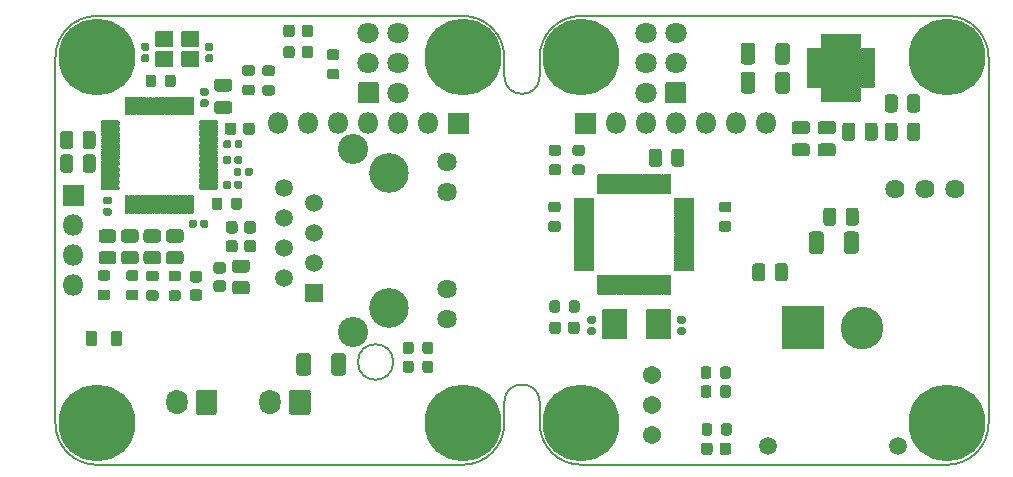
<source format=gbr>
%TF.GenerationSoftware,KiCad,Pcbnew,(5.1.8-0-10_14)*%
%TF.CreationDate,2021-09-02T11:11:10+02:00*%
%TF.ProjectId,ethersweep,65746865-7273-4776-9565-702e6b696361,2.0.1*%
%TF.SameCoordinates,Original*%
%TF.FileFunction,Soldermask,Top*%
%TF.FilePolarity,Negative*%
%FSLAX46Y46*%
G04 Gerber Fmt 4.6, Leading zero omitted, Abs format (unit mm)*
G04 Created by KiCad (PCBNEW (5.1.8-0-10_14)) date 2021-09-02 11:11:10*
%MOMM*%
%LPD*%
G01*
G04 APERTURE LIST*
%TA.AperFunction,Profile*%
%ADD10C,0.150000*%
%TD*%
%ADD11C,0.902000*%
%ADD12C,6.502000*%
%ADD13O,1.802000X2.102000*%
%ADD14C,1.802000*%
%ADD15O,1.802000X1.802000*%
%ADD16C,1.500000*%
%ADD17C,1.632000*%
%ADD18C,2.547000*%
%ADD19C,3.352000*%
%ADD20C,1.542000*%
%ADD21C,1.502000*%
%ADD22C,3.602000*%
%ADD23C,1.626000*%
%ADD24C,0.100000*%
G04 APERTURE END LIST*
D10*
X221600000Y-26700000D02*
G75*
G02*
X225100000Y-30200000I0J-3500000D01*
G01*
X184100000Y-60700000D02*
X184100000Y-59400000D01*
X187100000Y-31800000D02*
X187100000Y-30700000D01*
X187100000Y-31800000D02*
G75*
G02*
X184100000Y-31800000I-1500000J0D01*
G01*
X187100000Y-61200000D02*
X187100000Y-59400000D01*
X184100000Y-31800000D02*
X184100000Y-30200000D01*
X184100000Y-59400000D02*
G75*
G02*
X187100000Y-59400000I1500000J0D01*
G01*
X184100000Y-61200000D02*
X184100000Y-60700000D01*
X187100000Y-30200000D02*
X187100000Y-30700000D01*
X174700000Y-56000000D02*
G75*
G03*
X174700000Y-56000000I-1500000J0D01*
G01*
X149600000Y-64700000D02*
G75*
G02*
X146100000Y-61200000I0J3500000D01*
G01*
X149600000Y-64700000D02*
X180600000Y-64700000D01*
X190600000Y-26700000D02*
X221600000Y-26700000D01*
X187100000Y-30200000D02*
G75*
G02*
X190600000Y-26700000I3500000J0D01*
G01*
X225100000Y-61200000D02*
G75*
G02*
X221600000Y-64700000I-3500000J0D01*
G01*
X190600000Y-64700000D02*
G75*
G02*
X187100000Y-61200000I0J3500000D01*
G01*
X190600000Y-64700000D02*
X221600000Y-64700000D01*
X225100000Y-61200000D02*
X225100000Y-30200000D01*
X146100000Y-30200000D02*
X146100000Y-61200000D01*
X184100000Y-61200000D02*
G75*
G02*
X180600000Y-64700000I-3500000J0D01*
G01*
X180600000Y-26700000D02*
G75*
G02*
X184100000Y-30200000I0J-3500000D01*
G01*
X146100000Y-30200000D02*
G75*
G02*
X149600000Y-26700000I3500000J0D01*
G01*
X180600000Y-26700000D02*
X149600000Y-26700000D01*
X221600000Y-26700000D02*
G75*
G02*
X225100000Y-30200000I0J-3500000D01*
G01*
X184100000Y-60700000D02*
X184100000Y-59400000D01*
X187100000Y-31800000D02*
X187100000Y-30700000D01*
X187100000Y-31800000D02*
G75*
G02*
X184100000Y-31800000I-1500000J0D01*
G01*
X187100000Y-61200000D02*
X187100000Y-59400000D01*
X184100000Y-31800000D02*
X184100000Y-30200000D01*
X184100000Y-59400000D02*
G75*
G02*
X187100000Y-59400000I1500000J0D01*
G01*
X184100000Y-61200000D02*
X184100000Y-60700000D01*
X187100000Y-30200000D02*
X187100000Y-30700000D01*
X174700000Y-56000000D02*
G75*
G03*
X174700000Y-56000000I-1500000J0D01*
G01*
X149600000Y-64700000D02*
G75*
G02*
X146100000Y-61200000I0J3500000D01*
G01*
X149600000Y-64700000D02*
X180600000Y-64700000D01*
X190600000Y-26700000D02*
X221600000Y-26700000D01*
X187100000Y-30200000D02*
G75*
G02*
X190600000Y-26700000I3500000J0D01*
G01*
X225100000Y-61200000D02*
G75*
G02*
X221600000Y-64700000I-3500000J0D01*
G01*
X190600000Y-64700000D02*
G75*
G02*
X187100000Y-61200000I0J3500000D01*
G01*
X190600000Y-64700000D02*
X221600000Y-64700000D01*
X225100000Y-61200000D02*
X225100000Y-30200000D01*
X146100000Y-30200000D02*
X146100000Y-61200000D01*
X184100000Y-61200000D02*
G75*
G02*
X180600000Y-64700000I-3500000J0D01*
G01*
X180600000Y-26700000D02*
G75*
G02*
X184100000Y-30200000I0J-3500000D01*
G01*
X146100000Y-30200000D02*
G75*
G02*
X149600000Y-26700000I3500000J0D01*
G01*
X180600000Y-26700000D02*
X149600000Y-26700000D01*
D11*
X151297056Y-59502944D03*
X149600000Y-58800000D03*
X147902944Y-59502944D03*
X147200000Y-61200000D03*
X147902944Y-62897056D03*
X149600000Y-63600000D03*
X151297056Y-62897056D03*
X152000000Y-61200000D03*
D12*
X149600000Y-61200000D03*
X221600000Y-30200000D03*
D11*
X224000000Y-30200000D03*
X223297056Y-31897056D03*
X221600000Y-32600000D03*
X219902944Y-31897056D03*
X219200000Y-30200000D03*
X219902944Y-28502944D03*
X221600000Y-27800000D03*
X223297056Y-28502944D03*
D13*
X156400000Y-59400000D03*
G36*
G01*
X159801000Y-58614000D02*
X159801000Y-60186000D01*
G75*
G02*
X159536000Y-60451000I-265000J0D01*
G01*
X158264000Y-60451000D01*
G75*
G02*
X157999000Y-60186000I0J265000D01*
G01*
X157999000Y-58614000D01*
G75*
G02*
X158264000Y-58349000I265000J0D01*
G01*
X159536000Y-58349000D01*
G75*
G02*
X159801000Y-58614000I0J-265000D01*
G01*
G37*
G36*
G01*
X171699000Y-33836000D02*
X171699000Y-32564000D01*
G75*
G02*
X171964000Y-32299000I265000J0D01*
G01*
X173236000Y-32299000D01*
G75*
G02*
X173501000Y-32564000I0J-265000D01*
G01*
X173501000Y-33836000D01*
G75*
G02*
X173236000Y-34101000I-265000J0D01*
G01*
X171964000Y-34101000D01*
G75*
G02*
X171699000Y-33836000I0J265000D01*
G01*
G37*
D14*
X172600000Y-30660000D03*
X172600000Y-28120000D03*
X175140000Y-33200000D03*
X175140000Y-30660000D03*
X175140000Y-28120000D03*
G36*
G01*
X199501000Y-32564000D02*
X199501000Y-33836000D01*
G75*
G02*
X199236000Y-34101000I-265000J0D01*
G01*
X197964000Y-34101000D01*
G75*
G02*
X197699000Y-33836000I0J265000D01*
G01*
X197699000Y-32564000D01*
G75*
G02*
X197964000Y-32299000I265000J0D01*
G01*
X199236000Y-32299000D01*
G75*
G02*
X199501000Y-32564000I0J-265000D01*
G01*
G37*
X198600000Y-30660000D03*
X198600000Y-28120000D03*
X196060000Y-33200000D03*
X196060000Y-30660000D03*
X196060000Y-28120000D03*
D12*
X190600000Y-61200000D03*
D11*
X193000000Y-61200000D03*
X192297056Y-62897056D03*
X190600000Y-63600000D03*
X188902944Y-62897056D03*
X188200000Y-61200000D03*
X188902944Y-59502944D03*
X190600000Y-58800000D03*
X192297056Y-59502944D03*
X223297056Y-59477945D03*
X221600000Y-58775001D03*
X219902944Y-59477945D03*
X219200000Y-61175001D03*
X219902944Y-62872057D03*
X221600000Y-63575001D03*
X223297056Y-62872057D03*
X224000000Y-61175001D03*
D12*
X221600000Y-61175001D03*
D11*
X192297056Y-28502944D03*
X190600000Y-27800000D03*
X188902944Y-28502944D03*
X188200000Y-30200000D03*
X188902944Y-31897056D03*
X190600000Y-32600000D03*
X192297056Y-31897056D03*
X193000000Y-30200000D03*
D12*
X190600000Y-30200000D03*
G36*
G01*
X198249000Y-39200500D02*
X198249000Y-38199500D01*
G75*
G02*
X198524500Y-37924000I275500J0D01*
G01*
X199075500Y-37924000D01*
G75*
G02*
X199351000Y-38199500I0J-275500D01*
G01*
X199351000Y-39200500D01*
G75*
G02*
X199075500Y-39476000I-275500J0D01*
G01*
X198524500Y-39476000D01*
G75*
G02*
X198249000Y-39200500I0J275500D01*
G01*
G37*
G36*
G01*
X196349000Y-39200500D02*
X196349000Y-38199500D01*
G75*
G02*
X196624500Y-37924000I275500J0D01*
G01*
X197175500Y-37924000D01*
G75*
G02*
X197451000Y-38199500I0J-275500D01*
G01*
X197451000Y-39200500D01*
G75*
G02*
X197175500Y-39476000I-275500J0D01*
G01*
X196624500Y-39476000D01*
G75*
G02*
X196349000Y-39200500I0J275500D01*
G01*
G37*
G36*
G01*
X191695500Y-52751000D02*
X191304500Y-52751000D01*
G75*
G02*
X191139000Y-52585500I0J165500D01*
G01*
X191139000Y-52254500D01*
G75*
G02*
X191304500Y-52089000I165500J0D01*
G01*
X191695500Y-52089000D01*
G75*
G02*
X191861000Y-52254500I0J-165500D01*
G01*
X191861000Y-52585500D01*
G75*
G02*
X191695500Y-52751000I-165500J0D01*
G01*
G37*
G36*
G01*
X191695500Y-53711000D02*
X191304500Y-53711000D01*
G75*
G02*
X191139000Y-53545500I0J165500D01*
G01*
X191139000Y-53214500D01*
G75*
G02*
X191304500Y-53049000I165500J0D01*
G01*
X191695500Y-53049000D01*
G75*
G02*
X191861000Y-53214500I0J-165500D01*
G01*
X191861000Y-53545500D01*
G75*
G02*
X191695500Y-53711000I-165500J0D01*
G01*
G37*
G36*
G01*
X198904500Y-52089000D02*
X199295500Y-52089000D01*
G75*
G02*
X199461000Y-52254500I0J-165500D01*
G01*
X199461000Y-52585500D01*
G75*
G02*
X199295500Y-52751000I-165500J0D01*
G01*
X198904500Y-52751000D01*
G75*
G02*
X198739000Y-52585500I0J165500D01*
G01*
X198739000Y-52254500D01*
G75*
G02*
X198904500Y-52089000I165500J0D01*
G01*
G37*
G36*
G01*
X198904500Y-53049000D02*
X199295500Y-53049000D01*
G75*
G02*
X199461000Y-53214500I0J-165500D01*
G01*
X199461000Y-53545500D01*
G75*
G02*
X199295500Y-53711000I-165500J0D01*
G01*
X198904500Y-53711000D01*
G75*
G02*
X198739000Y-53545500I0J165500D01*
G01*
X198739000Y-53214500D01*
G75*
G02*
X198904500Y-53049000I165500J0D01*
G01*
G37*
G36*
G01*
X208101000Y-47899500D02*
X208101000Y-48900500D01*
G75*
G02*
X207825500Y-49176000I-275500J0D01*
G01*
X207274500Y-49176000D01*
G75*
G02*
X206999000Y-48900500I0J275500D01*
G01*
X206999000Y-47899500D01*
G75*
G02*
X207274500Y-47624000I275500J0D01*
G01*
X207825500Y-47624000D01*
G75*
G02*
X208101000Y-47899500I0J-275500D01*
G01*
G37*
G36*
G01*
X206201000Y-47899500D02*
X206201000Y-48900500D01*
G75*
G02*
X205925500Y-49176000I-275500J0D01*
G01*
X205374500Y-49176000D01*
G75*
G02*
X205099000Y-48900500I0J275500D01*
G01*
X205099000Y-47899500D01*
G75*
G02*
X205374500Y-47624000I275500J0D01*
G01*
X205925500Y-47624000D01*
G75*
G02*
X206201000Y-47899500I0J-275500D01*
G01*
G37*
G36*
G01*
X148501000Y-41050000D02*
X148501000Y-42750000D01*
G75*
G02*
X148450000Y-42801000I-51000J0D01*
G01*
X146750000Y-42801000D01*
G75*
G02*
X146699000Y-42750000I0J51000D01*
G01*
X146699000Y-41050000D01*
G75*
G02*
X146750000Y-40999000I51000J0D01*
G01*
X148450000Y-40999000D01*
G75*
G02*
X148501000Y-41050000I0J-51000D01*
G01*
G37*
D15*
X147600000Y-44440000D03*
X147600000Y-46980000D03*
X147600000Y-49520000D03*
G36*
G01*
X167701000Y-58614000D02*
X167701000Y-60186000D01*
G75*
G02*
X167436000Y-60451000I-265000J0D01*
G01*
X166164000Y-60451000D01*
G75*
G02*
X165899000Y-60186000I0J265000D01*
G01*
X165899000Y-58614000D01*
G75*
G02*
X166164000Y-58349000I265000J0D01*
G01*
X167436000Y-58349000D01*
G75*
G02*
X167701000Y-58614000I0J-265000D01*
G01*
G37*
D13*
X164300000Y-59400000D03*
G36*
G01*
X192575000Y-50301000D02*
X192025000Y-50301000D01*
G75*
G02*
X191974000Y-50250000I0J51000D01*
G01*
X191974000Y-48650000D01*
G75*
G02*
X192025000Y-48599000I51000J0D01*
G01*
X192575000Y-48599000D01*
G75*
G02*
X192626000Y-48650000I0J-51000D01*
G01*
X192626000Y-50250000D01*
G75*
G02*
X192575000Y-50301000I-51000J0D01*
G01*
G37*
G36*
G01*
X193375000Y-50301000D02*
X192825000Y-50301000D01*
G75*
G02*
X192774000Y-50250000I0J51000D01*
G01*
X192774000Y-48650000D01*
G75*
G02*
X192825000Y-48599000I51000J0D01*
G01*
X193375000Y-48599000D01*
G75*
G02*
X193426000Y-48650000I0J-51000D01*
G01*
X193426000Y-50250000D01*
G75*
G02*
X193375000Y-50301000I-51000J0D01*
G01*
G37*
G36*
G01*
X194175000Y-50301000D02*
X193625000Y-50301000D01*
G75*
G02*
X193574000Y-50250000I0J51000D01*
G01*
X193574000Y-48650000D01*
G75*
G02*
X193625000Y-48599000I51000J0D01*
G01*
X194175000Y-48599000D01*
G75*
G02*
X194226000Y-48650000I0J-51000D01*
G01*
X194226000Y-50250000D01*
G75*
G02*
X194175000Y-50301000I-51000J0D01*
G01*
G37*
G36*
G01*
X194975000Y-50301000D02*
X194425000Y-50301000D01*
G75*
G02*
X194374000Y-50250000I0J51000D01*
G01*
X194374000Y-48650000D01*
G75*
G02*
X194425000Y-48599000I51000J0D01*
G01*
X194975000Y-48599000D01*
G75*
G02*
X195026000Y-48650000I0J-51000D01*
G01*
X195026000Y-50250000D01*
G75*
G02*
X194975000Y-50301000I-51000J0D01*
G01*
G37*
G36*
G01*
X195775000Y-50301000D02*
X195225000Y-50301000D01*
G75*
G02*
X195174000Y-50250000I0J51000D01*
G01*
X195174000Y-48650000D01*
G75*
G02*
X195225000Y-48599000I51000J0D01*
G01*
X195775000Y-48599000D01*
G75*
G02*
X195826000Y-48650000I0J-51000D01*
G01*
X195826000Y-50250000D01*
G75*
G02*
X195775000Y-50301000I-51000J0D01*
G01*
G37*
G36*
G01*
X196575000Y-50301000D02*
X196025000Y-50301000D01*
G75*
G02*
X195974000Y-50250000I0J51000D01*
G01*
X195974000Y-48650000D01*
G75*
G02*
X196025000Y-48599000I51000J0D01*
G01*
X196575000Y-48599000D01*
G75*
G02*
X196626000Y-48650000I0J-51000D01*
G01*
X196626000Y-50250000D01*
G75*
G02*
X196575000Y-50301000I-51000J0D01*
G01*
G37*
G36*
G01*
X197375000Y-50301000D02*
X196825000Y-50301000D01*
G75*
G02*
X196774000Y-50250000I0J51000D01*
G01*
X196774000Y-48650000D01*
G75*
G02*
X196825000Y-48599000I51000J0D01*
G01*
X197375000Y-48599000D01*
G75*
G02*
X197426000Y-48650000I0J-51000D01*
G01*
X197426000Y-50250000D01*
G75*
G02*
X197375000Y-50301000I-51000J0D01*
G01*
G37*
G36*
G01*
X198175000Y-50301000D02*
X197625000Y-50301000D01*
G75*
G02*
X197574000Y-50250000I0J51000D01*
G01*
X197574000Y-48650000D01*
G75*
G02*
X197625000Y-48599000I51000J0D01*
G01*
X198175000Y-48599000D01*
G75*
G02*
X198226000Y-48650000I0J-51000D01*
G01*
X198226000Y-50250000D01*
G75*
G02*
X198175000Y-50301000I-51000J0D01*
G01*
G37*
G36*
G01*
X200201000Y-47725000D02*
X200201000Y-48275000D01*
G75*
G02*
X200150000Y-48326000I-51000J0D01*
G01*
X198550000Y-48326000D01*
G75*
G02*
X198499000Y-48275000I0J51000D01*
G01*
X198499000Y-47725000D01*
G75*
G02*
X198550000Y-47674000I51000J0D01*
G01*
X200150000Y-47674000D01*
G75*
G02*
X200201000Y-47725000I0J-51000D01*
G01*
G37*
G36*
G01*
X200201000Y-46925000D02*
X200201000Y-47475000D01*
G75*
G02*
X200150000Y-47526000I-51000J0D01*
G01*
X198550000Y-47526000D01*
G75*
G02*
X198499000Y-47475000I0J51000D01*
G01*
X198499000Y-46925000D01*
G75*
G02*
X198550000Y-46874000I51000J0D01*
G01*
X200150000Y-46874000D01*
G75*
G02*
X200201000Y-46925000I0J-51000D01*
G01*
G37*
G36*
G01*
X200201000Y-46125000D02*
X200201000Y-46675000D01*
G75*
G02*
X200150000Y-46726000I-51000J0D01*
G01*
X198550000Y-46726000D01*
G75*
G02*
X198499000Y-46675000I0J51000D01*
G01*
X198499000Y-46125000D01*
G75*
G02*
X198550000Y-46074000I51000J0D01*
G01*
X200150000Y-46074000D01*
G75*
G02*
X200201000Y-46125000I0J-51000D01*
G01*
G37*
G36*
G01*
X200201000Y-45325000D02*
X200201000Y-45875000D01*
G75*
G02*
X200150000Y-45926000I-51000J0D01*
G01*
X198550000Y-45926000D01*
G75*
G02*
X198499000Y-45875000I0J51000D01*
G01*
X198499000Y-45325000D01*
G75*
G02*
X198550000Y-45274000I51000J0D01*
G01*
X200150000Y-45274000D01*
G75*
G02*
X200201000Y-45325000I0J-51000D01*
G01*
G37*
G36*
G01*
X200201000Y-44525000D02*
X200201000Y-45075000D01*
G75*
G02*
X200150000Y-45126000I-51000J0D01*
G01*
X198550000Y-45126000D01*
G75*
G02*
X198499000Y-45075000I0J51000D01*
G01*
X198499000Y-44525000D01*
G75*
G02*
X198550000Y-44474000I51000J0D01*
G01*
X200150000Y-44474000D01*
G75*
G02*
X200201000Y-44525000I0J-51000D01*
G01*
G37*
G36*
G01*
X200201000Y-43725000D02*
X200201000Y-44275000D01*
G75*
G02*
X200150000Y-44326000I-51000J0D01*
G01*
X198550000Y-44326000D01*
G75*
G02*
X198499000Y-44275000I0J51000D01*
G01*
X198499000Y-43725000D01*
G75*
G02*
X198550000Y-43674000I51000J0D01*
G01*
X200150000Y-43674000D01*
G75*
G02*
X200201000Y-43725000I0J-51000D01*
G01*
G37*
G36*
G01*
X200201000Y-42925000D02*
X200201000Y-43475000D01*
G75*
G02*
X200150000Y-43526000I-51000J0D01*
G01*
X198550000Y-43526000D01*
G75*
G02*
X198499000Y-43475000I0J51000D01*
G01*
X198499000Y-42925000D01*
G75*
G02*
X198550000Y-42874000I51000J0D01*
G01*
X200150000Y-42874000D01*
G75*
G02*
X200201000Y-42925000I0J-51000D01*
G01*
G37*
G36*
G01*
X200201000Y-42125000D02*
X200201000Y-42675000D01*
G75*
G02*
X200150000Y-42726000I-51000J0D01*
G01*
X198550000Y-42726000D01*
G75*
G02*
X198499000Y-42675000I0J51000D01*
G01*
X198499000Y-42125000D01*
G75*
G02*
X198550000Y-42074000I51000J0D01*
G01*
X200150000Y-42074000D01*
G75*
G02*
X200201000Y-42125000I0J-51000D01*
G01*
G37*
G36*
G01*
X198175000Y-41801000D02*
X197625000Y-41801000D01*
G75*
G02*
X197574000Y-41750000I0J51000D01*
G01*
X197574000Y-40150000D01*
G75*
G02*
X197625000Y-40099000I51000J0D01*
G01*
X198175000Y-40099000D01*
G75*
G02*
X198226000Y-40150000I0J-51000D01*
G01*
X198226000Y-41750000D01*
G75*
G02*
X198175000Y-41801000I-51000J0D01*
G01*
G37*
G36*
G01*
X197375000Y-41801000D02*
X196825000Y-41801000D01*
G75*
G02*
X196774000Y-41750000I0J51000D01*
G01*
X196774000Y-40150000D01*
G75*
G02*
X196825000Y-40099000I51000J0D01*
G01*
X197375000Y-40099000D01*
G75*
G02*
X197426000Y-40150000I0J-51000D01*
G01*
X197426000Y-41750000D01*
G75*
G02*
X197375000Y-41801000I-51000J0D01*
G01*
G37*
G36*
G01*
X196575000Y-41801000D02*
X196025000Y-41801000D01*
G75*
G02*
X195974000Y-41750000I0J51000D01*
G01*
X195974000Y-40150000D01*
G75*
G02*
X196025000Y-40099000I51000J0D01*
G01*
X196575000Y-40099000D01*
G75*
G02*
X196626000Y-40150000I0J-51000D01*
G01*
X196626000Y-41750000D01*
G75*
G02*
X196575000Y-41801000I-51000J0D01*
G01*
G37*
G36*
G01*
X195775000Y-41801000D02*
X195225000Y-41801000D01*
G75*
G02*
X195174000Y-41750000I0J51000D01*
G01*
X195174000Y-40150000D01*
G75*
G02*
X195225000Y-40099000I51000J0D01*
G01*
X195775000Y-40099000D01*
G75*
G02*
X195826000Y-40150000I0J-51000D01*
G01*
X195826000Y-41750000D01*
G75*
G02*
X195775000Y-41801000I-51000J0D01*
G01*
G37*
G36*
G01*
X194975000Y-41801000D02*
X194425000Y-41801000D01*
G75*
G02*
X194374000Y-41750000I0J51000D01*
G01*
X194374000Y-40150000D01*
G75*
G02*
X194425000Y-40099000I51000J0D01*
G01*
X194975000Y-40099000D01*
G75*
G02*
X195026000Y-40150000I0J-51000D01*
G01*
X195026000Y-41750000D01*
G75*
G02*
X194975000Y-41801000I-51000J0D01*
G01*
G37*
G36*
G01*
X194175000Y-41801000D02*
X193625000Y-41801000D01*
G75*
G02*
X193574000Y-41750000I0J51000D01*
G01*
X193574000Y-40150000D01*
G75*
G02*
X193625000Y-40099000I51000J0D01*
G01*
X194175000Y-40099000D01*
G75*
G02*
X194226000Y-40150000I0J-51000D01*
G01*
X194226000Y-41750000D01*
G75*
G02*
X194175000Y-41801000I-51000J0D01*
G01*
G37*
G36*
G01*
X193375000Y-41801000D02*
X192825000Y-41801000D01*
G75*
G02*
X192774000Y-41750000I0J51000D01*
G01*
X192774000Y-40150000D01*
G75*
G02*
X192825000Y-40099000I51000J0D01*
G01*
X193375000Y-40099000D01*
G75*
G02*
X193426000Y-40150000I0J-51000D01*
G01*
X193426000Y-41750000D01*
G75*
G02*
X193375000Y-41801000I-51000J0D01*
G01*
G37*
G36*
G01*
X192575000Y-41801000D02*
X192025000Y-41801000D01*
G75*
G02*
X191974000Y-41750000I0J51000D01*
G01*
X191974000Y-40150000D01*
G75*
G02*
X192025000Y-40099000I51000J0D01*
G01*
X192575000Y-40099000D01*
G75*
G02*
X192626000Y-40150000I0J-51000D01*
G01*
X192626000Y-41750000D01*
G75*
G02*
X192575000Y-41801000I-51000J0D01*
G01*
G37*
G36*
G01*
X191701000Y-42125000D02*
X191701000Y-42675000D01*
G75*
G02*
X191650000Y-42726000I-51000J0D01*
G01*
X190050000Y-42726000D01*
G75*
G02*
X189999000Y-42675000I0J51000D01*
G01*
X189999000Y-42125000D01*
G75*
G02*
X190050000Y-42074000I51000J0D01*
G01*
X191650000Y-42074000D01*
G75*
G02*
X191701000Y-42125000I0J-51000D01*
G01*
G37*
G36*
G01*
X191701000Y-42925000D02*
X191701000Y-43475000D01*
G75*
G02*
X191650000Y-43526000I-51000J0D01*
G01*
X190050000Y-43526000D01*
G75*
G02*
X189999000Y-43475000I0J51000D01*
G01*
X189999000Y-42925000D01*
G75*
G02*
X190050000Y-42874000I51000J0D01*
G01*
X191650000Y-42874000D01*
G75*
G02*
X191701000Y-42925000I0J-51000D01*
G01*
G37*
G36*
G01*
X191701000Y-43725000D02*
X191701000Y-44275000D01*
G75*
G02*
X191650000Y-44326000I-51000J0D01*
G01*
X190050000Y-44326000D01*
G75*
G02*
X189999000Y-44275000I0J51000D01*
G01*
X189999000Y-43725000D01*
G75*
G02*
X190050000Y-43674000I51000J0D01*
G01*
X191650000Y-43674000D01*
G75*
G02*
X191701000Y-43725000I0J-51000D01*
G01*
G37*
G36*
G01*
X191701000Y-44525000D02*
X191701000Y-45075000D01*
G75*
G02*
X191650000Y-45126000I-51000J0D01*
G01*
X190050000Y-45126000D01*
G75*
G02*
X189999000Y-45075000I0J51000D01*
G01*
X189999000Y-44525000D01*
G75*
G02*
X190050000Y-44474000I51000J0D01*
G01*
X191650000Y-44474000D01*
G75*
G02*
X191701000Y-44525000I0J-51000D01*
G01*
G37*
G36*
G01*
X191701000Y-45325000D02*
X191701000Y-45875000D01*
G75*
G02*
X191650000Y-45926000I-51000J0D01*
G01*
X190050000Y-45926000D01*
G75*
G02*
X189999000Y-45875000I0J51000D01*
G01*
X189999000Y-45325000D01*
G75*
G02*
X190050000Y-45274000I51000J0D01*
G01*
X191650000Y-45274000D01*
G75*
G02*
X191701000Y-45325000I0J-51000D01*
G01*
G37*
G36*
G01*
X191701000Y-46125000D02*
X191701000Y-46675000D01*
G75*
G02*
X191650000Y-46726000I-51000J0D01*
G01*
X190050000Y-46726000D01*
G75*
G02*
X189999000Y-46675000I0J51000D01*
G01*
X189999000Y-46125000D01*
G75*
G02*
X190050000Y-46074000I51000J0D01*
G01*
X191650000Y-46074000D01*
G75*
G02*
X191701000Y-46125000I0J-51000D01*
G01*
G37*
G36*
G01*
X191701000Y-46925000D02*
X191701000Y-47475000D01*
G75*
G02*
X191650000Y-47526000I-51000J0D01*
G01*
X190050000Y-47526000D01*
G75*
G02*
X189999000Y-47475000I0J51000D01*
G01*
X189999000Y-46925000D01*
G75*
G02*
X190050000Y-46874000I51000J0D01*
G01*
X191650000Y-46874000D01*
G75*
G02*
X191701000Y-46925000I0J-51000D01*
G01*
G37*
G36*
G01*
X191701000Y-47725000D02*
X191701000Y-48275000D01*
G75*
G02*
X191650000Y-48326000I-51000J0D01*
G01*
X190050000Y-48326000D01*
G75*
G02*
X189999000Y-48275000I0J51000D01*
G01*
X189999000Y-47725000D01*
G75*
G02*
X190050000Y-47674000I51000J0D01*
G01*
X191650000Y-47674000D01*
G75*
G02*
X191701000Y-47725000I0J-51000D01*
G01*
G37*
D12*
X149600000Y-30200000D03*
D11*
X152000000Y-30200000D03*
X151297056Y-31897056D03*
X149600000Y-32600000D03*
X147902944Y-31897056D03*
X147200000Y-30200000D03*
X147902944Y-28502944D03*
X149600000Y-27800000D03*
X151297056Y-28502944D03*
X182297056Y-28502944D03*
X180600000Y-27800000D03*
X178902944Y-28502944D03*
X178200000Y-30200000D03*
X178902944Y-31897056D03*
X180600000Y-32600000D03*
X182297056Y-31897056D03*
X183000000Y-30200000D03*
D12*
X180600000Y-30200000D03*
X180600000Y-61200000D03*
D11*
X183000000Y-61200000D03*
X182297056Y-62897056D03*
X180600000Y-63600000D03*
X178902944Y-62897056D03*
X178200000Y-61200000D03*
X178902944Y-59502944D03*
X180600000Y-58800000D03*
X182297056Y-59502944D03*
G36*
G01*
X188049500Y-42424000D02*
X188650500Y-42424000D01*
G75*
G02*
X188876000Y-42649500I0J-225500D01*
G01*
X188876000Y-43100500D01*
G75*
G02*
X188650500Y-43326000I-225500J0D01*
G01*
X188049500Y-43326000D01*
G75*
G02*
X187824000Y-43100500I0J225500D01*
G01*
X187824000Y-42649500D01*
G75*
G02*
X188049500Y-42424000I225500J0D01*
G01*
G37*
G36*
G01*
X188049500Y-44074000D02*
X188650500Y-44074000D01*
G75*
G02*
X188876000Y-44299500I0J-225500D01*
G01*
X188876000Y-44750500D01*
G75*
G02*
X188650500Y-44976000I-225500J0D01*
G01*
X188049500Y-44976000D01*
G75*
G02*
X187824000Y-44750500I0J225500D01*
G01*
X187824000Y-44299500D01*
G75*
G02*
X188049500Y-44074000I225500J0D01*
G01*
G37*
G36*
G01*
X202499500Y-44074000D02*
X203100500Y-44074000D01*
G75*
G02*
X203326000Y-44299500I0J-225500D01*
G01*
X203326000Y-44750500D01*
G75*
G02*
X203100500Y-44976000I-225500J0D01*
G01*
X202499500Y-44976000D01*
G75*
G02*
X202274000Y-44750500I0J225500D01*
G01*
X202274000Y-44299500D01*
G75*
G02*
X202499500Y-44074000I225500J0D01*
G01*
G37*
G36*
G01*
X202499500Y-42424000D02*
X203100500Y-42424000D01*
G75*
G02*
X203326000Y-42649500I0J-225500D01*
G01*
X203326000Y-43100500D01*
G75*
G02*
X203100500Y-43326000I-225500J0D01*
G01*
X202499500Y-43326000D01*
G75*
G02*
X202274000Y-43100500I0J225500D01*
G01*
X202274000Y-42649500D01*
G75*
G02*
X202499500Y-42424000I225500J0D01*
G01*
G37*
G36*
G01*
X188700500Y-38526000D02*
X188099500Y-38526000D01*
G75*
G02*
X187874000Y-38300500I0J225500D01*
G01*
X187874000Y-37849500D01*
G75*
G02*
X188099500Y-37624000I225500J0D01*
G01*
X188700500Y-37624000D01*
G75*
G02*
X188926000Y-37849500I0J-225500D01*
G01*
X188926000Y-38300500D01*
G75*
G02*
X188700500Y-38526000I-225500J0D01*
G01*
G37*
G36*
G01*
X188700500Y-40176000D02*
X188099500Y-40176000D01*
G75*
G02*
X187874000Y-39950500I0J225500D01*
G01*
X187874000Y-39499500D01*
G75*
G02*
X188099500Y-39274000I225500J0D01*
G01*
X188700500Y-39274000D01*
G75*
G02*
X188926000Y-39499500I0J-225500D01*
G01*
X188926000Y-39950500D01*
G75*
G02*
X188700500Y-40176000I-225500J0D01*
G01*
G37*
G36*
G01*
X190700500Y-40176000D02*
X190099500Y-40176000D01*
G75*
G02*
X189874000Y-39950500I0J225500D01*
G01*
X189874000Y-39499500D01*
G75*
G02*
X190099500Y-39274000I225500J0D01*
G01*
X190700500Y-39274000D01*
G75*
G02*
X190926000Y-39499500I0J-225500D01*
G01*
X190926000Y-39950500D01*
G75*
G02*
X190700500Y-40176000I-225500J0D01*
G01*
G37*
G36*
G01*
X190700500Y-38526000D02*
X190099500Y-38526000D01*
G75*
G02*
X189874000Y-38300500I0J225500D01*
G01*
X189874000Y-37849500D01*
G75*
G02*
X190099500Y-37624000I225500J0D01*
G01*
X190700500Y-37624000D01*
G75*
G02*
X190926000Y-37849500I0J-225500D01*
G01*
X190926000Y-38300500D01*
G75*
G02*
X190700500Y-38526000I-225500J0D01*
G01*
G37*
G36*
G01*
X169900500Y-32076000D02*
X169299500Y-32076000D01*
G75*
G02*
X169074000Y-31850500I0J225500D01*
G01*
X169074000Y-31399500D01*
G75*
G02*
X169299500Y-31174000I225500J0D01*
G01*
X169900500Y-31174000D01*
G75*
G02*
X170126000Y-31399500I0J-225500D01*
G01*
X170126000Y-31850500D01*
G75*
G02*
X169900500Y-32076000I-225500J0D01*
G01*
G37*
G36*
G01*
X169900500Y-30426000D02*
X169299500Y-30426000D01*
G75*
G02*
X169074000Y-30200500I0J225500D01*
G01*
X169074000Y-29749500D01*
G75*
G02*
X169299500Y-29524000I225500J0D01*
G01*
X169900500Y-29524000D01*
G75*
G02*
X170126000Y-29749500I0J-225500D01*
G01*
X170126000Y-30200500D01*
G75*
G02*
X169900500Y-30426000I-225500J0D01*
G01*
G37*
G36*
G01*
X198201000Y-51600000D02*
X198201000Y-54000000D01*
G75*
G02*
X198150000Y-54051000I-51000J0D01*
G01*
X196150000Y-54051000D01*
G75*
G02*
X196099000Y-54000000I0J51000D01*
G01*
X196099000Y-51600000D01*
G75*
G02*
X196150000Y-51549000I51000J0D01*
G01*
X198150000Y-51549000D01*
G75*
G02*
X198201000Y-51600000I0J-51000D01*
G01*
G37*
G36*
G01*
X194501000Y-51600000D02*
X194501000Y-54000000D01*
G75*
G02*
X194450000Y-54051000I-51000J0D01*
G01*
X192450000Y-54051000D01*
G75*
G02*
X192399000Y-54000000I0J51000D01*
G01*
X192399000Y-51600000D01*
G75*
G02*
X192450000Y-51549000I51000J0D01*
G01*
X194450000Y-51549000D01*
G75*
G02*
X194501000Y-51600000I0J-51000D01*
G01*
G37*
G36*
G01*
X157724500Y-49824000D02*
X158275500Y-49824000D01*
G75*
G02*
X158526000Y-50074500I0J-250500D01*
G01*
X158526000Y-50575500D01*
G75*
G02*
X158275500Y-50826000I-250500J0D01*
G01*
X157724500Y-50826000D01*
G75*
G02*
X157474000Y-50575500I0J250500D01*
G01*
X157474000Y-50074500D01*
G75*
G02*
X157724500Y-49824000I250500J0D01*
G01*
G37*
G36*
G01*
X157724500Y-48274000D02*
X158275500Y-48274000D01*
G75*
G02*
X158526000Y-48524500I0J-250500D01*
G01*
X158526000Y-49025500D01*
G75*
G02*
X158275500Y-49276000I-250500J0D01*
G01*
X157724500Y-49276000D01*
G75*
G02*
X157474000Y-49025500I0J250500D01*
G01*
X157474000Y-48524500D01*
G75*
G02*
X157724500Y-48274000I250500J0D01*
G01*
G37*
G36*
G01*
X160289000Y-39095500D02*
X160289000Y-38704500D01*
G75*
G02*
X160454500Y-38539000I165500J0D01*
G01*
X160785500Y-38539000D01*
G75*
G02*
X160951000Y-38704500I0J-165500D01*
G01*
X160951000Y-39095500D01*
G75*
G02*
X160785500Y-39261000I-165500J0D01*
G01*
X160454500Y-39261000D01*
G75*
G02*
X160289000Y-39095500I0J165500D01*
G01*
G37*
G36*
G01*
X161249000Y-39095500D02*
X161249000Y-38704500D01*
G75*
G02*
X161414500Y-38539000I165500J0D01*
G01*
X161745500Y-38539000D01*
G75*
G02*
X161911000Y-38704500I0J-165500D01*
G01*
X161911000Y-39095500D01*
G75*
G02*
X161745500Y-39261000I-165500J0D01*
G01*
X161414500Y-39261000D01*
G75*
G02*
X161249000Y-39095500I0J165500D01*
G01*
G37*
G36*
G01*
X162149000Y-40095500D02*
X162149000Y-39704500D01*
G75*
G02*
X162314500Y-39539000I165500J0D01*
G01*
X162645500Y-39539000D01*
G75*
G02*
X162811000Y-39704500I0J-165500D01*
G01*
X162811000Y-40095500D01*
G75*
G02*
X162645500Y-40261000I-165500J0D01*
G01*
X162314500Y-40261000D01*
G75*
G02*
X162149000Y-40095500I0J165500D01*
G01*
G37*
G36*
G01*
X161189000Y-40095500D02*
X161189000Y-39704500D01*
G75*
G02*
X161354500Y-39539000I165500J0D01*
G01*
X161685500Y-39539000D01*
G75*
G02*
X161851000Y-39704500I0J-165500D01*
G01*
X161851000Y-40095500D01*
G75*
G02*
X161685500Y-40261000I-165500J0D01*
G01*
X161354500Y-40261000D01*
G75*
G02*
X161189000Y-40095500I0J165500D01*
G01*
G37*
G36*
G01*
X158895500Y-34411000D02*
X158504500Y-34411000D01*
G75*
G02*
X158339000Y-34245500I0J165500D01*
G01*
X158339000Y-33914500D01*
G75*
G02*
X158504500Y-33749000I165500J0D01*
G01*
X158895500Y-33749000D01*
G75*
G02*
X159061000Y-33914500I0J-165500D01*
G01*
X159061000Y-34245500D01*
G75*
G02*
X158895500Y-34411000I-165500J0D01*
G01*
G37*
G36*
G01*
X158895500Y-33451000D02*
X158504500Y-33451000D01*
G75*
G02*
X158339000Y-33285500I0J165500D01*
G01*
X158339000Y-32954500D01*
G75*
G02*
X158504500Y-32789000I165500J0D01*
G01*
X158895500Y-32789000D01*
G75*
G02*
X159061000Y-32954500I0J-165500D01*
G01*
X159061000Y-33285500D01*
G75*
G02*
X158895500Y-33451000I-165500J0D01*
G01*
G37*
G36*
G01*
X158349000Y-44495500D02*
X158349000Y-44104500D01*
G75*
G02*
X158514500Y-43939000I165500J0D01*
G01*
X158845500Y-43939000D01*
G75*
G02*
X159011000Y-44104500I0J-165500D01*
G01*
X159011000Y-44495500D01*
G75*
G02*
X158845500Y-44661000I-165500J0D01*
G01*
X158514500Y-44661000D01*
G75*
G02*
X158349000Y-44495500I0J165500D01*
G01*
G37*
G36*
G01*
X157389000Y-44495500D02*
X157389000Y-44104500D01*
G75*
G02*
X157554500Y-43939000I165500J0D01*
G01*
X157885500Y-43939000D01*
G75*
G02*
X158051000Y-44104500I0J-165500D01*
G01*
X158051000Y-44495500D01*
G75*
G02*
X157885500Y-44661000I-165500J0D01*
G01*
X157554500Y-44661000D01*
G75*
G02*
X157389000Y-44495500I0J165500D01*
G01*
G37*
G36*
G01*
X150304500Y-42949000D02*
X150695500Y-42949000D01*
G75*
G02*
X150861000Y-43114500I0J-165500D01*
G01*
X150861000Y-43445500D01*
G75*
G02*
X150695500Y-43611000I-165500J0D01*
G01*
X150304500Y-43611000D01*
G75*
G02*
X150139000Y-43445500I0J165500D01*
G01*
X150139000Y-43114500D01*
G75*
G02*
X150304500Y-42949000I165500J0D01*
G01*
G37*
G36*
G01*
X150304500Y-41989000D02*
X150695500Y-41989000D01*
G75*
G02*
X150861000Y-42154500I0J-165500D01*
G01*
X150861000Y-42485500D01*
G75*
G02*
X150695500Y-42651000I-165500J0D01*
G01*
X150304500Y-42651000D01*
G75*
G02*
X150139000Y-42485500I0J165500D01*
G01*
X150139000Y-42154500D01*
G75*
G02*
X150304500Y-41989000I165500J0D01*
G01*
G37*
G36*
G01*
X161249000Y-41195500D02*
X161249000Y-40804500D01*
G75*
G02*
X161414500Y-40639000I165500J0D01*
G01*
X161745500Y-40639000D01*
G75*
G02*
X161911000Y-40804500I0J-165500D01*
G01*
X161911000Y-41195500D01*
G75*
G02*
X161745500Y-41361000I-165500J0D01*
G01*
X161414500Y-41361000D01*
G75*
G02*
X161249000Y-41195500I0J165500D01*
G01*
G37*
G36*
G01*
X160289000Y-41195500D02*
X160289000Y-40804500D01*
G75*
G02*
X160454500Y-40639000I165500J0D01*
G01*
X160785500Y-40639000D01*
G75*
G02*
X160951000Y-40804500I0J-165500D01*
G01*
X160951000Y-41195500D01*
G75*
G02*
X160785500Y-41361000I-165500J0D01*
G01*
X160454500Y-41361000D01*
G75*
G02*
X160289000Y-41195500I0J165500D01*
G01*
G37*
G36*
G01*
X160800500Y-35001000D02*
X159799500Y-35001000D01*
G75*
G02*
X159524000Y-34725500I0J275500D01*
G01*
X159524000Y-34174500D01*
G75*
G02*
X159799500Y-33899000I275500J0D01*
G01*
X160800500Y-33899000D01*
G75*
G02*
X161076000Y-34174500I0J-275500D01*
G01*
X161076000Y-34725500D01*
G75*
G02*
X160800500Y-35001000I-275500J0D01*
G01*
G37*
G36*
G01*
X160800500Y-33101000D02*
X159799500Y-33101000D01*
G75*
G02*
X159524000Y-32825500I0J275500D01*
G01*
X159524000Y-32274500D01*
G75*
G02*
X159799500Y-31999000I275500J0D01*
G01*
X160800500Y-31999000D01*
G75*
G02*
X161076000Y-32274500I0J-275500D01*
G01*
X161076000Y-32825500D01*
G75*
G02*
X160800500Y-33101000I-275500J0D01*
G01*
G37*
G36*
G01*
X147601000Y-36699500D02*
X147601000Y-37700500D01*
G75*
G02*
X147325500Y-37976000I-275500J0D01*
G01*
X146774500Y-37976000D01*
G75*
G02*
X146499000Y-37700500I0J275500D01*
G01*
X146499000Y-36699500D01*
G75*
G02*
X146774500Y-36424000I275500J0D01*
G01*
X147325500Y-36424000D01*
G75*
G02*
X147601000Y-36699500I0J-275500D01*
G01*
G37*
G36*
G01*
X149501000Y-36699500D02*
X149501000Y-37700500D01*
G75*
G02*
X149225500Y-37976000I-275500J0D01*
G01*
X148674500Y-37976000D01*
G75*
G02*
X148399000Y-37700500I0J275500D01*
G01*
X148399000Y-36699500D01*
G75*
G02*
X148674500Y-36424000I275500J0D01*
G01*
X149225500Y-36424000D01*
G75*
G02*
X149501000Y-36699500I0J-275500D01*
G01*
G37*
G36*
G01*
X159295500Y-30611000D02*
X158904500Y-30611000D01*
G75*
G02*
X158739000Y-30445500I0J165500D01*
G01*
X158739000Y-30114500D01*
G75*
G02*
X158904500Y-29949000I165500J0D01*
G01*
X159295500Y-29949000D01*
G75*
G02*
X159461000Y-30114500I0J-165500D01*
G01*
X159461000Y-30445500D01*
G75*
G02*
X159295500Y-30611000I-165500J0D01*
G01*
G37*
G36*
G01*
X159295500Y-29651000D02*
X158904500Y-29651000D01*
G75*
G02*
X158739000Y-29485500I0J165500D01*
G01*
X158739000Y-29154500D01*
G75*
G02*
X158904500Y-28989000I165500J0D01*
G01*
X159295500Y-28989000D01*
G75*
G02*
X159461000Y-29154500I0J-165500D01*
G01*
X159461000Y-29485500D01*
G75*
G02*
X159295500Y-29651000I-165500J0D01*
G01*
G37*
G36*
G01*
X153895500Y-30611000D02*
X153504500Y-30611000D01*
G75*
G02*
X153339000Y-30445500I0J165500D01*
G01*
X153339000Y-30114500D01*
G75*
G02*
X153504500Y-29949000I165500J0D01*
G01*
X153895500Y-29949000D01*
G75*
G02*
X154061000Y-30114500I0J-165500D01*
G01*
X154061000Y-30445500D01*
G75*
G02*
X153895500Y-30611000I-165500J0D01*
G01*
G37*
G36*
G01*
X153895500Y-29651000D02*
X153504500Y-29651000D01*
G75*
G02*
X153339000Y-29485500I0J165500D01*
G01*
X153339000Y-29154500D01*
G75*
G02*
X153504500Y-28989000I165500J0D01*
G01*
X153895500Y-28989000D01*
G75*
G02*
X154061000Y-29154500I0J-165500D01*
G01*
X154061000Y-29485500D01*
G75*
G02*
X153895500Y-29651000I-165500J0D01*
G01*
G37*
G36*
G01*
X161974000Y-36525500D02*
X161974000Y-35974500D01*
G75*
G02*
X162224500Y-35724000I250500J0D01*
G01*
X162725500Y-35724000D01*
G75*
G02*
X162976000Y-35974500I0J-250500D01*
G01*
X162976000Y-36525500D01*
G75*
G02*
X162725500Y-36776000I-250500J0D01*
G01*
X162224500Y-36776000D01*
G75*
G02*
X161974000Y-36525500I0J250500D01*
G01*
G37*
G36*
G01*
X160424000Y-36525500D02*
X160424000Y-35974500D01*
G75*
G02*
X160674500Y-35724000I250500J0D01*
G01*
X161175500Y-35724000D01*
G75*
G02*
X161426000Y-35974500I0J-250500D01*
G01*
X161426000Y-36525500D01*
G75*
G02*
X161175500Y-36776000I-250500J0D01*
G01*
X160674500Y-36776000D01*
G75*
G02*
X160424000Y-36525500I0J250500D01*
G01*
G37*
G36*
G01*
X161269000Y-37745500D02*
X161269000Y-37354500D01*
G75*
G02*
X161434500Y-37189000I165500J0D01*
G01*
X161765500Y-37189000D01*
G75*
G02*
X161931000Y-37354500I0J-165500D01*
G01*
X161931000Y-37745500D01*
G75*
G02*
X161765500Y-37911000I-165500J0D01*
G01*
X161434500Y-37911000D01*
G75*
G02*
X161269000Y-37745500I0J165500D01*
G01*
G37*
G36*
G01*
X160309000Y-37745500D02*
X160309000Y-37354500D01*
G75*
G02*
X160474500Y-37189000I165500J0D01*
G01*
X160805500Y-37189000D01*
G75*
G02*
X160971000Y-37354500I0J-165500D01*
G01*
X160971000Y-37745500D01*
G75*
G02*
X160805500Y-37911000I-165500J0D01*
G01*
X160474500Y-37911000D01*
G75*
G02*
X160309000Y-37745500I0J165500D01*
G01*
G37*
G36*
G01*
X191850000Y-36701000D02*
X190150000Y-36701000D01*
G75*
G02*
X190099000Y-36650000I0J51000D01*
G01*
X190099000Y-34950000D01*
G75*
G02*
X190150000Y-34899000I51000J0D01*
G01*
X191850000Y-34899000D01*
G75*
G02*
X191901000Y-34950000I0J-51000D01*
G01*
X191901000Y-36650000D01*
G75*
G02*
X191850000Y-36701000I-51000J0D01*
G01*
G37*
D15*
X193540000Y-35800000D03*
X196080000Y-35800000D03*
X198620000Y-35800000D03*
X201160000Y-35800000D03*
X203700000Y-35800000D03*
X206240000Y-35800000D03*
X164960000Y-35800000D03*
X167500000Y-35800000D03*
X170040000Y-35800000D03*
X172580000Y-35800000D03*
X175120000Y-35800000D03*
X177660000Y-35800000D03*
G36*
G01*
X181050000Y-36701000D02*
X179350000Y-36701000D01*
G75*
G02*
X179299000Y-36650000I0J51000D01*
G01*
X179299000Y-34950000D01*
G75*
G02*
X179350000Y-34899000I51000J0D01*
G01*
X181050000Y-34899000D01*
G75*
G02*
X181101000Y-34950000I0J-51000D01*
G01*
X181101000Y-36650000D01*
G75*
G02*
X181050000Y-36701000I-51000J0D01*
G01*
G37*
G36*
G01*
X167301000Y-49400000D02*
X168699000Y-49400000D01*
G75*
G02*
X168750000Y-49451000I0J-51000D01*
G01*
X168750000Y-50849000D01*
G75*
G02*
X168699000Y-50900000I-51000J0D01*
G01*
X167301000Y-50900000D01*
G75*
G02*
X167250000Y-50849000I0J51000D01*
G01*
X167250000Y-49451000D01*
G75*
G02*
X167301000Y-49400000I51000J0D01*
G01*
G37*
D16*
X165460000Y-48880000D03*
X168000000Y-47610000D03*
X165460000Y-46340000D03*
X168000000Y-45070000D03*
X165460000Y-43800000D03*
X168000000Y-42530000D03*
X165460000Y-41260000D03*
D17*
X179250000Y-52325000D03*
X179250000Y-49785000D03*
X179250000Y-39075000D03*
X179250000Y-41615000D03*
D18*
X171300000Y-53445000D03*
X171300000Y-37955000D03*
D19*
X174350000Y-39985000D03*
X174350000Y-51415000D03*
G36*
G01*
X148649000Y-54406750D02*
X148649000Y-53593250D01*
G75*
G02*
X148893250Y-53349000I244250J0D01*
G01*
X149381750Y-53349000D01*
G75*
G02*
X149626000Y-53593250I0J-244250D01*
G01*
X149626000Y-54406750D01*
G75*
G02*
X149381750Y-54651000I-244250J0D01*
G01*
X148893250Y-54651000D01*
G75*
G02*
X148649000Y-54406750I0J244250D01*
G01*
G37*
G36*
G01*
X150774000Y-54406750D02*
X150774000Y-53593250D01*
G75*
G02*
X151018250Y-53349000I244250J0D01*
G01*
X151506750Y-53349000D01*
G75*
G02*
X151751000Y-53593250I0J-244250D01*
G01*
X151751000Y-54406750D01*
G75*
G02*
X151506750Y-54651000I-244250J0D01*
G01*
X151018250Y-54651000D01*
G75*
G02*
X150774000Y-54406750I0J244250D01*
G01*
G37*
G36*
G01*
X150976125Y-45901000D02*
X150023875Y-45901000D01*
G75*
G02*
X149749000Y-45626125I0J274875D01*
G01*
X149749000Y-45048875D01*
G75*
G02*
X150023875Y-44774000I274875J0D01*
G01*
X150976125Y-44774000D01*
G75*
G02*
X151251000Y-45048875I0J-274875D01*
G01*
X151251000Y-45626125D01*
G75*
G02*
X150976125Y-45901000I-274875J0D01*
G01*
G37*
G36*
G01*
X150976125Y-47726000D02*
X150023875Y-47726000D01*
G75*
G02*
X149749000Y-47451125I0J274875D01*
G01*
X149749000Y-46873875D01*
G75*
G02*
X150023875Y-46599000I274875J0D01*
G01*
X150976125Y-46599000D01*
G75*
G02*
X151251000Y-46873875I0J-274875D01*
G01*
X151251000Y-47451125D01*
G75*
G02*
X150976125Y-47726000I-274875J0D01*
G01*
G37*
G36*
G01*
X152876125Y-47726000D02*
X151923875Y-47726000D01*
G75*
G02*
X151649000Y-47451125I0J274875D01*
G01*
X151649000Y-46873875D01*
G75*
G02*
X151923875Y-46599000I274875J0D01*
G01*
X152876125Y-46599000D01*
G75*
G02*
X153151000Y-46873875I0J-274875D01*
G01*
X153151000Y-47451125D01*
G75*
G02*
X152876125Y-47726000I-274875J0D01*
G01*
G37*
G36*
G01*
X152876125Y-45901000D02*
X151923875Y-45901000D01*
G75*
G02*
X151649000Y-45626125I0J274875D01*
G01*
X151649000Y-45048875D01*
G75*
G02*
X151923875Y-44774000I274875J0D01*
G01*
X152876125Y-44774000D01*
G75*
G02*
X153151000Y-45048875I0J-274875D01*
G01*
X153151000Y-45626125D01*
G75*
G02*
X152876125Y-45901000I-274875J0D01*
G01*
G37*
G36*
G01*
X154776125Y-45901000D02*
X153823875Y-45901000D01*
G75*
G02*
X153549000Y-45626125I0J274875D01*
G01*
X153549000Y-45048875D01*
G75*
G02*
X153823875Y-44774000I274875J0D01*
G01*
X154776125Y-44774000D01*
G75*
G02*
X155051000Y-45048875I0J-274875D01*
G01*
X155051000Y-45626125D01*
G75*
G02*
X154776125Y-45901000I-274875J0D01*
G01*
G37*
G36*
G01*
X154776125Y-47726000D02*
X153823875Y-47726000D01*
G75*
G02*
X153549000Y-47451125I0J274875D01*
G01*
X153549000Y-46873875D01*
G75*
G02*
X153823875Y-46599000I274875J0D01*
G01*
X154776125Y-46599000D01*
G75*
G02*
X155051000Y-46873875I0J-274875D01*
G01*
X155051000Y-47451125D01*
G75*
G02*
X154776125Y-47726000I-274875J0D01*
G01*
G37*
G36*
G01*
X156676125Y-47726000D02*
X155723875Y-47726000D01*
G75*
G02*
X155449000Y-47451125I0J274875D01*
G01*
X155449000Y-46873875D01*
G75*
G02*
X155723875Y-46599000I274875J0D01*
G01*
X156676125Y-46599000D01*
G75*
G02*
X156951000Y-46873875I0J-274875D01*
G01*
X156951000Y-47451125D01*
G75*
G02*
X156676125Y-47726000I-274875J0D01*
G01*
G37*
G36*
G01*
X156676125Y-45901000D02*
X155723875Y-45901000D01*
G75*
G02*
X155449000Y-45626125I0J274875D01*
G01*
X155449000Y-45048875D01*
G75*
G02*
X155723875Y-44774000I274875J0D01*
G01*
X156676125Y-44774000D01*
G75*
G02*
X156951000Y-45048875I0J-274875D01*
G01*
X156951000Y-45626125D01*
G75*
G02*
X156676125Y-45901000I-274875J0D01*
G01*
G37*
G36*
G01*
X150500500Y-50776000D02*
X149899500Y-50776000D01*
G75*
G02*
X149674000Y-50550500I0J225500D01*
G01*
X149674000Y-50099500D01*
G75*
G02*
X149899500Y-49874000I225500J0D01*
G01*
X150500500Y-49874000D01*
G75*
G02*
X150726000Y-50099500I0J-225500D01*
G01*
X150726000Y-50550500D01*
G75*
G02*
X150500500Y-50776000I-225500J0D01*
G01*
G37*
G36*
G01*
X150500500Y-49126000D02*
X149899500Y-49126000D01*
G75*
G02*
X149674000Y-48900500I0J225500D01*
G01*
X149674000Y-48449500D01*
G75*
G02*
X149899500Y-48224000I225500J0D01*
G01*
X150500500Y-48224000D01*
G75*
G02*
X150726000Y-48449500I0J-225500D01*
G01*
X150726000Y-48900500D01*
G75*
G02*
X150500500Y-49126000I-225500J0D01*
G01*
G37*
G36*
G01*
X152900500Y-50776000D02*
X152299500Y-50776000D01*
G75*
G02*
X152074000Y-50550500I0J225500D01*
G01*
X152074000Y-50099500D01*
G75*
G02*
X152299500Y-49874000I225500J0D01*
G01*
X152900500Y-49874000D01*
G75*
G02*
X153126000Y-50099500I0J-225500D01*
G01*
X153126000Y-50550500D01*
G75*
G02*
X152900500Y-50776000I-225500J0D01*
G01*
G37*
G36*
G01*
X152900500Y-49126000D02*
X152299500Y-49126000D01*
G75*
G02*
X152074000Y-48900500I0J225500D01*
G01*
X152074000Y-48449500D01*
G75*
G02*
X152299500Y-48224000I225500J0D01*
G01*
X152900500Y-48224000D01*
G75*
G02*
X153126000Y-48449500I0J-225500D01*
G01*
X153126000Y-48900500D01*
G75*
G02*
X152900500Y-49126000I-225500J0D01*
G01*
G37*
G36*
G01*
X154600500Y-49176000D02*
X153999500Y-49176000D01*
G75*
G02*
X153774000Y-48950500I0J225500D01*
G01*
X153774000Y-48499500D01*
G75*
G02*
X153999500Y-48274000I225500J0D01*
G01*
X154600500Y-48274000D01*
G75*
G02*
X154826000Y-48499500I0J-225500D01*
G01*
X154826000Y-48950500D01*
G75*
G02*
X154600500Y-49176000I-225500J0D01*
G01*
G37*
G36*
G01*
X154600500Y-50826000D02*
X153999500Y-50826000D01*
G75*
G02*
X153774000Y-50600500I0J225500D01*
G01*
X153774000Y-50149500D01*
G75*
G02*
X153999500Y-49924000I225500J0D01*
G01*
X154600500Y-49924000D01*
G75*
G02*
X154826000Y-50149500I0J-225500D01*
G01*
X154826000Y-50600500D01*
G75*
G02*
X154600500Y-50826000I-225500J0D01*
G01*
G37*
G36*
G01*
X178076000Y-56099500D02*
X178076000Y-56700500D01*
G75*
G02*
X177850500Y-56926000I-225500J0D01*
G01*
X177399500Y-56926000D01*
G75*
G02*
X177174000Y-56700500I0J225500D01*
G01*
X177174000Y-56099500D01*
G75*
G02*
X177399500Y-55874000I225500J0D01*
G01*
X177850500Y-55874000D01*
G75*
G02*
X178076000Y-56099500I0J-225500D01*
G01*
G37*
G36*
G01*
X176426000Y-56099500D02*
X176426000Y-56700500D01*
G75*
G02*
X176200500Y-56926000I-225500J0D01*
G01*
X175749500Y-56926000D01*
G75*
G02*
X175524000Y-56700500I0J225500D01*
G01*
X175524000Y-56099500D01*
G75*
G02*
X175749500Y-55874000I225500J0D01*
G01*
X176200500Y-55874000D01*
G75*
G02*
X176426000Y-56099500I0J-225500D01*
G01*
G37*
G36*
G01*
X176426000Y-54499500D02*
X176426000Y-55100500D01*
G75*
G02*
X176200500Y-55326000I-225500J0D01*
G01*
X175749500Y-55326000D01*
G75*
G02*
X175524000Y-55100500I0J225500D01*
G01*
X175524000Y-54499500D01*
G75*
G02*
X175749500Y-54274000I225500J0D01*
G01*
X176200500Y-54274000D01*
G75*
G02*
X176426000Y-54499500I0J-225500D01*
G01*
G37*
G36*
G01*
X178076000Y-54499500D02*
X178076000Y-55100500D01*
G75*
G02*
X177850500Y-55326000I-225500J0D01*
G01*
X177399500Y-55326000D01*
G75*
G02*
X177174000Y-55100500I0J225500D01*
G01*
X177174000Y-54499500D01*
G75*
G02*
X177399500Y-54274000I225500J0D01*
G01*
X177850500Y-54274000D01*
G75*
G02*
X178076000Y-54499500I0J-225500D01*
G01*
G37*
G36*
G01*
X156500500Y-49176000D02*
X155899500Y-49176000D01*
G75*
G02*
X155674000Y-48950500I0J225500D01*
G01*
X155674000Y-48499500D01*
G75*
G02*
X155899500Y-48274000I225500J0D01*
G01*
X156500500Y-48274000D01*
G75*
G02*
X156726000Y-48499500I0J-225500D01*
G01*
X156726000Y-48950500D01*
G75*
G02*
X156500500Y-49176000I-225500J0D01*
G01*
G37*
G36*
G01*
X156500500Y-50826000D02*
X155899500Y-50826000D01*
G75*
G02*
X155674000Y-50600500I0J225500D01*
G01*
X155674000Y-50149500D01*
G75*
G02*
X155899500Y-49924000I225500J0D01*
G01*
X156500500Y-49924000D01*
G75*
G02*
X156726000Y-50149500I0J-225500D01*
G01*
X156726000Y-50600500D01*
G75*
G02*
X156500500Y-50826000I-225500J0D01*
G01*
G37*
G36*
G01*
X151425500Y-41451000D02*
X150049500Y-41451000D01*
G75*
G02*
X149949000Y-41350500I0J100500D01*
G01*
X149949000Y-41149500D01*
G75*
G02*
X150049500Y-41049000I100500J0D01*
G01*
X151425500Y-41049000D01*
G75*
G02*
X151526000Y-41149500I0J-100500D01*
G01*
X151526000Y-41350500D01*
G75*
G02*
X151425500Y-41451000I-100500J0D01*
G01*
G37*
G36*
G01*
X151425500Y-40951000D02*
X150049500Y-40951000D01*
G75*
G02*
X149949000Y-40850500I0J100500D01*
G01*
X149949000Y-40649500D01*
G75*
G02*
X150049500Y-40549000I100500J0D01*
G01*
X151425500Y-40549000D01*
G75*
G02*
X151526000Y-40649500I0J-100500D01*
G01*
X151526000Y-40850500D01*
G75*
G02*
X151425500Y-40951000I-100500J0D01*
G01*
G37*
G36*
G01*
X151425500Y-40451000D02*
X150049500Y-40451000D01*
G75*
G02*
X149949000Y-40350500I0J100500D01*
G01*
X149949000Y-40149500D01*
G75*
G02*
X150049500Y-40049000I100500J0D01*
G01*
X151425500Y-40049000D01*
G75*
G02*
X151526000Y-40149500I0J-100500D01*
G01*
X151526000Y-40350500D01*
G75*
G02*
X151425500Y-40451000I-100500J0D01*
G01*
G37*
G36*
G01*
X151425500Y-39951000D02*
X150049500Y-39951000D01*
G75*
G02*
X149949000Y-39850500I0J100500D01*
G01*
X149949000Y-39649500D01*
G75*
G02*
X150049500Y-39549000I100500J0D01*
G01*
X151425500Y-39549000D01*
G75*
G02*
X151526000Y-39649500I0J-100500D01*
G01*
X151526000Y-39850500D01*
G75*
G02*
X151425500Y-39951000I-100500J0D01*
G01*
G37*
G36*
G01*
X151425500Y-39451000D02*
X150049500Y-39451000D01*
G75*
G02*
X149949000Y-39350500I0J100500D01*
G01*
X149949000Y-39149500D01*
G75*
G02*
X150049500Y-39049000I100500J0D01*
G01*
X151425500Y-39049000D01*
G75*
G02*
X151526000Y-39149500I0J-100500D01*
G01*
X151526000Y-39350500D01*
G75*
G02*
X151425500Y-39451000I-100500J0D01*
G01*
G37*
G36*
G01*
X151425500Y-38951000D02*
X150049500Y-38951000D01*
G75*
G02*
X149949000Y-38850500I0J100500D01*
G01*
X149949000Y-38649500D01*
G75*
G02*
X150049500Y-38549000I100500J0D01*
G01*
X151425500Y-38549000D01*
G75*
G02*
X151526000Y-38649500I0J-100500D01*
G01*
X151526000Y-38850500D01*
G75*
G02*
X151425500Y-38951000I-100500J0D01*
G01*
G37*
G36*
G01*
X151425500Y-38451000D02*
X150049500Y-38451000D01*
G75*
G02*
X149949000Y-38350500I0J100500D01*
G01*
X149949000Y-38149500D01*
G75*
G02*
X150049500Y-38049000I100500J0D01*
G01*
X151425500Y-38049000D01*
G75*
G02*
X151526000Y-38149500I0J-100500D01*
G01*
X151526000Y-38350500D01*
G75*
G02*
X151425500Y-38451000I-100500J0D01*
G01*
G37*
G36*
G01*
X151425500Y-37951000D02*
X150049500Y-37951000D01*
G75*
G02*
X149949000Y-37850500I0J100500D01*
G01*
X149949000Y-37649500D01*
G75*
G02*
X150049500Y-37549000I100500J0D01*
G01*
X151425500Y-37549000D01*
G75*
G02*
X151526000Y-37649500I0J-100500D01*
G01*
X151526000Y-37850500D01*
G75*
G02*
X151425500Y-37951000I-100500J0D01*
G01*
G37*
G36*
G01*
X151425500Y-37451000D02*
X150049500Y-37451000D01*
G75*
G02*
X149949000Y-37350500I0J100500D01*
G01*
X149949000Y-37149500D01*
G75*
G02*
X150049500Y-37049000I100500J0D01*
G01*
X151425500Y-37049000D01*
G75*
G02*
X151526000Y-37149500I0J-100500D01*
G01*
X151526000Y-37350500D01*
G75*
G02*
X151425500Y-37451000I-100500J0D01*
G01*
G37*
G36*
G01*
X151425500Y-36951000D02*
X150049500Y-36951000D01*
G75*
G02*
X149949000Y-36850500I0J100500D01*
G01*
X149949000Y-36649500D01*
G75*
G02*
X150049500Y-36549000I100500J0D01*
G01*
X151425500Y-36549000D01*
G75*
G02*
X151526000Y-36649500I0J-100500D01*
G01*
X151526000Y-36850500D01*
G75*
G02*
X151425500Y-36951000I-100500J0D01*
G01*
G37*
G36*
G01*
X151425500Y-36451000D02*
X150049500Y-36451000D01*
G75*
G02*
X149949000Y-36350500I0J100500D01*
G01*
X149949000Y-36149500D01*
G75*
G02*
X150049500Y-36049000I100500J0D01*
G01*
X151425500Y-36049000D01*
G75*
G02*
X151526000Y-36149500I0J-100500D01*
G01*
X151526000Y-36350500D01*
G75*
G02*
X151425500Y-36451000I-100500J0D01*
G01*
G37*
G36*
G01*
X151425500Y-35951000D02*
X150049500Y-35951000D01*
G75*
G02*
X149949000Y-35850500I0J100500D01*
G01*
X149949000Y-35649500D01*
G75*
G02*
X150049500Y-35549000I100500J0D01*
G01*
X151425500Y-35549000D01*
G75*
G02*
X151526000Y-35649500I0J-100500D01*
G01*
X151526000Y-35850500D01*
G75*
G02*
X151425500Y-35951000I-100500J0D01*
G01*
G37*
G36*
G01*
X152250500Y-35126000D02*
X152049500Y-35126000D01*
G75*
G02*
X151949000Y-35025500I0J100500D01*
G01*
X151949000Y-33649500D01*
G75*
G02*
X152049500Y-33549000I100500J0D01*
G01*
X152250500Y-33549000D01*
G75*
G02*
X152351000Y-33649500I0J-100500D01*
G01*
X152351000Y-35025500D01*
G75*
G02*
X152250500Y-35126000I-100500J0D01*
G01*
G37*
G36*
G01*
X152750500Y-35126000D02*
X152549500Y-35126000D01*
G75*
G02*
X152449000Y-35025500I0J100500D01*
G01*
X152449000Y-33649500D01*
G75*
G02*
X152549500Y-33549000I100500J0D01*
G01*
X152750500Y-33549000D01*
G75*
G02*
X152851000Y-33649500I0J-100500D01*
G01*
X152851000Y-35025500D01*
G75*
G02*
X152750500Y-35126000I-100500J0D01*
G01*
G37*
G36*
G01*
X153250500Y-35126000D02*
X153049500Y-35126000D01*
G75*
G02*
X152949000Y-35025500I0J100500D01*
G01*
X152949000Y-33649500D01*
G75*
G02*
X153049500Y-33549000I100500J0D01*
G01*
X153250500Y-33549000D01*
G75*
G02*
X153351000Y-33649500I0J-100500D01*
G01*
X153351000Y-35025500D01*
G75*
G02*
X153250500Y-35126000I-100500J0D01*
G01*
G37*
G36*
G01*
X153750500Y-35126000D02*
X153549500Y-35126000D01*
G75*
G02*
X153449000Y-35025500I0J100500D01*
G01*
X153449000Y-33649500D01*
G75*
G02*
X153549500Y-33549000I100500J0D01*
G01*
X153750500Y-33549000D01*
G75*
G02*
X153851000Y-33649500I0J-100500D01*
G01*
X153851000Y-35025500D01*
G75*
G02*
X153750500Y-35126000I-100500J0D01*
G01*
G37*
G36*
G01*
X154250500Y-35126000D02*
X154049500Y-35126000D01*
G75*
G02*
X153949000Y-35025500I0J100500D01*
G01*
X153949000Y-33649500D01*
G75*
G02*
X154049500Y-33549000I100500J0D01*
G01*
X154250500Y-33549000D01*
G75*
G02*
X154351000Y-33649500I0J-100500D01*
G01*
X154351000Y-35025500D01*
G75*
G02*
X154250500Y-35126000I-100500J0D01*
G01*
G37*
G36*
G01*
X154750500Y-35126000D02*
X154549500Y-35126000D01*
G75*
G02*
X154449000Y-35025500I0J100500D01*
G01*
X154449000Y-33649500D01*
G75*
G02*
X154549500Y-33549000I100500J0D01*
G01*
X154750500Y-33549000D01*
G75*
G02*
X154851000Y-33649500I0J-100500D01*
G01*
X154851000Y-35025500D01*
G75*
G02*
X154750500Y-35126000I-100500J0D01*
G01*
G37*
G36*
G01*
X155250500Y-35126000D02*
X155049500Y-35126000D01*
G75*
G02*
X154949000Y-35025500I0J100500D01*
G01*
X154949000Y-33649500D01*
G75*
G02*
X155049500Y-33549000I100500J0D01*
G01*
X155250500Y-33549000D01*
G75*
G02*
X155351000Y-33649500I0J-100500D01*
G01*
X155351000Y-35025500D01*
G75*
G02*
X155250500Y-35126000I-100500J0D01*
G01*
G37*
G36*
G01*
X155750500Y-35126000D02*
X155549500Y-35126000D01*
G75*
G02*
X155449000Y-35025500I0J100500D01*
G01*
X155449000Y-33649500D01*
G75*
G02*
X155549500Y-33549000I100500J0D01*
G01*
X155750500Y-33549000D01*
G75*
G02*
X155851000Y-33649500I0J-100500D01*
G01*
X155851000Y-35025500D01*
G75*
G02*
X155750500Y-35126000I-100500J0D01*
G01*
G37*
G36*
G01*
X156250500Y-35126000D02*
X156049500Y-35126000D01*
G75*
G02*
X155949000Y-35025500I0J100500D01*
G01*
X155949000Y-33649500D01*
G75*
G02*
X156049500Y-33549000I100500J0D01*
G01*
X156250500Y-33549000D01*
G75*
G02*
X156351000Y-33649500I0J-100500D01*
G01*
X156351000Y-35025500D01*
G75*
G02*
X156250500Y-35126000I-100500J0D01*
G01*
G37*
G36*
G01*
X156750500Y-35126000D02*
X156549500Y-35126000D01*
G75*
G02*
X156449000Y-35025500I0J100500D01*
G01*
X156449000Y-33649500D01*
G75*
G02*
X156549500Y-33549000I100500J0D01*
G01*
X156750500Y-33549000D01*
G75*
G02*
X156851000Y-33649500I0J-100500D01*
G01*
X156851000Y-35025500D01*
G75*
G02*
X156750500Y-35126000I-100500J0D01*
G01*
G37*
G36*
G01*
X157250500Y-35126000D02*
X157049500Y-35126000D01*
G75*
G02*
X156949000Y-35025500I0J100500D01*
G01*
X156949000Y-33649500D01*
G75*
G02*
X157049500Y-33549000I100500J0D01*
G01*
X157250500Y-33549000D01*
G75*
G02*
X157351000Y-33649500I0J-100500D01*
G01*
X157351000Y-35025500D01*
G75*
G02*
X157250500Y-35126000I-100500J0D01*
G01*
G37*
G36*
G01*
X157750500Y-35126000D02*
X157549500Y-35126000D01*
G75*
G02*
X157449000Y-35025500I0J100500D01*
G01*
X157449000Y-33649500D01*
G75*
G02*
X157549500Y-33549000I100500J0D01*
G01*
X157750500Y-33549000D01*
G75*
G02*
X157851000Y-33649500I0J-100500D01*
G01*
X157851000Y-35025500D01*
G75*
G02*
X157750500Y-35126000I-100500J0D01*
G01*
G37*
G36*
G01*
X159750500Y-35951000D02*
X158374500Y-35951000D01*
G75*
G02*
X158274000Y-35850500I0J100500D01*
G01*
X158274000Y-35649500D01*
G75*
G02*
X158374500Y-35549000I100500J0D01*
G01*
X159750500Y-35549000D01*
G75*
G02*
X159851000Y-35649500I0J-100500D01*
G01*
X159851000Y-35850500D01*
G75*
G02*
X159750500Y-35951000I-100500J0D01*
G01*
G37*
G36*
G01*
X159750500Y-36451000D02*
X158374500Y-36451000D01*
G75*
G02*
X158274000Y-36350500I0J100500D01*
G01*
X158274000Y-36149500D01*
G75*
G02*
X158374500Y-36049000I100500J0D01*
G01*
X159750500Y-36049000D01*
G75*
G02*
X159851000Y-36149500I0J-100500D01*
G01*
X159851000Y-36350500D01*
G75*
G02*
X159750500Y-36451000I-100500J0D01*
G01*
G37*
G36*
G01*
X159750500Y-36951000D02*
X158374500Y-36951000D01*
G75*
G02*
X158274000Y-36850500I0J100500D01*
G01*
X158274000Y-36649500D01*
G75*
G02*
X158374500Y-36549000I100500J0D01*
G01*
X159750500Y-36549000D01*
G75*
G02*
X159851000Y-36649500I0J-100500D01*
G01*
X159851000Y-36850500D01*
G75*
G02*
X159750500Y-36951000I-100500J0D01*
G01*
G37*
G36*
G01*
X159750500Y-37451000D02*
X158374500Y-37451000D01*
G75*
G02*
X158274000Y-37350500I0J100500D01*
G01*
X158274000Y-37149500D01*
G75*
G02*
X158374500Y-37049000I100500J0D01*
G01*
X159750500Y-37049000D01*
G75*
G02*
X159851000Y-37149500I0J-100500D01*
G01*
X159851000Y-37350500D01*
G75*
G02*
X159750500Y-37451000I-100500J0D01*
G01*
G37*
G36*
G01*
X159750500Y-37951000D02*
X158374500Y-37951000D01*
G75*
G02*
X158274000Y-37850500I0J100500D01*
G01*
X158274000Y-37649500D01*
G75*
G02*
X158374500Y-37549000I100500J0D01*
G01*
X159750500Y-37549000D01*
G75*
G02*
X159851000Y-37649500I0J-100500D01*
G01*
X159851000Y-37850500D01*
G75*
G02*
X159750500Y-37951000I-100500J0D01*
G01*
G37*
G36*
G01*
X159750500Y-38451000D02*
X158374500Y-38451000D01*
G75*
G02*
X158274000Y-38350500I0J100500D01*
G01*
X158274000Y-38149500D01*
G75*
G02*
X158374500Y-38049000I100500J0D01*
G01*
X159750500Y-38049000D01*
G75*
G02*
X159851000Y-38149500I0J-100500D01*
G01*
X159851000Y-38350500D01*
G75*
G02*
X159750500Y-38451000I-100500J0D01*
G01*
G37*
G36*
G01*
X159750500Y-38951000D02*
X158374500Y-38951000D01*
G75*
G02*
X158274000Y-38850500I0J100500D01*
G01*
X158274000Y-38649500D01*
G75*
G02*
X158374500Y-38549000I100500J0D01*
G01*
X159750500Y-38549000D01*
G75*
G02*
X159851000Y-38649500I0J-100500D01*
G01*
X159851000Y-38850500D01*
G75*
G02*
X159750500Y-38951000I-100500J0D01*
G01*
G37*
G36*
G01*
X159750500Y-39451000D02*
X158374500Y-39451000D01*
G75*
G02*
X158274000Y-39350500I0J100500D01*
G01*
X158274000Y-39149500D01*
G75*
G02*
X158374500Y-39049000I100500J0D01*
G01*
X159750500Y-39049000D01*
G75*
G02*
X159851000Y-39149500I0J-100500D01*
G01*
X159851000Y-39350500D01*
G75*
G02*
X159750500Y-39451000I-100500J0D01*
G01*
G37*
G36*
G01*
X159750500Y-39951000D02*
X158374500Y-39951000D01*
G75*
G02*
X158274000Y-39850500I0J100500D01*
G01*
X158274000Y-39649500D01*
G75*
G02*
X158374500Y-39549000I100500J0D01*
G01*
X159750500Y-39549000D01*
G75*
G02*
X159851000Y-39649500I0J-100500D01*
G01*
X159851000Y-39850500D01*
G75*
G02*
X159750500Y-39951000I-100500J0D01*
G01*
G37*
G36*
G01*
X159750500Y-40451000D02*
X158374500Y-40451000D01*
G75*
G02*
X158274000Y-40350500I0J100500D01*
G01*
X158274000Y-40149500D01*
G75*
G02*
X158374500Y-40049000I100500J0D01*
G01*
X159750500Y-40049000D01*
G75*
G02*
X159851000Y-40149500I0J-100500D01*
G01*
X159851000Y-40350500D01*
G75*
G02*
X159750500Y-40451000I-100500J0D01*
G01*
G37*
G36*
G01*
X159750500Y-40951000D02*
X158374500Y-40951000D01*
G75*
G02*
X158274000Y-40850500I0J100500D01*
G01*
X158274000Y-40649500D01*
G75*
G02*
X158374500Y-40549000I100500J0D01*
G01*
X159750500Y-40549000D01*
G75*
G02*
X159851000Y-40649500I0J-100500D01*
G01*
X159851000Y-40850500D01*
G75*
G02*
X159750500Y-40951000I-100500J0D01*
G01*
G37*
G36*
G01*
X159750500Y-41451000D02*
X158374500Y-41451000D01*
G75*
G02*
X158274000Y-41350500I0J100500D01*
G01*
X158274000Y-41149500D01*
G75*
G02*
X158374500Y-41049000I100500J0D01*
G01*
X159750500Y-41049000D01*
G75*
G02*
X159851000Y-41149500I0J-100500D01*
G01*
X159851000Y-41350500D01*
G75*
G02*
X159750500Y-41451000I-100500J0D01*
G01*
G37*
G36*
G01*
X157750500Y-43451000D02*
X157549500Y-43451000D01*
G75*
G02*
X157449000Y-43350500I0J100500D01*
G01*
X157449000Y-41974500D01*
G75*
G02*
X157549500Y-41874000I100500J0D01*
G01*
X157750500Y-41874000D01*
G75*
G02*
X157851000Y-41974500I0J-100500D01*
G01*
X157851000Y-43350500D01*
G75*
G02*
X157750500Y-43451000I-100500J0D01*
G01*
G37*
G36*
G01*
X157250500Y-43451000D02*
X157049500Y-43451000D01*
G75*
G02*
X156949000Y-43350500I0J100500D01*
G01*
X156949000Y-41974500D01*
G75*
G02*
X157049500Y-41874000I100500J0D01*
G01*
X157250500Y-41874000D01*
G75*
G02*
X157351000Y-41974500I0J-100500D01*
G01*
X157351000Y-43350500D01*
G75*
G02*
X157250500Y-43451000I-100500J0D01*
G01*
G37*
G36*
G01*
X156750500Y-43451000D02*
X156549500Y-43451000D01*
G75*
G02*
X156449000Y-43350500I0J100500D01*
G01*
X156449000Y-41974500D01*
G75*
G02*
X156549500Y-41874000I100500J0D01*
G01*
X156750500Y-41874000D01*
G75*
G02*
X156851000Y-41974500I0J-100500D01*
G01*
X156851000Y-43350500D01*
G75*
G02*
X156750500Y-43451000I-100500J0D01*
G01*
G37*
G36*
G01*
X156250500Y-43451000D02*
X156049500Y-43451000D01*
G75*
G02*
X155949000Y-43350500I0J100500D01*
G01*
X155949000Y-41974500D01*
G75*
G02*
X156049500Y-41874000I100500J0D01*
G01*
X156250500Y-41874000D01*
G75*
G02*
X156351000Y-41974500I0J-100500D01*
G01*
X156351000Y-43350500D01*
G75*
G02*
X156250500Y-43451000I-100500J0D01*
G01*
G37*
G36*
G01*
X155750500Y-43451000D02*
X155549500Y-43451000D01*
G75*
G02*
X155449000Y-43350500I0J100500D01*
G01*
X155449000Y-41974500D01*
G75*
G02*
X155549500Y-41874000I100500J0D01*
G01*
X155750500Y-41874000D01*
G75*
G02*
X155851000Y-41974500I0J-100500D01*
G01*
X155851000Y-43350500D01*
G75*
G02*
X155750500Y-43451000I-100500J0D01*
G01*
G37*
G36*
G01*
X155250500Y-43451000D02*
X155049500Y-43451000D01*
G75*
G02*
X154949000Y-43350500I0J100500D01*
G01*
X154949000Y-41974500D01*
G75*
G02*
X155049500Y-41874000I100500J0D01*
G01*
X155250500Y-41874000D01*
G75*
G02*
X155351000Y-41974500I0J-100500D01*
G01*
X155351000Y-43350500D01*
G75*
G02*
X155250500Y-43451000I-100500J0D01*
G01*
G37*
G36*
G01*
X154750500Y-43451000D02*
X154549500Y-43451000D01*
G75*
G02*
X154449000Y-43350500I0J100500D01*
G01*
X154449000Y-41974500D01*
G75*
G02*
X154549500Y-41874000I100500J0D01*
G01*
X154750500Y-41874000D01*
G75*
G02*
X154851000Y-41974500I0J-100500D01*
G01*
X154851000Y-43350500D01*
G75*
G02*
X154750500Y-43451000I-100500J0D01*
G01*
G37*
G36*
G01*
X154250500Y-43451000D02*
X154049500Y-43451000D01*
G75*
G02*
X153949000Y-43350500I0J100500D01*
G01*
X153949000Y-41974500D01*
G75*
G02*
X154049500Y-41874000I100500J0D01*
G01*
X154250500Y-41874000D01*
G75*
G02*
X154351000Y-41974500I0J-100500D01*
G01*
X154351000Y-43350500D01*
G75*
G02*
X154250500Y-43451000I-100500J0D01*
G01*
G37*
G36*
G01*
X153750500Y-43451000D02*
X153549500Y-43451000D01*
G75*
G02*
X153449000Y-43350500I0J100500D01*
G01*
X153449000Y-41974500D01*
G75*
G02*
X153549500Y-41874000I100500J0D01*
G01*
X153750500Y-41874000D01*
G75*
G02*
X153851000Y-41974500I0J-100500D01*
G01*
X153851000Y-43350500D01*
G75*
G02*
X153750500Y-43451000I-100500J0D01*
G01*
G37*
G36*
G01*
X153250500Y-43451000D02*
X153049500Y-43451000D01*
G75*
G02*
X152949000Y-43350500I0J100500D01*
G01*
X152949000Y-41974500D01*
G75*
G02*
X153049500Y-41874000I100500J0D01*
G01*
X153250500Y-41874000D01*
G75*
G02*
X153351000Y-41974500I0J-100500D01*
G01*
X153351000Y-43350500D01*
G75*
G02*
X153250500Y-43451000I-100500J0D01*
G01*
G37*
G36*
G01*
X152750500Y-43451000D02*
X152549500Y-43451000D01*
G75*
G02*
X152449000Y-43350500I0J100500D01*
G01*
X152449000Y-41974500D01*
G75*
G02*
X152549500Y-41874000I100500J0D01*
G01*
X152750500Y-41874000D01*
G75*
G02*
X152851000Y-41974500I0J-100500D01*
G01*
X152851000Y-43350500D01*
G75*
G02*
X152750500Y-43451000I-100500J0D01*
G01*
G37*
G36*
G01*
X152250500Y-43451000D02*
X152049500Y-43451000D01*
G75*
G02*
X151949000Y-43350500I0J100500D01*
G01*
X151949000Y-41974500D01*
G75*
G02*
X152049500Y-41874000I100500J0D01*
G01*
X152250500Y-41874000D01*
G75*
G02*
X152351000Y-41974500I0J-100500D01*
G01*
X152351000Y-43350500D01*
G75*
G02*
X152250500Y-43451000I-100500J0D01*
G01*
G37*
G36*
G01*
X154549000Y-29250001D02*
X154549000Y-28049999D01*
G75*
G02*
X154599999Y-27999000I50999J0D01*
G01*
X156000001Y-27999000D01*
G75*
G02*
X156051000Y-28049999I0J-50999D01*
G01*
X156051000Y-29250001D01*
G75*
G02*
X156000001Y-29301000I-50999J0D01*
G01*
X154599999Y-29301000D01*
G75*
G02*
X154549000Y-29250001I0J50999D01*
G01*
G37*
G36*
G01*
X156749000Y-29250001D02*
X156749000Y-28049999D01*
G75*
G02*
X156799999Y-27999000I50999J0D01*
G01*
X158200001Y-27999000D01*
G75*
G02*
X158251000Y-28049999I0J-50999D01*
G01*
X158251000Y-29250001D01*
G75*
G02*
X158200001Y-29301000I-50999J0D01*
G01*
X156799999Y-29301000D01*
G75*
G02*
X156749000Y-29250001I0J50999D01*
G01*
G37*
G36*
G01*
X156749000Y-30950001D02*
X156749000Y-29749999D01*
G75*
G02*
X156799999Y-29699000I50999J0D01*
G01*
X158200001Y-29699000D01*
G75*
G02*
X158251000Y-29749999I0J-50999D01*
G01*
X158251000Y-30950001D01*
G75*
G02*
X158200001Y-31001000I-50999J0D01*
G01*
X156799999Y-31001000D01*
G75*
G02*
X156749000Y-30950001I0J50999D01*
G01*
G37*
G36*
G01*
X154549000Y-30950001D02*
X154549000Y-29749999D01*
G75*
G02*
X154599999Y-29699000I50999J0D01*
G01*
X156000001Y-29699000D01*
G75*
G02*
X156051000Y-29749999I0J-50999D01*
G01*
X156051000Y-30950001D01*
G75*
G02*
X156000001Y-31001000I-50999J0D01*
G01*
X154599999Y-31001000D01*
G75*
G02*
X154549000Y-30950001I0J50999D01*
G01*
G37*
G36*
G01*
X187924000Y-51600500D02*
X187924000Y-50999500D01*
G75*
G02*
X188149500Y-50774000I225500J0D01*
G01*
X188600500Y-50774000D01*
G75*
G02*
X188826000Y-50999500I0J-225500D01*
G01*
X188826000Y-51600500D01*
G75*
G02*
X188600500Y-51826000I-225500J0D01*
G01*
X188149500Y-51826000D01*
G75*
G02*
X187924000Y-51600500I0J225500D01*
G01*
G37*
G36*
G01*
X189574000Y-51600500D02*
X189574000Y-50999500D01*
G75*
G02*
X189799500Y-50774000I225500J0D01*
G01*
X190250500Y-50774000D01*
G75*
G02*
X190476000Y-50999500I0J-225500D01*
G01*
X190476000Y-51600500D01*
G75*
G02*
X190250500Y-51826000I-225500J0D01*
G01*
X189799500Y-51826000D01*
G75*
G02*
X189574000Y-51600500I0J225500D01*
G01*
G37*
G36*
G01*
X218199000Y-37000500D02*
X218199000Y-35999500D01*
G75*
G02*
X218474500Y-35724000I275500J0D01*
G01*
X219025500Y-35724000D01*
G75*
G02*
X219301000Y-35999500I0J-275500D01*
G01*
X219301000Y-37000500D01*
G75*
G02*
X219025500Y-37276000I-275500J0D01*
G01*
X218474500Y-37276000D01*
G75*
G02*
X218199000Y-37000500I0J275500D01*
G01*
G37*
G36*
G01*
X216299000Y-37000500D02*
X216299000Y-35999500D01*
G75*
G02*
X216574500Y-35724000I275500J0D01*
G01*
X217125500Y-35724000D01*
G75*
G02*
X217401000Y-35999500I0J-275500D01*
G01*
X217401000Y-37000500D01*
G75*
G02*
X217125500Y-37276000I-275500J0D01*
G01*
X216574500Y-37276000D01*
G75*
G02*
X216299000Y-37000500I0J275500D01*
G01*
G37*
G36*
G01*
X216299000Y-34600500D02*
X216299000Y-33599500D01*
G75*
G02*
X216574500Y-33324000I275500J0D01*
G01*
X217125500Y-33324000D01*
G75*
G02*
X217401000Y-33599500I0J-275500D01*
G01*
X217401000Y-34600500D01*
G75*
G02*
X217125500Y-34876000I-275500J0D01*
G01*
X216574500Y-34876000D01*
G75*
G02*
X216299000Y-34600500I0J275500D01*
G01*
G37*
G36*
G01*
X218199000Y-34600500D02*
X218199000Y-33599500D01*
G75*
G02*
X218474500Y-33324000I275500J0D01*
G01*
X219025500Y-33324000D01*
G75*
G02*
X219301000Y-33599500I0J-275500D01*
G01*
X219301000Y-34600500D01*
G75*
G02*
X219025500Y-34876000I-275500J0D01*
G01*
X218474500Y-34876000D01*
G75*
G02*
X218199000Y-34600500I0J275500D01*
G01*
G37*
G36*
G01*
X214599000Y-37000500D02*
X214599000Y-35999500D01*
G75*
G02*
X214874500Y-35724000I275500J0D01*
G01*
X215425500Y-35724000D01*
G75*
G02*
X215701000Y-35999500I0J-275500D01*
G01*
X215701000Y-37000500D01*
G75*
G02*
X215425500Y-37276000I-275500J0D01*
G01*
X214874500Y-37276000D01*
G75*
G02*
X214599000Y-37000500I0J275500D01*
G01*
G37*
G36*
G01*
X212699000Y-37000500D02*
X212699000Y-35999500D01*
G75*
G02*
X212974500Y-35724000I275500J0D01*
G01*
X213525500Y-35724000D01*
G75*
G02*
X213801000Y-35999500I0J-275500D01*
G01*
X213801000Y-37000500D01*
G75*
G02*
X213525500Y-37276000I-275500J0D01*
G01*
X212974500Y-37276000D01*
G75*
G02*
X212699000Y-37000500I0J275500D01*
G01*
G37*
G36*
G01*
X210899500Y-37499000D02*
X211900500Y-37499000D01*
G75*
G02*
X212176000Y-37774500I0J-275500D01*
G01*
X212176000Y-38325500D01*
G75*
G02*
X211900500Y-38601000I-275500J0D01*
G01*
X210899500Y-38601000D01*
G75*
G02*
X210624000Y-38325500I0J275500D01*
G01*
X210624000Y-37774500D01*
G75*
G02*
X210899500Y-37499000I275500J0D01*
G01*
G37*
G36*
G01*
X210899500Y-35599000D02*
X211900500Y-35599000D01*
G75*
G02*
X212176000Y-35874500I0J-275500D01*
G01*
X212176000Y-36425500D01*
G75*
G02*
X211900500Y-36701000I-275500J0D01*
G01*
X210899500Y-36701000D01*
G75*
G02*
X210624000Y-36425500I0J275500D01*
G01*
X210624000Y-35874500D01*
G75*
G02*
X210899500Y-35599000I275500J0D01*
G01*
G37*
G36*
G01*
X205351000Y-29246663D02*
X205351000Y-30553337D01*
G75*
G02*
X205078337Y-30826000I-272663J0D01*
G01*
X204396663Y-30826000D01*
G75*
G02*
X204124000Y-30553337I0J272663D01*
G01*
X204124000Y-29246663D01*
G75*
G02*
X204396663Y-28974000I272663J0D01*
G01*
X205078337Y-28974000D01*
G75*
G02*
X205351000Y-29246663I0J-272663D01*
G01*
G37*
G36*
G01*
X208276000Y-29246663D02*
X208276000Y-30553337D01*
G75*
G02*
X208003337Y-30826000I-272663J0D01*
G01*
X207321663Y-30826000D01*
G75*
G02*
X207049000Y-30553337I0J272663D01*
G01*
X207049000Y-29246663D01*
G75*
G02*
X207321663Y-28974000I272663J0D01*
G01*
X208003337Y-28974000D01*
G75*
G02*
X208276000Y-29246663I0J-272663D01*
G01*
G37*
G36*
G01*
X208270999Y-31701662D02*
X208270999Y-33008336D01*
G75*
G02*
X207998336Y-33280999I-272663J0D01*
G01*
X207316662Y-33280999D01*
G75*
G02*
X207043999Y-33008336I0J272663D01*
G01*
X207043999Y-31701662D01*
G75*
G02*
X207316662Y-31428999I272663J0D01*
G01*
X207998336Y-31428999D01*
G75*
G02*
X208270999Y-31701662I0J-272663D01*
G01*
G37*
G36*
G01*
X205345999Y-31701662D02*
X205345999Y-33008336D01*
G75*
G02*
X205073336Y-33280999I-272663J0D01*
G01*
X204391662Y-33280999D01*
G75*
G02*
X204118999Y-33008336I0J272663D01*
G01*
X204118999Y-31701662D01*
G75*
G02*
X204391662Y-31428999I272663J0D01*
G01*
X205073336Y-31428999D01*
G75*
G02*
X205345999Y-31701662I0J-272663D01*
G01*
G37*
D20*
X196600000Y-62180000D03*
X196600000Y-59640000D03*
X196600000Y-57100000D03*
G36*
G01*
X214225000Y-32776000D02*
X210975000Y-32776000D01*
G75*
G02*
X210924000Y-32725000I0J51000D01*
G01*
X210924000Y-29475000D01*
G75*
G02*
X210975000Y-29424000I51000J0D01*
G01*
X214225000Y-29424000D01*
G75*
G02*
X214276000Y-29475000I0J-51000D01*
G01*
X214276000Y-32725000D01*
G75*
G02*
X214225000Y-32776000I-51000J0D01*
G01*
G37*
G36*
G01*
X210688000Y-32776000D02*
X209787000Y-32776000D01*
G75*
G02*
X209699000Y-32688000I0J88000D01*
G01*
X209699000Y-32512000D01*
G75*
G02*
X209787000Y-32424000I88000J0D01*
G01*
X210688000Y-32424000D01*
G75*
G02*
X210776000Y-32512000I0J-88000D01*
G01*
X210776000Y-32688000D01*
G75*
G02*
X210688000Y-32776000I-88000J0D01*
G01*
G37*
G36*
G01*
X210688000Y-32276000D02*
X209787000Y-32276000D01*
G75*
G02*
X209699000Y-32188000I0J88000D01*
G01*
X209699000Y-32012000D01*
G75*
G02*
X209787000Y-31924000I88000J0D01*
G01*
X210688000Y-31924000D01*
G75*
G02*
X210776000Y-32012000I0J-88000D01*
G01*
X210776000Y-32188000D01*
G75*
G02*
X210688000Y-32276000I-88000J0D01*
G01*
G37*
G36*
G01*
X210688000Y-31776000D02*
X209787000Y-31776000D01*
G75*
G02*
X209699000Y-31688000I0J88000D01*
G01*
X209699000Y-31512000D01*
G75*
G02*
X209787000Y-31424000I88000J0D01*
G01*
X210688000Y-31424000D01*
G75*
G02*
X210776000Y-31512000I0J-88000D01*
G01*
X210776000Y-31688000D01*
G75*
G02*
X210688000Y-31776000I-88000J0D01*
G01*
G37*
G36*
G01*
X210688000Y-31276000D02*
X209787000Y-31276000D01*
G75*
G02*
X209699000Y-31188000I0J88000D01*
G01*
X209699000Y-31012000D01*
G75*
G02*
X209787000Y-30924000I88000J0D01*
G01*
X210688000Y-30924000D01*
G75*
G02*
X210776000Y-31012000I0J-88000D01*
G01*
X210776000Y-31188000D01*
G75*
G02*
X210688000Y-31276000I-88000J0D01*
G01*
G37*
G36*
G01*
X210688000Y-30776000D02*
X209787000Y-30776000D01*
G75*
G02*
X209699000Y-30688000I0J88000D01*
G01*
X209699000Y-30512000D01*
G75*
G02*
X209787000Y-30424000I88000J0D01*
G01*
X210688000Y-30424000D01*
G75*
G02*
X210776000Y-30512000I0J-88000D01*
G01*
X210776000Y-30688000D01*
G75*
G02*
X210688000Y-30776000I-88000J0D01*
G01*
G37*
G36*
G01*
X210688000Y-30276000D02*
X209787000Y-30276000D01*
G75*
G02*
X209699000Y-30188000I0J88000D01*
G01*
X209699000Y-30012000D01*
G75*
G02*
X209787000Y-29924000I88000J0D01*
G01*
X210688000Y-29924000D01*
G75*
G02*
X210776000Y-30012000I0J-88000D01*
G01*
X210776000Y-30188000D01*
G75*
G02*
X210688000Y-30276000I-88000J0D01*
G01*
G37*
G36*
G01*
X210688000Y-29776000D02*
X209787000Y-29776000D01*
G75*
G02*
X209699000Y-29688000I0J88000D01*
G01*
X209699000Y-29512000D01*
G75*
G02*
X209787000Y-29424000I88000J0D01*
G01*
X210688000Y-29424000D01*
G75*
G02*
X210776000Y-29512000I0J-88000D01*
G01*
X210776000Y-29688000D01*
G75*
G02*
X210688000Y-29776000I-88000J0D01*
G01*
G37*
G36*
G01*
X211188000Y-29276000D02*
X211012000Y-29276000D01*
G75*
G02*
X210924000Y-29188000I0J88000D01*
G01*
X210924000Y-28287000D01*
G75*
G02*
X211012000Y-28199000I88000J0D01*
G01*
X211188000Y-28199000D01*
G75*
G02*
X211276000Y-28287000I0J-88000D01*
G01*
X211276000Y-29188000D01*
G75*
G02*
X211188000Y-29276000I-88000J0D01*
G01*
G37*
G36*
G01*
X211688000Y-29276000D02*
X211512000Y-29276000D01*
G75*
G02*
X211424000Y-29188000I0J88000D01*
G01*
X211424000Y-28287000D01*
G75*
G02*
X211512000Y-28199000I88000J0D01*
G01*
X211688000Y-28199000D01*
G75*
G02*
X211776000Y-28287000I0J-88000D01*
G01*
X211776000Y-29188000D01*
G75*
G02*
X211688000Y-29276000I-88000J0D01*
G01*
G37*
G36*
G01*
X212188000Y-29276000D02*
X212012000Y-29276000D01*
G75*
G02*
X211924000Y-29188000I0J88000D01*
G01*
X211924000Y-28287000D01*
G75*
G02*
X212012000Y-28199000I88000J0D01*
G01*
X212188000Y-28199000D01*
G75*
G02*
X212276000Y-28287000I0J-88000D01*
G01*
X212276000Y-29188000D01*
G75*
G02*
X212188000Y-29276000I-88000J0D01*
G01*
G37*
G36*
G01*
X212688000Y-29276000D02*
X212512000Y-29276000D01*
G75*
G02*
X212424000Y-29188000I0J88000D01*
G01*
X212424000Y-28287000D01*
G75*
G02*
X212512000Y-28199000I88000J0D01*
G01*
X212688000Y-28199000D01*
G75*
G02*
X212776000Y-28287000I0J-88000D01*
G01*
X212776000Y-29188000D01*
G75*
G02*
X212688000Y-29276000I-88000J0D01*
G01*
G37*
G36*
G01*
X213188000Y-29276000D02*
X213012000Y-29276000D01*
G75*
G02*
X212924000Y-29188000I0J88000D01*
G01*
X212924000Y-28287000D01*
G75*
G02*
X213012000Y-28199000I88000J0D01*
G01*
X213188000Y-28199000D01*
G75*
G02*
X213276000Y-28287000I0J-88000D01*
G01*
X213276000Y-29188000D01*
G75*
G02*
X213188000Y-29276000I-88000J0D01*
G01*
G37*
G36*
G01*
X213688000Y-29276000D02*
X213512000Y-29276000D01*
G75*
G02*
X213424000Y-29188000I0J88000D01*
G01*
X213424000Y-28287000D01*
G75*
G02*
X213512000Y-28199000I88000J0D01*
G01*
X213688000Y-28199000D01*
G75*
G02*
X213776000Y-28287000I0J-88000D01*
G01*
X213776000Y-29188000D01*
G75*
G02*
X213688000Y-29276000I-88000J0D01*
G01*
G37*
G36*
G01*
X214188000Y-29276000D02*
X214012000Y-29276000D01*
G75*
G02*
X213924000Y-29188000I0J88000D01*
G01*
X213924000Y-28287000D01*
G75*
G02*
X214012000Y-28199000I88000J0D01*
G01*
X214188000Y-28199000D01*
G75*
G02*
X214276000Y-28287000I0J-88000D01*
G01*
X214276000Y-29188000D01*
G75*
G02*
X214188000Y-29276000I-88000J0D01*
G01*
G37*
G36*
G01*
X215413000Y-29776000D02*
X214512000Y-29776000D01*
G75*
G02*
X214424000Y-29688000I0J88000D01*
G01*
X214424000Y-29512000D01*
G75*
G02*
X214512000Y-29424000I88000J0D01*
G01*
X215413000Y-29424000D01*
G75*
G02*
X215501000Y-29512000I0J-88000D01*
G01*
X215501000Y-29688000D01*
G75*
G02*
X215413000Y-29776000I-88000J0D01*
G01*
G37*
G36*
G01*
X215413000Y-30276000D02*
X214512000Y-30276000D01*
G75*
G02*
X214424000Y-30188000I0J88000D01*
G01*
X214424000Y-30012000D01*
G75*
G02*
X214512000Y-29924000I88000J0D01*
G01*
X215413000Y-29924000D01*
G75*
G02*
X215501000Y-30012000I0J-88000D01*
G01*
X215501000Y-30188000D01*
G75*
G02*
X215413000Y-30276000I-88000J0D01*
G01*
G37*
G36*
G01*
X215413000Y-30776000D02*
X214512000Y-30776000D01*
G75*
G02*
X214424000Y-30688000I0J88000D01*
G01*
X214424000Y-30512000D01*
G75*
G02*
X214512000Y-30424000I88000J0D01*
G01*
X215413000Y-30424000D01*
G75*
G02*
X215501000Y-30512000I0J-88000D01*
G01*
X215501000Y-30688000D01*
G75*
G02*
X215413000Y-30776000I-88000J0D01*
G01*
G37*
G36*
G01*
X215413000Y-31276000D02*
X214512000Y-31276000D01*
G75*
G02*
X214424000Y-31188000I0J88000D01*
G01*
X214424000Y-31012000D01*
G75*
G02*
X214512000Y-30924000I88000J0D01*
G01*
X215413000Y-30924000D01*
G75*
G02*
X215501000Y-31012000I0J-88000D01*
G01*
X215501000Y-31188000D01*
G75*
G02*
X215413000Y-31276000I-88000J0D01*
G01*
G37*
G36*
G01*
X215413000Y-31776000D02*
X214512000Y-31776000D01*
G75*
G02*
X214424000Y-31688000I0J88000D01*
G01*
X214424000Y-31512000D01*
G75*
G02*
X214512000Y-31424000I88000J0D01*
G01*
X215413000Y-31424000D01*
G75*
G02*
X215501000Y-31512000I0J-88000D01*
G01*
X215501000Y-31688000D01*
G75*
G02*
X215413000Y-31776000I-88000J0D01*
G01*
G37*
G36*
G01*
X215413000Y-32276000D02*
X214512000Y-32276000D01*
G75*
G02*
X214424000Y-32188000I0J88000D01*
G01*
X214424000Y-32012000D01*
G75*
G02*
X214512000Y-31924000I88000J0D01*
G01*
X215413000Y-31924000D01*
G75*
G02*
X215501000Y-32012000I0J-88000D01*
G01*
X215501000Y-32188000D01*
G75*
G02*
X215413000Y-32276000I-88000J0D01*
G01*
G37*
G36*
G01*
X215413000Y-32776000D02*
X214512000Y-32776000D01*
G75*
G02*
X214424000Y-32688000I0J88000D01*
G01*
X214424000Y-32512000D01*
G75*
G02*
X214512000Y-32424000I88000J0D01*
G01*
X215413000Y-32424000D01*
G75*
G02*
X215501000Y-32512000I0J-88000D01*
G01*
X215501000Y-32688000D01*
G75*
G02*
X215413000Y-32776000I-88000J0D01*
G01*
G37*
G36*
G01*
X214188000Y-34001000D02*
X214012000Y-34001000D01*
G75*
G02*
X213924000Y-33913000I0J88000D01*
G01*
X213924000Y-33012000D01*
G75*
G02*
X214012000Y-32924000I88000J0D01*
G01*
X214188000Y-32924000D01*
G75*
G02*
X214276000Y-33012000I0J-88000D01*
G01*
X214276000Y-33913000D01*
G75*
G02*
X214188000Y-34001000I-88000J0D01*
G01*
G37*
G36*
G01*
X213688000Y-34001000D02*
X213512000Y-34001000D01*
G75*
G02*
X213424000Y-33913000I0J88000D01*
G01*
X213424000Y-33012000D01*
G75*
G02*
X213512000Y-32924000I88000J0D01*
G01*
X213688000Y-32924000D01*
G75*
G02*
X213776000Y-33012000I0J-88000D01*
G01*
X213776000Y-33913000D01*
G75*
G02*
X213688000Y-34001000I-88000J0D01*
G01*
G37*
G36*
G01*
X213188000Y-34001000D02*
X213012000Y-34001000D01*
G75*
G02*
X212924000Y-33913000I0J88000D01*
G01*
X212924000Y-33012000D01*
G75*
G02*
X213012000Y-32924000I88000J0D01*
G01*
X213188000Y-32924000D01*
G75*
G02*
X213276000Y-33012000I0J-88000D01*
G01*
X213276000Y-33913000D01*
G75*
G02*
X213188000Y-34001000I-88000J0D01*
G01*
G37*
G36*
G01*
X212688000Y-34001000D02*
X212512000Y-34001000D01*
G75*
G02*
X212424000Y-33913000I0J88000D01*
G01*
X212424000Y-33012000D01*
G75*
G02*
X212512000Y-32924000I88000J0D01*
G01*
X212688000Y-32924000D01*
G75*
G02*
X212776000Y-33012000I0J-88000D01*
G01*
X212776000Y-33913000D01*
G75*
G02*
X212688000Y-34001000I-88000J0D01*
G01*
G37*
G36*
G01*
X212188000Y-34001000D02*
X212012000Y-34001000D01*
G75*
G02*
X211924000Y-33913000I0J88000D01*
G01*
X211924000Y-33012000D01*
G75*
G02*
X212012000Y-32924000I88000J0D01*
G01*
X212188000Y-32924000D01*
G75*
G02*
X212276000Y-33012000I0J-88000D01*
G01*
X212276000Y-33913000D01*
G75*
G02*
X212188000Y-34001000I-88000J0D01*
G01*
G37*
G36*
G01*
X211688000Y-34001000D02*
X211512000Y-34001000D01*
G75*
G02*
X211424000Y-33913000I0J88000D01*
G01*
X211424000Y-33012000D01*
G75*
G02*
X211512000Y-32924000I88000J0D01*
G01*
X211688000Y-32924000D01*
G75*
G02*
X211776000Y-33012000I0J-88000D01*
G01*
X211776000Y-33913000D01*
G75*
G02*
X211688000Y-34001000I-88000J0D01*
G01*
G37*
G36*
G01*
X211188000Y-34001000D02*
X211012000Y-34001000D01*
G75*
G02*
X210924000Y-33913000I0J88000D01*
G01*
X210924000Y-33012000D01*
G75*
G02*
X211012000Y-32924000I88000J0D01*
G01*
X211188000Y-32924000D01*
G75*
G02*
X211276000Y-33012000I0J-88000D01*
G01*
X211276000Y-33913000D01*
G75*
G02*
X211188000Y-34001000I-88000J0D01*
G01*
G37*
G36*
G01*
X162276125Y-50276000D02*
X161323875Y-50276000D01*
G75*
G02*
X161049000Y-50001125I0J274875D01*
G01*
X161049000Y-49423875D01*
G75*
G02*
X161323875Y-49149000I274875J0D01*
G01*
X162276125Y-49149000D01*
G75*
G02*
X162551000Y-49423875I0J-274875D01*
G01*
X162551000Y-50001125D01*
G75*
G02*
X162276125Y-50276000I-274875J0D01*
G01*
G37*
G36*
G01*
X162276125Y-48451000D02*
X161323875Y-48451000D01*
G75*
G02*
X161049000Y-48176125I0J274875D01*
G01*
X161049000Y-47598875D01*
G75*
G02*
X161323875Y-47324000I274875J0D01*
G01*
X162276125Y-47324000D01*
G75*
G02*
X162551000Y-47598875I0J-274875D01*
G01*
X162551000Y-48176125D01*
G75*
G02*
X162276125Y-48451000I-274875J0D01*
G01*
G37*
G36*
G01*
X156276000Y-31899500D02*
X156276000Y-32500500D01*
G75*
G02*
X156050500Y-32726000I-225500J0D01*
G01*
X155599500Y-32726000D01*
G75*
G02*
X155374000Y-32500500I0J225500D01*
G01*
X155374000Y-31899500D01*
G75*
G02*
X155599500Y-31674000I225500J0D01*
G01*
X156050500Y-31674000D01*
G75*
G02*
X156276000Y-31899500I0J-225500D01*
G01*
G37*
G36*
G01*
X154626000Y-31899500D02*
X154626000Y-32500500D01*
G75*
G02*
X154400500Y-32726000I-225500J0D01*
G01*
X153949500Y-32726000D01*
G75*
G02*
X153724000Y-32500500I0J225500D01*
G01*
X153724000Y-31899500D01*
G75*
G02*
X153949500Y-31674000I225500J0D01*
G01*
X154400500Y-31674000D01*
G75*
G02*
X154626000Y-31899500I0J-225500D01*
G01*
G37*
G36*
G01*
X160226000Y-42299500D02*
X160226000Y-42900500D01*
G75*
G02*
X160000500Y-43126000I-225500J0D01*
G01*
X159549500Y-43126000D01*
G75*
G02*
X159324000Y-42900500I0J225500D01*
G01*
X159324000Y-42299500D01*
G75*
G02*
X159549500Y-42074000I225500J0D01*
G01*
X160000500Y-42074000D01*
G75*
G02*
X160226000Y-42299500I0J-225500D01*
G01*
G37*
G36*
G01*
X161876000Y-42299500D02*
X161876000Y-42900500D01*
G75*
G02*
X161650500Y-43126000I-225500J0D01*
G01*
X161199500Y-43126000D01*
G75*
G02*
X160974000Y-42900500I0J225500D01*
G01*
X160974000Y-42299500D01*
G75*
G02*
X161199500Y-42074000I225500J0D01*
G01*
X161650500Y-42074000D01*
G75*
G02*
X161876000Y-42299500I0J-225500D01*
G01*
G37*
G36*
G01*
X187924000Y-53381750D02*
X187924000Y-52818250D01*
G75*
G02*
X188168250Y-52574000I244250J0D01*
G01*
X188656750Y-52574000D01*
G75*
G02*
X188901000Y-52818250I0J-244250D01*
G01*
X188901000Y-53381750D01*
G75*
G02*
X188656750Y-53626000I-244250J0D01*
G01*
X188168250Y-53626000D01*
G75*
G02*
X187924000Y-53381750I0J244250D01*
G01*
G37*
G36*
G01*
X189499000Y-53381750D02*
X189499000Y-52818250D01*
G75*
G02*
X189743250Y-52574000I244250J0D01*
G01*
X190231750Y-52574000D01*
G75*
G02*
X190476000Y-52818250I0J-244250D01*
G01*
X190476000Y-53381750D01*
G75*
G02*
X190231750Y-53626000I-244250J0D01*
G01*
X189743250Y-53626000D01*
G75*
G02*
X189499000Y-53381750I0J244250D01*
G01*
G37*
G36*
G01*
X161526000Y-44324500D02*
X161526000Y-44875500D01*
G75*
G02*
X161275500Y-45126000I-250500J0D01*
G01*
X160774500Y-45126000D01*
G75*
G02*
X160524000Y-44875500I0J250500D01*
G01*
X160524000Y-44324500D01*
G75*
G02*
X160774500Y-44074000I250500J0D01*
G01*
X161275500Y-44074000D01*
G75*
G02*
X161526000Y-44324500I0J-250500D01*
G01*
G37*
G36*
G01*
X163076000Y-44324500D02*
X163076000Y-44875500D01*
G75*
G02*
X162825500Y-45126000I-250500J0D01*
G01*
X162324500Y-45126000D01*
G75*
G02*
X162074000Y-44875500I0J250500D01*
G01*
X162074000Y-44324500D01*
G75*
G02*
X162324500Y-44074000I250500J0D01*
G01*
X162825500Y-44074000D01*
G75*
G02*
X163076000Y-44324500I0J-250500D01*
G01*
G37*
G36*
G01*
X163076000Y-45924500D02*
X163076000Y-46475500D01*
G75*
G02*
X162825500Y-46726000I-250500J0D01*
G01*
X162324500Y-46726000D01*
G75*
G02*
X162074000Y-46475500I0J250500D01*
G01*
X162074000Y-45924500D01*
G75*
G02*
X162324500Y-45674000I250500J0D01*
G01*
X162825500Y-45674000D01*
G75*
G02*
X163076000Y-45924500I0J-250500D01*
G01*
G37*
G36*
G01*
X161526000Y-45924500D02*
X161526000Y-46475500D01*
G75*
G02*
X161275500Y-46726000I-250500J0D01*
G01*
X160774500Y-46726000D01*
G75*
G02*
X160524000Y-46475500I0J250500D01*
G01*
X160524000Y-45924500D01*
G75*
G02*
X160774500Y-45674000I250500J0D01*
G01*
X161275500Y-45674000D01*
G75*
G02*
X161526000Y-45924500I0J-250500D01*
G01*
G37*
G36*
G01*
X149501000Y-38699500D02*
X149501000Y-39700500D01*
G75*
G02*
X149225500Y-39976000I-275500J0D01*
G01*
X148674500Y-39976000D01*
G75*
G02*
X148399000Y-39700500I0J275500D01*
G01*
X148399000Y-38699500D01*
G75*
G02*
X148674500Y-38424000I275500J0D01*
G01*
X149225500Y-38424000D01*
G75*
G02*
X149501000Y-38699500I0J-275500D01*
G01*
G37*
G36*
G01*
X147601000Y-38699500D02*
X147601000Y-39700500D01*
G75*
G02*
X147325500Y-39976000I-275500J0D01*
G01*
X146774500Y-39976000D01*
G75*
G02*
X146499000Y-39700500I0J275500D01*
G01*
X146499000Y-38699500D01*
G75*
G02*
X146774500Y-38424000I275500J0D01*
G01*
X147325500Y-38424000D01*
G75*
G02*
X147601000Y-38699500I0J-275500D01*
G01*
G37*
G36*
G01*
X170701000Y-55521172D02*
X170701000Y-56878828D01*
G75*
G02*
X170428828Y-57151000I-272172J0D01*
G01*
X169721172Y-57151000D01*
G75*
G02*
X169449000Y-56878828I0J272172D01*
G01*
X169449000Y-55521172D01*
G75*
G02*
X169721172Y-55249000I272172J0D01*
G01*
X170428828Y-55249000D01*
G75*
G02*
X170701000Y-55521172I0J-272172D01*
G01*
G37*
G36*
G01*
X167751000Y-55521172D02*
X167751000Y-56878828D01*
G75*
G02*
X167478828Y-57151000I-272172J0D01*
G01*
X166771172Y-57151000D01*
G75*
G02*
X166499000Y-56878828I0J272172D01*
G01*
X166499000Y-55521172D01*
G75*
G02*
X166771172Y-55249000I272172J0D01*
G01*
X167478828Y-55249000D01*
G75*
G02*
X167751000Y-55521172I0J-272172D01*
G01*
G37*
G36*
G01*
X160275500Y-50076000D02*
X159724500Y-50076000D01*
G75*
G02*
X159474000Y-49825500I0J250500D01*
G01*
X159474000Y-49324500D01*
G75*
G02*
X159724500Y-49074000I250500J0D01*
G01*
X160275500Y-49074000D01*
G75*
G02*
X160526000Y-49324500I0J-250500D01*
G01*
X160526000Y-49825500D01*
G75*
G02*
X160275500Y-50076000I-250500J0D01*
G01*
G37*
G36*
G01*
X160275500Y-48526000D02*
X159724500Y-48526000D01*
G75*
G02*
X159474000Y-48275500I0J250500D01*
G01*
X159474000Y-47774500D01*
G75*
G02*
X159724500Y-47524000I250500J0D01*
G01*
X160275500Y-47524000D01*
G75*
G02*
X160526000Y-47774500I0J-250500D01*
G01*
X160526000Y-48275500D01*
G75*
G02*
X160275500Y-48526000I-250500J0D01*
G01*
G37*
G36*
G01*
X214101000Y-45221172D02*
X214101000Y-46578828D01*
G75*
G02*
X213828828Y-46851000I-272172J0D01*
G01*
X213121172Y-46851000D01*
G75*
G02*
X212849000Y-46578828I0J272172D01*
G01*
X212849000Y-45221172D01*
G75*
G02*
X213121172Y-44949000I272172J0D01*
G01*
X213828828Y-44949000D01*
G75*
G02*
X214101000Y-45221172I0J-272172D01*
G01*
G37*
G36*
G01*
X211151000Y-45221172D02*
X211151000Y-46578828D01*
G75*
G02*
X210878828Y-46851000I-272172J0D01*
G01*
X210171172Y-46851000D01*
G75*
G02*
X209899000Y-46578828I0J272172D01*
G01*
X209899000Y-45221172D01*
G75*
G02*
X210171172Y-44949000I272172J0D01*
G01*
X210878828Y-44949000D01*
G75*
G02*
X211151000Y-45221172I0J-272172D01*
G01*
G37*
G36*
G01*
X214101000Y-43199500D02*
X214101000Y-44200500D01*
G75*
G02*
X213825500Y-44476000I-275500J0D01*
G01*
X213274500Y-44476000D01*
G75*
G02*
X212999000Y-44200500I0J275500D01*
G01*
X212999000Y-43199500D01*
G75*
G02*
X213274500Y-42924000I275500J0D01*
G01*
X213825500Y-42924000D01*
G75*
G02*
X214101000Y-43199500I0J-275500D01*
G01*
G37*
G36*
G01*
X212201000Y-43199500D02*
X212201000Y-44200500D01*
G75*
G02*
X211925500Y-44476000I-275500J0D01*
G01*
X211374500Y-44476000D01*
G75*
G02*
X211099000Y-44200500I0J275500D01*
G01*
X211099000Y-43199500D01*
G75*
G02*
X211374500Y-42924000I275500J0D01*
G01*
X211925500Y-42924000D01*
G75*
G02*
X212201000Y-43199500I0J-275500D01*
G01*
G37*
G36*
G01*
X203310999Y-63063249D02*
X203310999Y-63626749D01*
G75*
G02*
X203066749Y-63870999I-244250J0D01*
G01*
X202578249Y-63870999D01*
G75*
G02*
X202333999Y-63626749I0J244250D01*
G01*
X202333999Y-63063249D01*
G75*
G02*
X202578249Y-62818999I244250J0D01*
G01*
X203066749Y-62818999D01*
G75*
G02*
X203310999Y-63063249I0J-244250D01*
G01*
G37*
G36*
G01*
X201735999Y-63063249D02*
X201735999Y-63626749D01*
G75*
G02*
X201491749Y-63870999I-244250J0D01*
G01*
X201003249Y-63870999D01*
G75*
G02*
X200758999Y-63626749I0J244250D01*
G01*
X200758999Y-63063249D01*
G75*
G02*
X201003249Y-62818999I244250J0D01*
G01*
X201491749Y-62818999D01*
G75*
G02*
X201735999Y-63063249I0J-244250D01*
G01*
G37*
D21*
X206400000Y-63100000D03*
X217400000Y-63100000D03*
G36*
G01*
X211201000Y-51350000D02*
X211201000Y-54850000D01*
G75*
G02*
X211150000Y-54901000I-51000J0D01*
G01*
X207650000Y-54901000D01*
G75*
G02*
X207599000Y-54850000I0J51000D01*
G01*
X207599000Y-51350000D01*
G75*
G02*
X207650000Y-51299000I51000J0D01*
G01*
X211150000Y-51299000D01*
G75*
G02*
X211201000Y-51350000I0J-51000D01*
G01*
G37*
D22*
X214400000Y-53100000D03*
G36*
G01*
X203350999Y-61399500D02*
X203350999Y-62000500D01*
G75*
G02*
X203125499Y-62226000I-225500J0D01*
G01*
X202674499Y-62226000D01*
G75*
G02*
X202448999Y-62000500I0J225500D01*
G01*
X202448999Y-61399500D01*
G75*
G02*
X202674499Y-61174000I225500J0D01*
G01*
X203125499Y-61174000D01*
G75*
G02*
X203350999Y-61399500I0J-225500D01*
G01*
G37*
G36*
G01*
X201700999Y-61399500D02*
X201700999Y-62000500D01*
G75*
G02*
X201475499Y-62226000I-225500J0D01*
G01*
X201024499Y-62226000D01*
G75*
G02*
X200798999Y-62000500I0J225500D01*
G01*
X200798999Y-61399500D01*
G75*
G02*
X201024499Y-61174000I225500J0D01*
G01*
X201475499Y-61174000D01*
G75*
G02*
X201700999Y-61399500I0J-225500D01*
G01*
G37*
G36*
G01*
X203276000Y-58199500D02*
X203276000Y-58800500D01*
G75*
G02*
X203050500Y-59026000I-225500J0D01*
G01*
X202599500Y-59026000D01*
G75*
G02*
X202374000Y-58800500I0J225500D01*
G01*
X202374000Y-58199500D01*
G75*
G02*
X202599500Y-57974000I225500J0D01*
G01*
X203050500Y-57974000D01*
G75*
G02*
X203276000Y-58199500I0J-225500D01*
G01*
G37*
G36*
G01*
X201626000Y-58199500D02*
X201626000Y-58800500D01*
G75*
G02*
X201400500Y-59026000I-225500J0D01*
G01*
X200949500Y-59026000D01*
G75*
G02*
X200724000Y-58800500I0J225500D01*
G01*
X200724000Y-58199500D01*
G75*
G02*
X200949500Y-57974000I225500J0D01*
G01*
X201400500Y-57974000D01*
G75*
G02*
X201626000Y-58199500I0J-225500D01*
G01*
G37*
G36*
G01*
X202374000Y-57200500D02*
X202374000Y-56599500D01*
G75*
G02*
X202599500Y-56374000I225500J0D01*
G01*
X203050500Y-56374000D01*
G75*
G02*
X203276000Y-56599500I0J-225500D01*
G01*
X203276000Y-57200500D01*
G75*
G02*
X203050500Y-57426000I-225500J0D01*
G01*
X202599500Y-57426000D01*
G75*
G02*
X202374000Y-57200500I0J225500D01*
G01*
G37*
G36*
G01*
X200724000Y-57200500D02*
X200724000Y-56599500D01*
G75*
G02*
X200949500Y-56374000I225500J0D01*
G01*
X201400500Y-56374000D01*
G75*
G02*
X201626000Y-56599500I0J-225500D01*
G01*
X201626000Y-57200500D01*
G75*
G02*
X201400500Y-57426000I-225500J0D01*
G01*
X200949500Y-57426000D01*
G75*
G02*
X200724000Y-57200500I0J225500D01*
G01*
G37*
D23*
X222260000Y-41390000D03*
X219720000Y-41390000D03*
X217180000Y-41390000D03*
G36*
G01*
X208699500Y-35599000D02*
X209700500Y-35599000D01*
G75*
G02*
X209976000Y-35874500I0J-275500D01*
G01*
X209976000Y-36425500D01*
G75*
G02*
X209700500Y-36701000I-275500J0D01*
G01*
X208699500Y-36701000D01*
G75*
G02*
X208424000Y-36425500I0J275500D01*
G01*
X208424000Y-35874500D01*
G75*
G02*
X208699500Y-35599000I275500J0D01*
G01*
G37*
G36*
G01*
X208699500Y-37499000D02*
X209700500Y-37499000D01*
G75*
G02*
X209976000Y-37774500I0J-275500D01*
G01*
X209976000Y-38325500D01*
G75*
G02*
X209700500Y-38601000I-275500J0D01*
G01*
X208699500Y-38601000D01*
G75*
G02*
X208424000Y-38325500I0J275500D01*
G01*
X208424000Y-37774500D01*
G75*
G02*
X208699500Y-37499000I275500J0D01*
G01*
G37*
G36*
G01*
X166351000Y-29488250D02*
X166351000Y-30051750D01*
G75*
G02*
X166106750Y-30296000I-244250J0D01*
G01*
X165618250Y-30296000D01*
G75*
G02*
X165374000Y-30051750I0J244250D01*
G01*
X165374000Y-29488250D01*
G75*
G02*
X165618250Y-29244000I244250J0D01*
G01*
X166106750Y-29244000D01*
G75*
G02*
X166351000Y-29488250I0J-244250D01*
G01*
G37*
G36*
G01*
X167926000Y-29488250D02*
X167926000Y-30051750D01*
G75*
G02*
X167681750Y-30296000I-244250J0D01*
G01*
X167193250Y-30296000D01*
G75*
G02*
X166949000Y-30051750I0J244250D01*
G01*
X166949000Y-29488250D01*
G75*
G02*
X167193250Y-29244000I244250J0D01*
G01*
X167681750Y-29244000D01*
G75*
G02*
X167926000Y-29488250I0J-244250D01*
G01*
G37*
G36*
G01*
X167926000Y-27688250D02*
X167926000Y-28251750D01*
G75*
G02*
X167681750Y-28496000I-244250J0D01*
G01*
X167193250Y-28496000D01*
G75*
G02*
X166949000Y-28251750I0J244250D01*
G01*
X166949000Y-27688250D01*
G75*
G02*
X167193250Y-27444000I244250J0D01*
G01*
X167681750Y-27444000D01*
G75*
G02*
X167926000Y-27688250I0J-244250D01*
G01*
G37*
G36*
G01*
X166351000Y-27688250D02*
X166351000Y-28251750D01*
G75*
G02*
X166106750Y-28496000I-244250J0D01*
G01*
X165618250Y-28496000D01*
G75*
G02*
X165374000Y-28251750I0J244250D01*
G01*
X165374000Y-27688250D01*
G75*
G02*
X165618250Y-27444000I244250J0D01*
G01*
X166106750Y-27444000D01*
G75*
G02*
X166351000Y-27688250I0J-244250D01*
G01*
G37*
G36*
G01*
X164450500Y-31796000D02*
X163849500Y-31796000D01*
G75*
G02*
X163624000Y-31570500I0J225500D01*
G01*
X163624000Y-31119500D01*
G75*
G02*
X163849500Y-30894000I225500J0D01*
G01*
X164450500Y-30894000D01*
G75*
G02*
X164676000Y-31119500I0J-225500D01*
G01*
X164676000Y-31570500D01*
G75*
G02*
X164450500Y-31796000I-225500J0D01*
G01*
G37*
G36*
G01*
X164450500Y-33446000D02*
X163849500Y-33446000D01*
G75*
G02*
X163624000Y-33220500I0J225500D01*
G01*
X163624000Y-32769500D01*
G75*
G02*
X163849500Y-32544000I225500J0D01*
G01*
X164450500Y-32544000D01*
G75*
G02*
X164676000Y-32769500I0J-225500D01*
G01*
X164676000Y-33220500D01*
G75*
G02*
X164450500Y-33446000I-225500J0D01*
G01*
G37*
G36*
G01*
X162750500Y-33421000D02*
X162149500Y-33421000D01*
G75*
G02*
X161924000Y-33195500I0J225500D01*
G01*
X161924000Y-32744500D01*
G75*
G02*
X162149500Y-32519000I225500J0D01*
G01*
X162750500Y-32519000D01*
G75*
G02*
X162976000Y-32744500I0J-225500D01*
G01*
X162976000Y-33195500D01*
G75*
G02*
X162750500Y-33421000I-225500J0D01*
G01*
G37*
G36*
G01*
X162750500Y-31771000D02*
X162149500Y-31771000D01*
G75*
G02*
X161924000Y-31545500I0J225500D01*
G01*
X161924000Y-31094500D01*
G75*
G02*
X162149500Y-30869000I225500J0D01*
G01*
X162750500Y-30869000D01*
G75*
G02*
X162976000Y-31094500I0J-225500D01*
G01*
X162976000Y-31545500D01*
G75*
G02*
X162750500Y-31771000I-225500J0D01*
G01*
G37*
D24*
G36*
X165900990Y-60185804D02*
G01*
X165906062Y-60237304D01*
X165921029Y-60286642D01*
X165945332Y-60332110D01*
X165978038Y-60371962D01*
X166017890Y-60404668D01*
X166063358Y-60428971D01*
X166112696Y-60443938D01*
X166164196Y-60449010D01*
X166165822Y-60450175D01*
X166165626Y-60452165D01*
X166164000Y-60453000D01*
X166081903Y-60453000D01*
X166081707Y-60452990D01*
X166041204Y-60449001D01*
X166040819Y-60448925D01*
X166007767Y-60438899D01*
X166007405Y-60438749D01*
X165976954Y-60422472D01*
X165976628Y-60422254D01*
X165949932Y-60400345D01*
X165949655Y-60400068D01*
X165927746Y-60373372D01*
X165927528Y-60373046D01*
X165911251Y-60342595D01*
X165911101Y-60342233D01*
X165901075Y-60309181D01*
X165900999Y-60308796D01*
X165897010Y-60268293D01*
X165897000Y-60268097D01*
X165897000Y-60186000D01*
X165898000Y-60184268D01*
X165900000Y-60184268D01*
X165900990Y-60185804D01*
G37*
G36*
X158000990Y-60185804D02*
G01*
X158006062Y-60237304D01*
X158021029Y-60286642D01*
X158045332Y-60332110D01*
X158078038Y-60371962D01*
X158117890Y-60404668D01*
X158163358Y-60428971D01*
X158212696Y-60443938D01*
X158264196Y-60449010D01*
X158265822Y-60450175D01*
X158265626Y-60452165D01*
X158264000Y-60453000D01*
X158181903Y-60453000D01*
X158181707Y-60452990D01*
X158141204Y-60449001D01*
X158140819Y-60448925D01*
X158107767Y-60438899D01*
X158107405Y-60438749D01*
X158076954Y-60422472D01*
X158076628Y-60422254D01*
X158049932Y-60400345D01*
X158049655Y-60400068D01*
X158027746Y-60373372D01*
X158027528Y-60373046D01*
X158011251Y-60342595D01*
X158011101Y-60342233D01*
X158001075Y-60309181D01*
X158000999Y-60308796D01*
X157997010Y-60268293D01*
X157997000Y-60268097D01*
X157997000Y-60186000D01*
X157998000Y-60184268D01*
X158000000Y-60184268D01*
X158000990Y-60185804D01*
G37*
G36*
X159802165Y-60184374D02*
G01*
X159803000Y-60186000D01*
X159803000Y-60268097D01*
X159802990Y-60268293D01*
X159799001Y-60308796D01*
X159798925Y-60309181D01*
X159788899Y-60342233D01*
X159788749Y-60342595D01*
X159772472Y-60373046D01*
X159772254Y-60373372D01*
X159750345Y-60400068D01*
X159750068Y-60400345D01*
X159723372Y-60422254D01*
X159723046Y-60422472D01*
X159692595Y-60438749D01*
X159692233Y-60438899D01*
X159659181Y-60448925D01*
X159658796Y-60449001D01*
X159618293Y-60452990D01*
X159618097Y-60453000D01*
X159536000Y-60453000D01*
X159534268Y-60452000D01*
X159534268Y-60450000D01*
X159535804Y-60449010D01*
X159587304Y-60443938D01*
X159636642Y-60428971D01*
X159682110Y-60404668D01*
X159721962Y-60371962D01*
X159754668Y-60332110D01*
X159778971Y-60286642D01*
X159793938Y-60237304D01*
X159799010Y-60185804D01*
X159800175Y-60184178D01*
X159802165Y-60184374D01*
G37*
G36*
X167702165Y-60184374D02*
G01*
X167703000Y-60186000D01*
X167703000Y-60268097D01*
X167702990Y-60268293D01*
X167699001Y-60308796D01*
X167698925Y-60309181D01*
X167688899Y-60342233D01*
X167688749Y-60342595D01*
X167672472Y-60373046D01*
X167672254Y-60373372D01*
X167650345Y-60400068D01*
X167650068Y-60400345D01*
X167623372Y-60422254D01*
X167623046Y-60422472D01*
X167592595Y-60438749D01*
X167592233Y-60438899D01*
X167559181Y-60448925D01*
X167558796Y-60449001D01*
X167518293Y-60452990D01*
X167518097Y-60453000D01*
X167436000Y-60453000D01*
X167434268Y-60452000D01*
X167434268Y-60450000D01*
X167435804Y-60449010D01*
X167487304Y-60443938D01*
X167536642Y-60428971D01*
X167582110Y-60404668D01*
X167621962Y-60371962D01*
X167654668Y-60332110D01*
X167678971Y-60286642D01*
X167693938Y-60237304D01*
X167699010Y-60185804D01*
X167700175Y-60184178D01*
X167702165Y-60184374D01*
G37*
G36*
X166165732Y-58348000D02*
G01*
X166165732Y-58350000D01*
X166164196Y-58350990D01*
X166112696Y-58356062D01*
X166063358Y-58371029D01*
X166017890Y-58395332D01*
X165978038Y-58428038D01*
X165945332Y-58467890D01*
X165921029Y-58513358D01*
X165906062Y-58562696D01*
X165900990Y-58614196D01*
X165899825Y-58615822D01*
X165897835Y-58615626D01*
X165897000Y-58614000D01*
X165897000Y-58531903D01*
X165897010Y-58531707D01*
X165900999Y-58491204D01*
X165901075Y-58490819D01*
X165911101Y-58457767D01*
X165911251Y-58457405D01*
X165927528Y-58426954D01*
X165927746Y-58426628D01*
X165949655Y-58399932D01*
X165949932Y-58399655D01*
X165976628Y-58377746D01*
X165976954Y-58377528D01*
X166007405Y-58361251D01*
X166007767Y-58361101D01*
X166040819Y-58351075D01*
X166041204Y-58350999D01*
X166081707Y-58347010D01*
X166081903Y-58347000D01*
X166164000Y-58347000D01*
X166165732Y-58348000D01*
G37*
G36*
X158265732Y-58348000D02*
G01*
X158265732Y-58350000D01*
X158264196Y-58350990D01*
X158212696Y-58356062D01*
X158163358Y-58371029D01*
X158117890Y-58395332D01*
X158078038Y-58428038D01*
X158045332Y-58467890D01*
X158021029Y-58513358D01*
X158006062Y-58562696D01*
X158000990Y-58614196D01*
X157999825Y-58615822D01*
X157997835Y-58615626D01*
X157997000Y-58614000D01*
X157997000Y-58531903D01*
X157997010Y-58531707D01*
X158000999Y-58491204D01*
X158001075Y-58490819D01*
X158011101Y-58457767D01*
X158011251Y-58457405D01*
X158027528Y-58426954D01*
X158027746Y-58426628D01*
X158049655Y-58399932D01*
X158049932Y-58399655D01*
X158076628Y-58377746D01*
X158076954Y-58377528D01*
X158107405Y-58361251D01*
X158107767Y-58361101D01*
X158140819Y-58351075D01*
X158141204Y-58350999D01*
X158181707Y-58347010D01*
X158181903Y-58347000D01*
X158264000Y-58347000D01*
X158265732Y-58348000D01*
G37*
G36*
X167518293Y-58347010D02*
G01*
X167558796Y-58350999D01*
X167559181Y-58351075D01*
X167592233Y-58361101D01*
X167592595Y-58361251D01*
X167623046Y-58377528D01*
X167623372Y-58377746D01*
X167650068Y-58399655D01*
X167650345Y-58399932D01*
X167672254Y-58426628D01*
X167672472Y-58426954D01*
X167688749Y-58457405D01*
X167688899Y-58457767D01*
X167698925Y-58490819D01*
X167699001Y-58491204D01*
X167702990Y-58531707D01*
X167703000Y-58531903D01*
X167703000Y-58614000D01*
X167702000Y-58615732D01*
X167700000Y-58615732D01*
X167699010Y-58614196D01*
X167693938Y-58562696D01*
X167678971Y-58513358D01*
X167654668Y-58467890D01*
X167621962Y-58428038D01*
X167582110Y-58395332D01*
X167536642Y-58371029D01*
X167487304Y-58356062D01*
X167435804Y-58350990D01*
X167434178Y-58349825D01*
X167434374Y-58347835D01*
X167436000Y-58347000D01*
X167518097Y-58347000D01*
X167518293Y-58347010D01*
G37*
G36*
X159618293Y-58347010D02*
G01*
X159658796Y-58350999D01*
X159659181Y-58351075D01*
X159692233Y-58361101D01*
X159692595Y-58361251D01*
X159723046Y-58377528D01*
X159723372Y-58377746D01*
X159750068Y-58399655D01*
X159750345Y-58399932D01*
X159772254Y-58426628D01*
X159772472Y-58426954D01*
X159788749Y-58457405D01*
X159788899Y-58457767D01*
X159798925Y-58490819D01*
X159799001Y-58491204D01*
X159802990Y-58531707D01*
X159803000Y-58531903D01*
X159803000Y-58614000D01*
X159802000Y-58615732D01*
X159800000Y-58615732D01*
X159799010Y-58614196D01*
X159793938Y-58562696D01*
X159778971Y-58513358D01*
X159754668Y-58467890D01*
X159721962Y-58428038D01*
X159682110Y-58395332D01*
X159636642Y-58371029D01*
X159587304Y-58356062D01*
X159535804Y-58350990D01*
X159534178Y-58349825D01*
X159534374Y-58347835D01*
X159536000Y-58347000D01*
X159618097Y-58347000D01*
X159618293Y-58347010D01*
G37*
G36*
X197575732Y-48598000D02*
G01*
X197576000Y-48599000D01*
X197576000Y-50301000D01*
X197575000Y-50302732D01*
X197574000Y-50303000D01*
X197426000Y-50303000D01*
X197424268Y-50302000D01*
X197424000Y-50301000D01*
X197424000Y-48601000D01*
X196776000Y-48601000D01*
X196776000Y-50301000D01*
X196775000Y-50302732D01*
X196774000Y-50303000D01*
X196626000Y-50303000D01*
X196624268Y-50302000D01*
X196624000Y-50301000D01*
X196624000Y-48601000D01*
X195976000Y-48601000D01*
X195976000Y-50301000D01*
X195975000Y-50302732D01*
X195974000Y-50303000D01*
X195826000Y-50303000D01*
X195824268Y-50302000D01*
X195824000Y-50301000D01*
X195824000Y-48601000D01*
X195176000Y-48601000D01*
X195176000Y-50301000D01*
X195175000Y-50302732D01*
X195174000Y-50303000D01*
X195026000Y-50303000D01*
X195024268Y-50302000D01*
X195024000Y-50301000D01*
X195024000Y-48601000D01*
X194376000Y-48601000D01*
X194376000Y-50301000D01*
X194375000Y-50302732D01*
X194374000Y-50303000D01*
X194226000Y-50303000D01*
X194224268Y-50302000D01*
X194224000Y-50301000D01*
X194224000Y-48601000D01*
X193576000Y-48601000D01*
X193576000Y-50301000D01*
X193575000Y-50302732D01*
X193574000Y-50303000D01*
X193426000Y-50303000D01*
X193424268Y-50302000D01*
X193424000Y-50301000D01*
X193424000Y-48601000D01*
X192776000Y-48601000D01*
X192776000Y-50301000D01*
X192775000Y-50302732D01*
X192774000Y-50303000D01*
X192626000Y-50303000D01*
X192624268Y-50302000D01*
X192624000Y-50301000D01*
X192624000Y-48599000D01*
X192625000Y-48597268D01*
X192626000Y-48597000D01*
X197574000Y-48597000D01*
X197575732Y-48598000D01*
G37*
G36*
X200202732Y-47525000D02*
G01*
X200203000Y-47526000D01*
X200203000Y-47674000D01*
X200202000Y-47675732D01*
X200201000Y-47676000D01*
X198499000Y-47676000D01*
X198497268Y-47675000D01*
X198497000Y-47674000D01*
X198497000Y-47526000D01*
X198498000Y-47524268D01*
X198499000Y-47524000D01*
X200201000Y-47524000D01*
X200202732Y-47525000D01*
G37*
G36*
X191702732Y-47525000D02*
G01*
X191703000Y-47526000D01*
X191703000Y-47674000D01*
X191702000Y-47675732D01*
X191701000Y-47676000D01*
X189999000Y-47676000D01*
X189997268Y-47675000D01*
X189997000Y-47674000D01*
X189997000Y-47526000D01*
X189998000Y-47524268D01*
X189999000Y-47524000D01*
X191701000Y-47524000D01*
X191702732Y-47525000D01*
G37*
G36*
X191702732Y-46725000D02*
G01*
X191703000Y-46726000D01*
X191703000Y-46874000D01*
X191702000Y-46875732D01*
X191701000Y-46876000D01*
X189999000Y-46876000D01*
X189997268Y-46875000D01*
X189997000Y-46874000D01*
X189997000Y-46726000D01*
X189998000Y-46724268D01*
X189999000Y-46724000D01*
X191701000Y-46724000D01*
X191702732Y-46725000D01*
G37*
G36*
X200202732Y-46725000D02*
G01*
X200203000Y-46726000D01*
X200203000Y-46874000D01*
X200202000Y-46875732D01*
X200201000Y-46876000D01*
X198499000Y-46876000D01*
X198497268Y-46875000D01*
X198497000Y-46874000D01*
X198497000Y-46726000D01*
X198498000Y-46724268D01*
X198499000Y-46724000D01*
X200201000Y-46724000D01*
X200202732Y-46725000D01*
G37*
G36*
X200202732Y-45925000D02*
G01*
X200203000Y-45926000D01*
X200203000Y-46074000D01*
X200202000Y-46075732D01*
X200201000Y-46076000D01*
X198499000Y-46076000D01*
X198497268Y-46075000D01*
X198497000Y-46074000D01*
X198497000Y-45926000D01*
X198498000Y-45924268D01*
X198499000Y-45924000D01*
X200201000Y-45924000D01*
X200202732Y-45925000D01*
G37*
G36*
X191702732Y-45925000D02*
G01*
X191703000Y-45926000D01*
X191703000Y-46074000D01*
X191702000Y-46075732D01*
X191701000Y-46076000D01*
X189999000Y-46076000D01*
X189997268Y-46075000D01*
X189997000Y-46074000D01*
X189997000Y-45926000D01*
X189998000Y-45924268D01*
X189999000Y-45924000D01*
X191701000Y-45924000D01*
X191702732Y-45925000D01*
G37*
G36*
X200202732Y-45125000D02*
G01*
X200203000Y-45126000D01*
X200203000Y-45274000D01*
X200202000Y-45275732D01*
X200201000Y-45276000D01*
X198499000Y-45276000D01*
X198497268Y-45275000D01*
X198497000Y-45274000D01*
X198497000Y-45126000D01*
X198498000Y-45124268D01*
X198499000Y-45124000D01*
X200201000Y-45124000D01*
X200202732Y-45125000D01*
G37*
G36*
X191702732Y-45125000D02*
G01*
X191703000Y-45126000D01*
X191703000Y-45274000D01*
X191702000Y-45275732D01*
X191701000Y-45276000D01*
X189999000Y-45276000D01*
X189997268Y-45275000D01*
X189997000Y-45274000D01*
X189997000Y-45126000D01*
X189998000Y-45124268D01*
X189999000Y-45124000D01*
X191701000Y-45124000D01*
X191702732Y-45125000D01*
G37*
G36*
X200202732Y-44325000D02*
G01*
X200203000Y-44326000D01*
X200203000Y-44474000D01*
X200202000Y-44475732D01*
X200201000Y-44476000D01*
X198499000Y-44476000D01*
X198497268Y-44475000D01*
X198497000Y-44474000D01*
X198497000Y-44326000D01*
X198498000Y-44324268D01*
X198499000Y-44324000D01*
X200201000Y-44324000D01*
X200202732Y-44325000D01*
G37*
G36*
X191702732Y-44325000D02*
G01*
X191703000Y-44326000D01*
X191703000Y-44474000D01*
X191702000Y-44475732D01*
X191701000Y-44476000D01*
X189999000Y-44476000D01*
X189997268Y-44475000D01*
X189997000Y-44474000D01*
X189997000Y-44326000D01*
X189998000Y-44324268D01*
X189999000Y-44324000D01*
X191701000Y-44324000D01*
X191702732Y-44325000D01*
G37*
G36*
X191702732Y-43525000D02*
G01*
X191703000Y-43526000D01*
X191703000Y-43674000D01*
X191702000Y-43675732D01*
X191701000Y-43676000D01*
X189999000Y-43676000D01*
X189997268Y-43675000D01*
X189997000Y-43674000D01*
X189997000Y-43526000D01*
X189998000Y-43524268D01*
X189999000Y-43524000D01*
X191701000Y-43524000D01*
X191702732Y-43525000D01*
G37*
G36*
X200202732Y-43525000D02*
G01*
X200203000Y-43526000D01*
X200203000Y-43674000D01*
X200202000Y-43675732D01*
X200201000Y-43676000D01*
X198499000Y-43676000D01*
X198497268Y-43675000D01*
X198497000Y-43674000D01*
X198497000Y-43526000D01*
X198498000Y-43524268D01*
X198499000Y-43524000D01*
X200201000Y-43524000D01*
X200202732Y-43525000D01*
G37*
G36*
X153807056Y-41872010D02*
G01*
X153820491Y-41873333D01*
X153820876Y-41873409D01*
X153827890Y-41875537D01*
X153828252Y-41875687D01*
X153841935Y-41883000D01*
X153864298Y-41892263D01*
X153887948Y-41896967D01*
X153912054Y-41896967D01*
X153935704Y-41892262D01*
X153958065Y-41883000D01*
X153971748Y-41875687D01*
X153972110Y-41875537D01*
X153979124Y-41873409D01*
X153979509Y-41873333D01*
X153992944Y-41872010D01*
X153993140Y-41872000D01*
X154049500Y-41872000D01*
X154051232Y-41873000D01*
X154051232Y-41875000D01*
X154049696Y-41875990D01*
X154030288Y-41877901D01*
X154011809Y-41883507D01*
X153994781Y-41892608D01*
X153979857Y-41904857D01*
X153967608Y-41919781D01*
X153958507Y-41936809D01*
X153952901Y-41955288D01*
X153951000Y-41974594D01*
X153951000Y-43350406D01*
X153952901Y-43369712D01*
X153958507Y-43388191D01*
X153967608Y-43405219D01*
X153979857Y-43420143D01*
X153994781Y-43432392D01*
X154011809Y-43441493D01*
X154030288Y-43447099D01*
X154049696Y-43449010D01*
X154051322Y-43450175D01*
X154051126Y-43452165D01*
X154049500Y-43453000D01*
X153993140Y-43453000D01*
X153992944Y-43452990D01*
X153979509Y-43451667D01*
X153979124Y-43451591D01*
X153972110Y-43449463D01*
X153971748Y-43449313D01*
X153958065Y-43442000D01*
X153935702Y-43432737D01*
X153912052Y-43428033D01*
X153887946Y-43428033D01*
X153864296Y-43432738D01*
X153841935Y-43442000D01*
X153828252Y-43449313D01*
X153827890Y-43449463D01*
X153820876Y-43451591D01*
X153820491Y-43451667D01*
X153807056Y-43452990D01*
X153806860Y-43453000D01*
X153750500Y-43453000D01*
X153748768Y-43452000D01*
X153748768Y-43450000D01*
X153750304Y-43449010D01*
X153769712Y-43447099D01*
X153788191Y-43441493D01*
X153805219Y-43432392D01*
X153820143Y-43420143D01*
X153832392Y-43405219D01*
X153841493Y-43388191D01*
X153847099Y-43369712D01*
X153849000Y-43350406D01*
X153849000Y-41974594D01*
X153847099Y-41955288D01*
X153841493Y-41936809D01*
X153832392Y-41919781D01*
X153820143Y-41904857D01*
X153805219Y-41892608D01*
X153788191Y-41883507D01*
X153769712Y-41877901D01*
X153750304Y-41875990D01*
X153748678Y-41874825D01*
X153748874Y-41872835D01*
X153750500Y-41872000D01*
X153806860Y-41872000D01*
X153807056Y-41872010D01*
G37*
G36*
X155307056Y-41872010D02*
G01*
X155320491Y-41873333D01*
X155320876Y-41873409D01*
X155327890Y-41875537D01*
X155328252Y-41875687D01*
X155341935Y-41883000D01*
X155364298Y-41892263D01*
X155387948Y-41896967D01*
X155412054Y-41896967D01*
X155435704Y-41892262D01*
X155458065Y-41883000D01*
X155471748Y-41875687D01*
X155472110Y-41875537D01*
X155479124Y-41873409D01*
X155479509Y-41873333D01*
X155492944Y-41872010D01*
X155493140Y-41872000D01*
X155549500Y-41872000D01*
X155551232Y-41873000D01*
X155551232Y-41875000D01*
X155549696Y-41875990D01*
X155530288Y-41877901D01*
X155511809Y-41883507D01*
X155494781Y-41892608D01*
X155479857Y-41904857D01*
X155467608Y-41919781D01*
X155458507Y-41936809D01*
X155452901Y-41955288D01*
X155451000Y-41974594D01*
X155451000Y-43350406D01*
X155452901Y-43369712D01*
X155458507Y-43388191D01*
X155467608Y-43405219D01*
X155479857Y-43420143D01*
X155494781Y-43432392D01*
X155511809Y-43441493D01*
X155530288Y-43447099D01*
X155549696Y-43449010D01*
X155551322Y-43450175D01*
X155551126Y-43452165D01*
X155549500Y-43453000D01*
X155493140Y-43453000D01*
X155492944Y-43452990D01*
X155479509Y-43451667D01*
X155479124Y-43451591D01*
X155472110Y-43449463D01*
X155471748Y-43449313D01*
X155458065Y-43442000D01*
X155435702Y-43432737D01*
X155412052Y-43428033D01*
X155387946Y-43428033D01*
X155364296Y-43432738D01*
X155341935Y-43442000D01*
X155328252Y-43449313D01*
X155327890Y-43449463D01*
X155320876Y-43451591D01*
X155320491Y-43451667D01*
X155307056Y-43452990D01*
X155306860Y-43453000D01*
X155250500Y-43453000D01*
X155248768Y-43452000D01*
X155248768Y-43450000D01*
X155250304Y-43449010D01*
X155269712Y-43447099D01*
X155288191Y-43441493D01*
X155305219Y-43432392D01*
X155320143Y-43420143D01*
X155332392Y-43405219D01*
X155341493Y-43388191D01*
X155347099Y-43369712D01*
X155349000Y-43350406D01*
X155349000Y-41974594D01*
X155347099Y-41955288D01*
X155341493Y-41936809D01*
X155332392Y-41919781D01*
X155320143Y-41904857D01*
X155305219Y-41892608D01*
X155288191Y-41883507D01*
X155269712Y-41877901D01*
X155250304Y-41875990D01*
X155248678Y-41874825D01*
X155248874Y-41872835D01*
X155250500Y-41872000D01*
X155306860Y-41872000D01*
X155307056Y-41872010D01*
G37*
G36*
X157307056Y-41872010D02*
G01*
X157320491Y-41873333D01*
X157320876Y-41873409D01*
X157327890Y-41875537D01*
X157328252Y-41875687D01*
X157341935Y-41883000D01*
X157364298Y-41892263D01*
X157387948Y-41896967D01*
X157412054Y-41896967D01*
X157435704Y-41892262D01*
X157458065Y-41883000D01*
X157471748Y-41875687D01*
X157472110Y-41875537D01*
X157479124Y-41873409D01*
X157479509Y-41873333D01*
X157492944Y-41872010D01*
X157493140Y-41872000D01*
X157549500Y-41872000D01*
X157551232Y-41873000D01*
X157551232Y-41875000D01*
X157549696Y-41875990D01*
X157530288Y-41877901D01*
X157511809Y-41883507D01*
X157494781Y-41892608D01*
X157479857Y-41904857D01*
X157467608Y-41919781D01*
X157458507Y-41936809D01*
X157452901Y-41955288D01*
X157451000Y-41974594D01*
X157451000Y-43350406D01*
X157452901Y-43369712D01*
X157458507Y-43388191D01*
X157467608Y-43405219D01*
X157479857Y-43420143D01*
X157494781Y-43432392D01*
X157511809Y-43441493D01*
X157530288Y-43447099D01*
X157549696Y-43449010D01*
X157551322Y-43450175D01*
X157551126Y-43452165D01*
X157549500Y-43453000D01*
X157493140Y-43453000D01*
X157492944Y-43452990D01*
X157479509Y-43451667D01*
X157479124Y-43451591D01*
X157472110Y-43449463D01*
X157471748Y-43449313D01*
X157458065Y-43442000D01*
X157435702Y-43432737D01*
X157412052Y-43428033D01*
X157387946Y-43428033D01*
X157364296Y-43432738D01*
X157341935Y-43442000D01*
X157328252Y-43449313D01*
X157327890Y-43449463D01*
X157320876Y-43451591D01*
X157320491Y-43451667D01*
X157307056Y-43452990D01*
X157306860Y-43453000D01*
X157250500Y-43453000D01*
X157248768Y-43452000D01*
X157248768Y-43450000D01*
X157250304Y-43449010D01*
X157269712Y-43447099D01*
X157288191Y-43441493D01*
X157305219Y-43432392D01*
X157320143Y-43420143D01*
X157332392Y-43405219D01*
X157341493Y-43388191D01*
X157347099Y-43369712D01*
X157349000Y-43350406D01*
X157349000Y-41974594D01*
X157347099Y-41955288D01*
X157341493Y-41936809D01*
X157332392Y-41919781D01*
X157320143Y-41904857D01*
X157305219Y-41892608D01*
X157288191Y-41883507D01*
X157269712Y-41877901D01*
X157250304Y-41875990D01*
X157248678Y-41874825D01*
X157248874Y-41872835D01*
X157250500Y-41872000D01*
X157306860Y-41872000D01*
X157307056Y-41872010D01*
G37*
G36*
X156307056Y-41872010D02*
G01*
X156320491Y-41873333D01*
X156320876Y-41873409D01*
X156327890Y-41875537D01*
X156328252Y-41875687D01*
X156341935Y-41883000D01*
X156364298Y-41892263D01*
X156387948Y-41896967D01*
X156412054Y-41896967D01*
X156435704Y-41892262D01*
X156458065Y-41883000D01*
X156471748Y-41875687D01*
X156472110Y-41875537D01*
X156479124Y-41873409D01*
X156479509Y-41873333D01*
X156492944Y-41872010D01*
X156493140Y-41872000D01*
X156549500Y-41872000D01*
X156551232Y-41873000D01*
X156551232Y-41875000D01*
X156549696Y-41875990D01*
X156530288Y-41877901D01*
X156511809Y-41883507D01*
X156494781Y-41892608D01*
X156479857Y-41904857D01*
X156467608Y-41919781D01*
X156458507Y-41936809D01*
X156452901Y-41955288D01*
X156451000Y-41974594D01*
X156451000Y-43350406D01*
X156452901Y-43369712D01*
X156458507Y-43388191D01*
X156467608Y-43405219D01*
X156479857Y-43420143D01*
X156494781Y-43432392D01*
X156511809Y-43441493D01*
X156530288Y-43447099D01*
X156549696Y-43449010D01*
X156551322Y-43450175D01*
X156551126Y-43452165D01*
X156549500Y-43453000D01*
X156493140Y-43453000D01*
X156492944Y-43452990D01*
X156479509Y-43451667D01*
X156479124Y-43451591D01*
X156472110Y-43449463D01*
X156471748Y-43449313D01*
X156458065Y-43442000D01*
X156435702Y-43432737D01*
X156412052Y-43428033D01*
X156387946Y-43428033D01*
X156364296Y-43432738D01*
X156341935Y-43442000D01*
X156328252Y-43449313D01*
X156327890Y-43449463D01*
X156320876Y-43451591D01*
X156320491Y-43451667D01*
X156307056Y-43452990D01*
X156306860Y-43453000D01*
X156250500Y-43453000D01*
X156248768Y-43452000D01*
X156248768Y-43450000D01*
X156250304Y-43449010D01*
X156269712Y-43447099D01*
X156288191Y-43441493D01*
X156305219Y-43432392D01*
X156320143Y-43420143D01*
X156332392Y-43405219D01*
X156341493Y-43388191D01*
X156347099Y-43369712D01*
X156349000Y-43350406D01*
X156349000Y-41974594D01*
X156347099Y-41955288D01*
X156341493Y-41936809D01*
X156332392Y-41919781D01*
X156320143Y-41904857D01*
X156305219Y-41892608D01*
X156288191Y-41883507D01*
X156269712Y-41877901D01*
X156250304Y-41875990D01*
X156248678Y-41874825D01*
X156248874Y-41872835D01*
X156250500Y-41872000D01*
X156306860Y-41872000D01*
X156307056Y-41872010D01*
G37*
G36*
X156807056Y-41872010D02*
G01*
X156820491Y-41873333D01*
X156820876Y-41873409D01*
X156827890Y-41875537D01*
X156828252Y-41875687D01*
X156841935Y-41883000D01*
X156864298Y-41892263D01*
X156887948Y-41896967D01*
X156912054Y-41896967D01*
X156935704Y-41892262D01*
X156958065Y-41883000D01*
X156971748Y-41875687D01*
X156972110Y-41875537D01*
X156979124Y-41873409D01*
X156979509Y-41873333D01*
X156992944Y-41872010D01*
X156993140Y-41872000D01*
X157049500Y-41872000D01*
X157051232Y-41873000D01*
X157051232Y-41875000D01*
X157049696Y-41875990D01*
X157030288Y-41877901D01*
X157011809Y-41883507D01*
X156994781Y-41892608D01*
X156979857Y-41904857D01*
X156967608Y-41919781D01*
X156958507Y-41936809D01*
X156952901Y-41955288D01*
X156951000Y-41974594D01*
X156951000Y-43350406D01*
X156952901Y-43369712D01*
X156958507Y-43388191D01*
X156967608Y-43405219D01*
X156979857Y-43420143D01*
X156994781Y-43432392D01*
X157011809Y-43441493D01*
X157030288Y-43447099D01*
X157049696Y-43449010D01*
X157051322Y-43450175D01*
X157051126Y-43452165D01*
X157049500Y-43453000D01*
X156993140Y-43453000D01*
X156992944Y-43452990D01*
X156979509Y-43451667D01*
X156979124Y-43451591D01*
X156972110Y-43449463D01*
X156971748Y-43449313D01*
X156958065Y-43442000D01*
X156935702Y-43432737D01*
X156912052Y-43428033D01*
X156887946Y-43428033D01*
X156864296Y-43432738D01*
X156841935Y-43442000D01*
X156828252Y-43449313D01*
X156827890Y-43449463D01*
X156820876Y-43451591D01*
X156820491Y-43451667D01*
X156807056Y-43452990D01*
X156806860Y-43453000D01*
X156750500Y-43453000D01*
X156748768Y-43452000D01*
X156748768Y-43450000D01*
X156750304Y-43449010D01*
X156769712Y-43447099D01*
X156788191Y-43441493D01*
X156805219Y-43432392D01*
X156820143Y-43420143D01*
X156832392Y-43405219D01*
X156841493Y-43388191D01*
X156847099Y-43369712D01*
X156849000Y-43350406D01*
X156849000Y-41974594D01*
X156847099Y-41955288D01*
X156841493Y-41936809D01*
X156832392Y-41919781D01*
X156820143Y-41904857D01*
X156805219Y-41892608D01*
X156788191Y-41883507D01*
X156769712Y-41877901D01*
X156750304Y-41875990D01*
X156748678Y-41874825D01*
X156748874Y-41872835D01*
X156750500Y-41872000D01*
X156806860Y-41872000D01*
X156807056Y-41872010D01*
G37*
G36*
X154307056Y-41872010D02*
G01*
X154320491Y-41873333D01*
X154320876Y-41873409D01*
X154327890Y-41875537D01*
X154328252Y-41875687D01*
X154341935Y-41883000D01*
X154364298Y-41892263D01*
X154387948Y-41896967D01*
X154412054Y-41896967D01*
X154435704Y-41892262D01*
X154458065Y-41883000D01*
X154471748Y-41875687D01*
X154472110Y-41875537D01*
X154479124Y-41873409D01*
X154479509Y-41873333D01*
X154492944Y-41872010D01*
X154493140Y-41872000D01*
X154549500Y-41872000D01*
X154551232Y-41873000D01*
X154551232Y-41875000D01*
X154549696Y-41875990D01*
X154530288Y-41877901D01*
X154511809Y-41883507D01*
X154494781Y-41892608D01*
X154479857Y-41904857D01*
X154467608Y-41919781D01*
X154458507Y-41936809D01*
X154452901Y-41955288D01*
X154451000Y-41974594D01*
X154451000Y-43350406D01*
X154452901Y-43369712D01*
X154458507Y-43388191D01*
X154467608Y-43405219D01*
X154479857Y-43420143D01*
X154494781Y-43432392D01*
X154511809Y-43441493D01*
X154530288Y-43447099D01*
X154549696Y-43449010D01*
X154551322Y-43450175D01*
X154551126Y-43452165D01*
X154549500Y-43453000D01*
X154493140Y-43453000D01*
X154492944Y-43452990D01*
X154479509Y-43451667D01*
X154479124Y-43451591D01*
X154472110Y-43449463D01*
X154471748Y-43449313D01*
X154458065Y-43442000D01*
X154435702Y-43432737D01*
X154412052Y-43428033D01*
X154387946Y-43428033D01*
X154364296Y-43432738D01*
X154341935Y-43442000D01*
X154328252Y-43449313D01*
X154327890Y-43449463D01*
X154320876Y-43451591D01*
X154320491Y-43451667D01*
X154307056Y-43452990D01*
X154306860Y-43453000D01*
X154250500Y-43453000D01*
X154248768Y-43452000D01*
X154248768Y-43450000D01*
X154250304Y-43449010D01*
X154269712Y-43447099D01*
X154288191Y-43441493D01*
X154305219Y-43432392D01*
X154320143Y-43420143D01*
X154332392Y-43405219D01*
X154341493Y-43388191D01*
X154347099Y-43369712D01*
X154349000Y-43350406D01*
X154349000Y-41974594D01*
X154347099Y-41955288D01*
X154341493Y-41936809D01*
X154332392Y-41919781D01*
X154320143Y-41904857D01*
X154305219Y-41892608D01*
X154288191Y-41883507D01*
X154269712Y-41877901D01*
X154250304Y-41875990D01*
X154248678Y-41874825D01*
X154248874Y-41872835D01*
X154250500Y-41872000D01*
X154306860Y-41872000D01*
X154307056Y-41872010D01*
G37*
G36*
X155807056Y-41872010D02*
G01*
X155820491Y-41873333D01*
X155820876Y-41873409D01*
X155827890Y-41875537D01*
X155828252Y-41875687D01*
X155841935Y-41883000D01*
X155864298Y-41892263D01*
X155887948Y-41896967D01*
X155912054Y-41896967D01*
X155935704Y-41892262D01*
X155958065Y-41883000D01*
X155971748Y-41875687D01*
X155972110Y-41875537D01*
X155979124Y-41873409D01*
X155979509Y-41873333D01*
X155992944Y-41872010D01*
X155993140Y-41872000D01*
X156049500Y-41872000D01*
X156051232Y-41873000D01*
X156051232Y-41875000D01*
X156049696Y-41875990D01*
X156030288Y-41877901D01*
X156011809Y-41883507D01*
X155994781Y-41892608D01*
X155979857Y-41904857D01*
X155967608Y-41919781D01*
X155958507Y-41936809D01*
X155952901Y-41955288D01*
X155951000Y-41974594D01*
X155951000Y-43350406D01*
X155952901Y-43369712D01*
X155958507Y-43388191D01*
X155967608Y-43405219D01*
X155979857Y-43420143D01*
X155994781Y-43432392D01*
X156011809Y-43441493D01*
X156030288Y-43447099D01*
X156049696Y-43449010D01*
X156051322Y-43450175D01*
X156051126Y-43452165D01*
X156049500Y-43453000D01*
X155993140Y-43453000D01*
X155992944Y-43452990D01*
X155979509Y-43451667D01*
X155979124Y-43451591D01*
X155972110Y-43449463D01*
X155971748Y-43449313D01*
X155958065Y-43442000D01*
X155935702Y-43432737D01*
X155912052Y-43428033D01*
X155887946Y-43428033D01*
X155864296Y-43432738D01*
X155841935Y-43442000D01*
X155828252Y-43449313D01*
X155827890Y-43449463D01*
X155820876Y-43451591D01*
X155820491Y-43451667D01*
X155807056Y-43452990D01*
X155806860Y-43453000D01*
X155750500Y-43453000D01*
X155748768Y-43452000D01*
X155748768Y-43450000D01*
X155750304Y-43449010D01*
X155769712Y-43447099D01*
X155788191Y-43441493D01*
X155805219Y-43432392D01*
X155820143Y-43420143D01*
X155832392Y-43405219D01*
X155841493Y-43388191D01*
X155847099Y-43369712D01*
X155849000Y-43350406D01*
X155849000Y-41974594D01*
X155847099Y-41955288D01*
X155841493Y-41936809D01*
X155832392Y-41919781D01*
X155820143Y-41904857D01*
X155805219Y-41892608D01*
X155788191Y-41883507D01*
X155769712Y-41877901D01*
X155750304Y-41875990D01*
X155748678Y-41874825D01*
X155748874Y-41872835D01*
X155750500Y-41872000D01*
X155806860Y-41872000D01*
X155807056Y-41872010D01*
G37*
G36*
X154807056Y-41872010D02*
G01*
X154820491Y-41873333D01*
X154820876Y-41873409D01*
X154827890Y-41875537D01*
X154828252Y-41875687D01*
X154841935Y-41883000D01*
X154864298Y-41892263D01*
X154887948Y-41896967D01*
X154912054Y-41896967D01*
X154935704Y-41892262D01*
X154958065Y-41883000D01*
X154971748Y-41875687D01*
X154972110Y-41875537D01*
X154979124Y-41873409D01*
X154979509Y-41873333D01*
X154992944Y-41872010D01*
X154993140Y-41872000D01*
X155049500Y-41872000D01*
X155051232Y-41873000D01*
X155051232Y-41875000D01*
X155049696Y-41875990D01*
X155030288Y-41877901D01*
X155011809Y-41883507D01*
X154994781Y-41892608D01*
X154979857Y-41904857D01*
X154967608Y-41919781D01*
X154958507Y-41936809D01*
X154952901Y-41955288D01*
X154951000Y-41974594D01*
X154951000Y-43350406D01*
X154952901Y-43369712D01*
X154958507Y-43388191D01*
X154967608Y-43405219D01*
X154979857Y-43420143D01*
X154994781Y-43432392D01*
X155011809Y-43441493D01*
X155030288Y-43447099D01*
X155049696Y-43449010D01*
X155051322Y-43450175D01*
X155051126Y-43452165D01*
X155049500Y-43453000D01*
X154993140Y-43453000D01*
X154992944Y-43452990D01*
X154979509Y-43451667D01*
X154979124Y-43451591D01*
X154972110Y-43449463D01*
X154971748Y-43449313D01*
X154958065Y-43442000D01*
X154935702Y-43432737D01*
X154912052Y-43428033D01*
X154887946Y-43428033D01*
X154864296Y-43432738D01*
X154841935Y-43442000D01*
X154828252Y-43449313D01*
X154827890Y-43449463D01*
X154820876Y-43451591D01*
X154820491Y-43451667D01*
X154807056Y-43452990D01*
X154806860Y-43453000D01*
X154750500Y-43453000D01*
X154748768Y-43452000D01*
X154748768Y-43450000D01*
X154750304Y-43449010D01*
X154769712Y-43447099D01*
X154788191Y-43441493D01*
X154805219Y-43432392D01*
X154820143Y-43420143D01*
X154832392Y-43405219D01*
X154841493Y-43388191D01*
X154847099Y-43369712D01*
X154849000Y-43350406D01*
X154849000Y-41974594D01*
X154847099Y-41955288D01*
X154841493Y-41936809D01*
X154832392Y-41919781D01*
X154820143Y-41904857D01*
X154805219Y-41892608D01*
X154788191Y-41883507D01*
X154769712Y-41877901D01*
X154750304Y-41875990D01*
X154748678Y-41874825D01*
X154748874Y-41872835D01*
X154750500Y-41872000D01*
X154806860Y-41872000D01*
X154807056Y-41872010D01*
G37*
G36*
X153307056Y-41872010D02*
G01*
X153320491Y-41873333D01*
X153320876Y-41873409D01*
X153327890Y-41875537D01*
X153328252Y-41875687D01*
X153341935Y-41883000D01*
X153364298Y-41892263D01*
X153387948Y-41896967D01*
X153412054Y-41896967D01*
X153435704Y-41892262D01*
X153458065Y-41883000D01*
X153471748Y-41875687D01*
X153472110Y-41875537D01*
X153479124Y-41873409D01*
X153479509Y-41873333D01*
X153492944Y-41872010D01*
X153493140Y-41872000D01*
X153549500Y-41872000D01*
X153551232Y-41873000D01*
X153551232Y-41875000D01*
X153549696Y-41875990D01*
X153530288Y-41877901D01*
X153511809Y-41883507D01*
X153494781Y-41892608D01*
X153479857Y-41904857D01*
X153467608Y-41919781D01*
X153458507Y-41936809D01*
X153452901Y-41955288D01*
X153451000Y-41974594D01*
X153451000Y-43350406D01*
X153452901Y-43369712D01*
X153458507Y-43388191D01*
X153467608Y-43405219D01*
X153479857Y-43420143D01*
X153494781Y-43432392D01*
X153511809Y-43441493D01*
X153530288Y-43447099D01*
X153549696Y-43449010D01*
X153551322Y-43450175D01*
X153551126Y-43452165D01*
X153549500Y-43453000D01*
X153493140Y-43453000D01*
X153492944Y-43452990D01*
X153479509Y-43451667D01*
X153479124Y-43451591D01*
X153472110Y-43449463D01*
X153471748Y-43449313D01*
X153458065Y-43442000D01*
X153435702Y-43432737D01*
X153412052Y-43428033D01*
X153387946Y-43428033D01*
X153364296Y-43432738D01*
X153341935Y-43442000D01*
X153328252Y-43449313D01*
X153327890Y-43449463D01*
X153320876Y-43451591D01*
X153320491Y-43451667D01*
X153307056Y-43452990D01*
X153306860Y-43453000D01*
X153250500Y-43453000D01*
X153248768Y-43452000D01*
X153248768Y-43450000D01*
X153250304Y-43449010D01*
X153269712Y-43447099D01*
X153288191Y-43441493D01*
X153305219Y-43432392D01*
X153320143Y-43420143D01*
X153332392Y-43405219D01*
X153341493Y-43388191D01*
X153347099Y-43369712D01*
X153349000Y-43350406D01*
X153349000Y-41974594D01*
X153347099Y-41955288D01*
X153341493Y-41936809D01*
X153332392Y-41919781D01*
X153320143Y-41904857D01*
X153305219Y-41892608D01*
X153288191Y-41883507D01*
X153269712Y-41877901D01*
X153250304Y-41875990D01*
X153248678Y-41874825D01*
X153248874Y-41872835D01*
X153250500Y-41872000D01*
X153306860Y-41872000D01*
X153307056Y-41872010D01*
G37*
G36*
X152307056Y-41872010D02*
G01*
X152320491Y-41873333D01*
X152320876Y-41873409D01*
X152327890Y-41875537D01*
X152328252Y-41875687D01*
X152341935Y-41883000D01*
X152364298Y-41892263D01*
X152387948Y-41896967D01*
X152412054Y-41896967D01*
X152435704Y-41892262D01*
X152458065Y-41883000D01*
X152471748Y-41875687D01*
X152472110Y-41875537D01*
X152479124Y-41873409D01*
X152479509Y-41873333D01*
X152492944Y-41872010D01*
X152493140Y-41872000D01*
X152549500Y-41872000D01*
X152551232Y-41873000D01*
X152551232Y-41875000D01*
X152549696Y-41875990D01*
X152530288Y-41877901D01*
X152511809Y-41883507D01*
X152494781Y-41892608D01*
X152479857Y-41904857D01*
X152467608Y-41919781D01*
X152458507Y-41936809D01*
X152452901Y-41955288D01*
X152451000Y-41974594D01*
X152451000Y-43350406D01*
X152452901Y-43369712D01*
X152458507Y-43388191D01*
X152467608Y-43405219D01*
X152479857Y-43420143D01*
X152494781Y-43432392D01*
X152511809Y-43441493D01*
X152530288Y-43447099D01*
X152549696Y-43449010D01*
X152551322Y-43450175D01*
X152551126Y-43452165D01*
X152549500Y-43453000D01*
X152493140Y-43453000D01*
X152492944Y-43452990D01*
X152479509Y-43451667D01*
X152479124Y-43451591D01*
X152472110Y-43449463D01*
X152471748Y-43449313D01*
X152458065Y-43442000D01*
X152435702Y-43432737D01*
X152412052Y-43428033D01*
X152387946Y-43428033D01*
X152364296Y-43432738D01*
X152341935Y-43442000D01*
X152328252Y-43449313D01*
X152327890Y-43449463D01*
X152320876Y-43451591D01*
X152320491Y-43451667D01*
X152307056Y-43452990D01*
X152306860Y-43453000D01*
X152250500Y-43453000D01*
X152248768Y-43452000D01*
X152248768Y-43450000D01*
X152250304Y-43449010D01*
X152269712Y-43447099D01*
X152288191Y-43441493D01*
X152305219Y-43432392D01*
X152320143Y-43420143D01*
X152332392Y-43405219D01*
X152341493Y-43388191D01*
X152347099Y-43369712D01*
X152349000Y-43350406D01*
X152349000Y-41974594D01*
X152347099Y-41955288D01*
X152341493Y-41936809D01*
X152332392Y-41919781D01*
X152320143Y-41904857D01*
X152305219Y-41892608D01*
X152288191Y-41883507D01*
X152269712Y-41877901D01*
X152250304Y-41875990D01*
X152248678Y-41874825D01*
X152248874Y-41872835D01*
X152250500Y-41872000D01*
X152306860Y-41872000D01*
X152307056Y-41872010D01*
G37*
G36*
X152807056Y-41872010D02*
G01*
X152820491Y-41873333D01*
X152820876Y-41873409D01*
X152827890Y-41875537D01*
X152828252Y-41875687D01*
X152841935Y-41883000D01*
X152864298Y-41892263D01*
X152887948Y-41896967D01*
X152912054Y-41896967D01*
X152935704Y-41892262D01*
X152958065Y-41883000D01*
X152971748Y-41875687D01*
X152972110Y-41875537D01*
X152979124Y-41873409D01*
X152979509Y-41873333D01*
X152992944Y-41872010D01*
X152993140Y-41872000D01*
X153049500Y-41872000D01*
X153051232Y-41873000D01*
X153051232Y-41875000D01*
X153049696Y-41875990D01*
X153030288Y-41877901D01*
X153011809Y-41883507D01*
X152994781Y-41892608D01*
X152979857Y-41904857D01*
X152967608Y-41919781D01*
X152958507Y-41936809D01*
X152952901Y-41955288D01*
X152951000Y-41974594D01*
X152951000Y-43350406D01*
X152952901Y-43369712D01*
X152958507Y-43388191D01*
X152967608Y-43405219D01*
X152979857Y-43420143D01*
X152994781Y-43432392D01*
X153011809Y-43441493D01*
X153030288Y-43447099D01*
X153049696Y-43449010D01*
X153051322Y-43450175D01*
X153051126Y-43452165D01*
X153049500Y-43453000D01*
X152993140Y-43453000D01*
X152992944Y-43452990D01*
X152979509Y-43451667D01*
X152979124Y-43451591D01*
X152972110Y-43449463D01*
X152971748Y-43449313D01*
X152958065Y-43442000D01*
X152935702Y-43432737D01*
X152912052Y-43428033D01*
X152887946Y-43428033D01*
X152864296Y-43432738D01*
X152841935Y-43442000D01*
X152828252Y-43449313D01*
X152827890Y-43449463D01*
X152820876Y-43451591D01*
X152820491Y-43451667D01*
X152807056Y-43452990D01*
X152806860Y-43453000D01*
X152750500Y-43453000D01*
X152748768Y-43452000D01*
X152748768Y-43450000D01*
X152750304Y-43449010D01*
X152769712Y-43447099D01*
X152788191Y-43441493D01*
X152805219Y-43432392D01*
X152820143Y-43420143D01*
X152832392Y-43405219D01*
X152841493Y-43388191D01*
X152847099Y-43369712D01*
X152849000Y-43350406D01*
X152849000Y-41974594D01*
X152847099Y-41955288D01*
X152841493Y-41936809D01*
X152832392Y-41919781D01*
X152820143Y-41904857D01*
X152805219Y-41892608D01*
X152788191Y-41883507D01*
X152769712Y-41877901D01*
X152750304Y-41875990D01*
X152748678Y-41874825D01*
X152748874Y-41872835D01*
X152750500Y-41872000D01*
X152806860Y-41872000D01*
X152807056Y-41872010D01*
G37*
G36*
X200202732Y-42725000D02*
G01*
X200203000Y-42726000D01*
X200203000Y-42874000D01*
X200202000Y-42875732D01*
X200201000Y-42876000D01*
X198499000Y-42876000D01*
X198497268Y-42875000D01*
X198497000Y-42874000D01*
X198497000Y-42726000D01*
X198498000Y-42724268D01*
X198499000Y-42724000D01*
X200201000Y-42724000D01*
X200202732Y-42725000D01*
G37*
G36*
X191702732Y-42725000D02*
G01*
X191703000Y-42726000D01*
X191703000Y-42874000D01*
X191702000Y-42875732D01*
X191701000Y-42876000D01*
X189999000Y-42876000D01*
X189997268Y-42875000D01*
X189997000Y-42874000D01*
X189997000Y-42726000D01*
X189998000Y-42724268D01*
X189999000Y-42724000D01*
X191701000Y-42724000D01*
X191702732Y-42725000D01*
G37*
G36*
X197575732Y-40098000D02*
G01*
X197576000Y-40099000D01*
X197576000Y-41801000D01*
X197575000Y-41802732D01*
X197574000Y-41803000D01*
X197426000Y-41803000D01*
X197424268Y-41802000D01*
X197424000Y-41801000D01*
X197424000Y-40101000D01*
X196776000Y-40101000D01*
X196776000Y-41801000D01*
X196775000Y-41802732D01*
X196774000Y-41803000D01*
X196626000Y-41803000D01*
X196624268Y-41802000D01*
X196624000Y-41801000D01*
X196624000Y-40101000D01*
X195976000Y-40101000D01*
X195976000Y-41801000D01*
X195975000Y-41802732D01*
X195974000Y-41803000D01*
X195826000Y-41803000D01*
X195824268Y-41802000D01*
X195824000Y-41801000D01*
X195824000Y-40101000D01*
X195176000Y-40101000D01*
X195176000Y-41801000D01*
X195175000Y-41802732D01*
X195174000Y-41803000D01*
X195026000Y-41803000D01*
X195024268Y-41802000D01*
X195024000Y-41801000D01*
X195024000Y-40101000D01*
X194376000Y-40101000D01*
X194376000Y-41801000D01*
X194375000Y-41802732D01*
X194374000Y-41803000D01*
X194226000Y-41803000D01*
X194224268Y-41802000D01*
X194224000Y-41801000D01*
X194224000Y-40101000D01*
X193576000Y-40101000D01*
X193576000Y-41801000D01*
X193575000Y-41802732D01*
X193574000Y-41803000D01*
X193426000Y-41803000D01*
X193424268Y-41802000D01*
X193424000Y-41801000D01*
X193424000Y-40101000D01*
X192776000Y-40101000D01*
X192776000Y-41801000D01*
X192775000Y-41802732D01*
X192774000Y-41803000D01*
X192626000Y-41803000D01*
X192624268Y-41802000D01*
X192624000Y-41801000D01*
X192624000Y-40099000D01*
X192625000Y-40097268D01*
X192626000Y-40097000D01*
X197574000Y-40097000D01*
X197575732Y-40098000D01*
G37*
G36*
X159852165Y-40848874D02*
G01*
X159853000Y-40850500D01*
X159853000Y-40906860D01*
X159852990Y-40907056D01*
X159851667Y-40920491D01*
X159851591Y-40920876D01*
X159849463Y-40927890D01*
X159849313Y-40928252D01*
X159842000Y-40941935D01*
X159832737Y-40964298D01*
X159828033Y-40987948D01*
X159828033Y-41012054D01*
X159832738Y-41035704D01*
X159842000Y-41058065D01*
X159849313Y-41071748D01*
X159849463Y-41072110D01*
X159851591Y-41079124D01*
X159851667Y-41079509D01*
X159852990Y-41092944D01*
X159853000Y-41093140D01*
X159853000Y-41149500D01*
X159852000Y-41151232D01*
X159850000Y-41151232D01*
X159849010Y-41149696D01*
X159847099Y-41130288D01*
X159841493Y-41111809D01*
X159832392Y-41094781D01*
X159820143Y-41079857D01*
X159805219Y-41067608D01*
X159788191Y-41058507D01*
X159769712Y-41052901D01*
X159750406Y-41051000D01*
X158374594Y-41051000D01*
X158355288Y-41052901D01*
X158336809Y-41058507D01*
X158319781Y-41067608D01*
X158304857Y-41079857D01*
X158292608Y-41094781D01*
X158283507Y-41111809D01*
X158277901Y-41130288D01*
X158275990Y-41149696D01*
X158274825Y-41151322D01*
X158272835Y-41151126D01*
X158272000Y-41149500D01*
X158272000Y-41093140D01*
X158272010Y-41092944D01*
X158273333Y-41079509D01*
X158273409Y-41079124D01*
X158275537Y-41072110D01*
X158275687Y-41071748D01*
X158283000Y-41058065D01*
X158292263Y-41035702D01*
X158296967Y-41012052D01*
X158296967Y-40987946D01*
X158292262Y-40964296D01*
X158283000Y-40941935D01*
X158275687Y-40928252D01*
X158275537Y-40927890D01*
X158273409Y-40920876D01*
X158273333Y-40920491D01*
X158272010Y-40907056D01*
X158272000Y-40906860D01*
X158272000Y-40850500D01*
X158273000Y-40848768D01*
X158275000Y-40848768D01*
X158275990Y-40850304D01*
X158277901Y-40869712D01*
X158283507Y-40888191D01*
X158292608Y-40905219D01*
X158304857Y-40920143D01*
X158319781Y-40932392D01*
X158336809Y-40941493D01*
X158355288Y-40947099D01*
X158374594Y-40949000D01*
X159750406Y-40949000D01*
X159769712Y-40947099D01*
X159788191Y-40941493D01*
X159805219Y-40932392D01*
X159820143Y-40920143D01*
X159832392Y-40905219D01*
X159841493Y-40888191D01*
X159847099Y-40869712D01*
X159849010Y-40850304D01*
X159850175Y-40848678D01*
X159852165Y-40848874D01*
G37*
G36*
X151527165Y-40848874D02*
G01*
X151528000Y-40850500D01*
X151528000Y-40906860D01*
X151527990Y-40907056D01*
X151526667Y-40920491D01*
X151526591Y-40920876D01*
X151524463Y-40927890D01*
X151524313Y-40928252D01*
X151517000Y-40941935D01*
X151507737Y-40964298D01*
X151503033Y-40987948D01*
X151503033Y-41012054D01*
X151507738Y-41035704D01*
X151517000Y-41058065D01*
X151524313Y-41071748D01*
X151524463Y-41072110D01*
X151526591Y-41079124D01*
X151526667Y-41079509D01*
X151527990Y-41092944D01*
X151528000Y-41093140D01*
X151528000Y-41149500D01*
X151527000Y-41151232D01*
X151525000Y-41151232D01*
X151524010Y-41149696D01*
X151522099Y-41130288D01*
X151516493Y-41111809D01*
X151507392Y-41094781D01*
X151495143Y-41079857D01*
X151480219Y-41067608D01*
X151463191Y-41058507D01*
X151444712Y-41052901D01*
X151425406Y-41051000D01*
X150049594Y-41051000D01*
X150030288Y-41052901D01*
X150011809Y-41058507D01*
X149994781Y-41067608D01*
X149979857Y-41079857D01*
X149967608Y-41094781D01*
X149958507Y-41111809D01*
X149952901Y-41130288D01*
X149950990Y-41149696D01*
X149949825Y-41151322D01*
X149947835Y-41151126D01*
X149947000Y-41149500D01*
X149947000Y-41093140D01*
X149947010Y-41092944D01*
X149948333Y-41079509D01*
X149948409Y-41079124D01*
X149950537Y-41072110D01*
X149950687Y-41071748D01*
X149958000Y-41058065D01*
X149967263Y-41035702D01*
X149971967Y-41012052D01*
X149971967Y-40987946D01*
X149967262Y-40964296D01*
X149958000Y-40941935D01*
X149950687Y-40928252D01*
X149950537Y-40927890D01*
X149948409Y-40920876D01*
X149948333Y-40920491D01*
X149947010Y-40907056D01*
X149947000Y-40906860D01*
X149947000Y-40850500D01*
X149948000Y-40848768D01*
X149950000Y-40848768D01*
X149950990Y-40850304D01*
X149952901Y-40869712D01*
X149958507Y-40888191D01*
X149967608Y-40905219D01*
X149979857Y-40920143D01*
X149994781Y-40932392D01*
X150011809Y-40941493D01*
X150030288Y-40947099D01*
X150049594Y-40949000D01*
X151425406Y-40949000D01*
X151444712Y-40947099D01*
X151463191Y-40941493D01*
X151480219Y-40932392D01*
X151495143Y-40920143D01*
X151507392Y-40905219D01*
X151516493Y-40888191D01*
X151522099Y-40869712D01*
X151524010Y-40850304D01*
X151525175Y-40848678D01*
X151527165Y-40848874D01*
G37*
G36*
X159852165Y-40348874D02*
G01*
X159853000Y-40350500D01*
X159853000Y-40406860D01*
X159852990Y-40407056D01*
X159851667Y-40420491D01*
X159851591Y-40420876D01*
X159849463Y-40427890D01*
X159849313Y-40428252D01*
X159842000Y-40441935D01*
X159832737Y-40464298D01*
X159828033Y-40487948D01*
X159828033Y-40512054D01*
X159832738Y-40535704D01*
X159842000Y-40558065D01*
X159849313Y-40571748D01*
X159849463Y-40572110D01*
X159851591Y-40579124D01*
X159851667Y-40579509D01*
X159852990Y-40592944D01*
X159853000Y-40593140D01*
X159853000Y-40649500D01*
X159852000Y-40651232D01*
X159850000Y-40651232D01*
X159849010Y-40649696D01*
X159847099Y-40630288D01*
X159841493Y-40611809D01*
X159832392Y-40594781D01*
X159820143Y-40579857D01*
X159805219Y-40567608D01*
X159788191Y-40558507D01*
X159769712Y-40552901D01*
X159750406Y-40551000D01*
X158374594Y-40551000D01*
X158355288Y-40552901D01*
X158336809Y-40558507D01*
X158319781Y-40567608D01*
X158304857Y-40579857D01*
X158292608Y-40594781D01*
X158283507Y-40611809D01*
X158277901Y-40630288D01*
X158275990Y-40649696D01*
X158274825Y-40651322D01*
X158272835Y-40651126D01*
X158272000Y-40649500D01*
X158272000Y-40593140D01*
X158272010Y-40592944D01*
X158273333Y-40579509D01*
X158273409Y-40579124D01*
X158275537Y-40572110D01*
X158275687Y-40571748D01*
X158283000Y-40558065D01*
X158292263Y-40535702D01*
X158296967Y-40512052D01*
X158296967Y-40487946D01*
X158292262Y-40464296D01*
X158283000Y-40441935D01*
X158275687Y-40428252D01*
X158275537Y-40427890D01*
X158273409Y-40420876D01*
X158273333Y-40420491D01*
X158272010Y-40407056D01*
X158272000Y-40406860D01*
X158272000Y-40350500D01*
X158273000Y-40348768D01*
X158275000Y-40348768D01*
X158275990Y-40350304D01*
X158277901Y-40369712D01*
X158283507Y-40388191D01*
X158292608Y-40405219D01*
X158304857Y-40420143D01*
X158319781Y-40432392D01*
X158336809Y-40441493D01*
X158355288Y-40447099D01*
X158374594Y-40449000D01*
X159750406Y-40449000D01*
X159769712Y-40447099D01*
X159788191Y-40441493D01*
X159805219Y-40432392D01*
X159820143Y-40420143D01*
X159832392Y-40405219D01*
X159841493Y-40388191D01*
X159847099Y-40369712D01*
X159849010Y-40350304D01*
X159850175Y-40348678D01*
X159852165Y-40348874D01*
G37*
G36*
X151527165Y-40348874D02*
G01*
X151528000Y-40350500D01*
X151528000Y-40406860D01*
X151527990Y-40407056D01*
X151526667Y-40420491D01*
X151526591Y-40420876D01*
X151524463Y-40427890D01*
X151524313Y-40428252D01*
X151517000Y-40441935D01*
X151507737Y-40464298D01*
X151503033Y-40487948D01*
X151503033Y-40512054D01*
X151507738Y-40535704D01*
X151517000Y-40558065D01*
X151524313Y-40571748D01*
X151524463Y-40572110D01*
X151526591Y-40579124D01*
X151526667Y-40579509D01*
X151527990Y-40592944D01*
X151528000Y-40593140D01*
X151528000Y-40649500D01*
X151527000Y-40651232D01*
X151525000Y-40651232D01*
X151524010Y-40649696D01*
X151522099Y-40630288D01*
X151516493Y-40611809D01*
X151507392Y-40594781D01*
X151495143Y-40579857D01*
X151480219Y-40567608D01*
X151463191Y-40558507D01*
X151444712Y-40552901D01*
X151425406Y-40551000D01*
X150049594Y-40551000D01*
X150030288Y-40552901D01*
X150011809Y-40558507D01*
X149994781Y-40567608D01*
X149979857Y-40579857D01*
X149967608Y-40594781D01*
X149958507Y-40611809D01*
X149952901Y-40630288D01*
X149950990Y-40649696D01*
X149949825Y-40651322D01*
X149947835Y-40651126D01*
X149947000Y-40649500D01*
X149947000Y-40593140D01*
X149947010Y-40592944D01*
X149948333Y-40579509D01*
X149948409Y-40579124D01*
X149950537Y-40572110D01*
X149950687Y-40571748D01*
X149958000Y-40558065D01*
X149967263Y-40535702D01*
X149971967Y-40512052D01*
X149971967Y-40487946D01*
X149967262Y-40464296D01*
X149958000Y-40441935D01*
X149950687Y-40428252D01*
X149950537Y-40427890D01*
X149948409Y-40420876D01*
X149948333Y-40420491D01*
X149947010Y-40407056D01*
X149947000Y-40406860D01*
X149947000Y-40350500D01*
X149948000Y-40348768D01*
X149950000Y-40348768D01*
X149950990Y-40350304D01*
X149952901Y-40369712D01*
X149958507Y-40388191D01*
X149967608Y-40405219D01*
X149979857Y-40420143D01*
X149994781Y-40432392D01*
X150011809Y-40441493D01*
X150030288Y-40447099D01*
X150049594Y-40449000D01*
X151425406Y-40449000D01*
X151444712Y-40447099D01*
X151463191Y-40441493D01*
X151480219Y-40432392D01*
X151495143Y-40420143D01*
X151507392Y-40405219D01*
X151516493Y-40388191D01*
X151522099Y-40369712D01*
X151524010Y-40350304D01*
X151525175Y-40348678D01*
X151527165Y-40348874D01*
G37*
G36*
X159852165Y-39848874D02*
G01*
X159853000Y-39850500D01*
X159853000Y-39906860D01*
X159852990Y-39907056D01*
X159851667Y-39920491D01*
X159851591Y-39920876D01*
X159849463Y-39927890D01*
X159849313Y-39928252D01*
X159842000Y-39941935D01*
X159832737Y-39964298D01*
X159828033Y-39987948D01*
X159828033Y-40012054D01*
X159832738Y-40035704D01*
X159842000Y-40058065D01*
X159849313Y-40071748D01*
X159849463Y-40072110D01*
X159851591Y-40079124D01*
X159851667Y-40079509D01*
X159852990Y-40092944D01*
X159853000Y-40093140D01*
X159853000Y-40149500D01*
X159852000Y-40151232D01*
X159850000Y-40151232D01*
X159849010Y-40149696D01*
X159847099Y-40130288D01*
X159841493Y-40111809D01*
X159832392Y-40094781D01*
X159820143Y-40079857D01*
X159805219Y-40067608D01*
X159788191Y-40058507D01*
X159769712Y-40052901D01*
X159750406Y-40051000D01*
X158374594Y-40051000D01*
X158355288Y-40052901D01*
X158336809Y-40058507D01*
X158319781Y-40067608D01*
X158304857Y-40079857D01*
X158292608Y-40094781D01*
X158283507Y-40111809D01*
X158277901Y-40130288D01*
X158275990Y-40149696D01*
X158274825Y-40151322D01*
X158272835Y-40151126D01*
X158272000Y-40149500D01*
X158272000Y-40093140D01*
X158272010Y-40092944D01*
X158273333Y-40079509D01*
X158273409Y-40079124D01*
X158275537Y-40072110D01*
X158275687Y-40071748D01*
X158283000Y-40058065D01*
X158292263Y-40035702D01*
X158296967Y-40012052D01*
X158296967Y-39987946D01*
X158292262Y-39964296D01*
X158283000Y-39941935D01*
X158275687Y-39928252D01*
X158275537Y-39927890D01*
X158273409Y-39920876D01*
X158273333Y-39920491D01*
X158272010Y-39907056D01*
X158272000Y-39906860D01*
X158272000Y-39850500D01*
X158273000Y-39848768D01*
X158275000Y-39848768D01*
X158275990Y-39850304D01*
X158277901Y-39869712D01*
X158283507Y-39888191D01*
X158292608Y-39905219D01*
X158304857Y-39920143D01*
X158319781Y-39932392D01*
X158336809Y-39941493D01*
X158355288Y-39947099D01*
X158374594Y-39949000D01*
X159750406Y-39949000D01*
X159769712Y-39947099D01*
X159788191Y-39941493D01*
X159805219Y-39932392D01*
X159820143Y-39920143D01*
X159832392Y-39905219D01*
X159841493Y-39888191D01*
X159847099Y-39869712D01*
X159849010Y-39850304D01*
X159850175Y-39848678D01*
X159852165Y-39848874D01*
G37*
G36*
X151527165Y-39848874D02*
G01*
X151528000Y-39850500D01*
X151528000Y-39906860D01*
X151527990Y-39907056D01*
X151526667Y-39920491D01*
X151526591Y-39920876D01*
X151524463Y-39927890D01*
X151524313Y-39928252D01*
X151517000Y-39941935D01*
X151507737Y-39964298D01*
X151503033Y-39987948D01*
X151503033Y-40012054D01*
X151507738Y-40035704D01*
X151517000Y-40058065D01*
X151524313Y-40071748D01*
X151524463Y-40072110D01*
X151526591Y-40079124D01*
X151526667Y-40079509D01*
X151527990Y-40092944D01*
X151528000Y-40093140D01*
X151528000Y-40149500D01*
X151527000Y-40151232D01*
X151525000Y-40151232D01*
X151524010Y-40149696D01*
X151522099Y-40130288D01*
X151516493Y-40111809D01*
X151507392Y-40094781D01*
X151495143Y-40079857D01*
X151480219Y-40067608D01*
X151463191Y-40058507D01*
X151444712Y-40052901D01*
X151425406Y-40051000D01*
X150049594Y-40051000D01*
X150030288Y-40052901D01*
X150011809Y-40058507D01*
X149994781Y-40067608D01*
X149979857Y-40079857D01*
X149967608Y-40094781D01*
X149958507Y-40111809D01*
X149952901Y-40130288D01*
X149950990Y-40149696D01*
X149949825Y-40151322D01*
X149947835Y-40151126D01*
X149947000Y-40149500D01*
X149947000Y-40093140D01*
X149947010Y-40092944D01*
X149948333Y-40079509D01*
X149948409Y-40079124D01*
X149950537Y-40072110D01*
X149950687Y-40071748D01*
X149958000Y-40058065D01*
X149967263Y-40035702D01*
X149971967Y-40012052D01*
X149971967Y-39987946D01*
X149967262Y-39964296D01*
X149958000Y-39941935D01*
X149950687Y-39928252D01*
X149950537Y-39927890D01*
X149948409Y-39920876D01*
X149948333Y-39920491D01*
X149947010Y-39907056D01*
X149947000Y-39906860D01*
X149947000Y-39850500D01*
X149948000Y-39848768D01*
X149950000Y-39848768D01*
X149950990Y-39850304D01*
X149952901Y-39869712D01*
X149958507Y-39888191D01*
X149967608Y-39905219D01*
X149979857Y-39920143D01*
X149994781Y-39932392D01*
X150011809Y-39941493D01*
X150030288Y-39947099D01*
X150049594Y-39949000D01*
X151425406Y-39949000D01*
X151444712Y-39947099D01*
X151463191Y-39941493D01*
X151480219Y-39932392D01*
X151495143Y-39920143D01*
X151507392Y-39905219D01*
X151516493Y-39888191D01*
X151522099Y-39869712D01*
X151524010Y-39850304D01*
X151525175Y-39848678D01*
X151527165Y-39848874D01*
G37*
G36*
X159852165Y-39348874D02*
G01*
X159853000Y-39350500D01*
X159853000Y-39406860D01*
X159852990Y-39407056D01*
X159851667Y-39420491D01*
X159851591Y-39420876D01*
X159849463Y-39427890D01*
X159849313Y-39428252D01*
X159842000Y-39441935D01*
X159832737Y-39464298D01*
X159828033Y-39487948D01*
X159828033Y-39512054D01*
X159832738Y-39535704D01*
X159842000Y-39558065D01*
X159849313Y-39571748D01*
X159849463Y-39572110D01*
X159851591Y-39579124D01*
X159851667Y-39579509D01*
X159852990Y-39592944D01*
X159853000Y-39593140D01*
X159853000Y-39649500D01*
X159852000Y-39651232D01*
X159850000Y-39651232D01*
X159849010Y-39649696D01*
X159847099Y-39630288D01*
X159841493Y-39611809D01*
X159832392Y-39594781D01*
X159820143Y-39579857D01*
X159805219Y-39567608D01*
X159788191Y-39558507D01*
X159769712Y-39552901D01*
X159750406Y-39551000D01*
X158374594Y-39551000D01*
X158355288Y-39552901D01*
X158336809Y-39558507D01*
X158319781Y-39567608D01*
X158304857Y-39579857D01*
X158292608Y-39594781D01*
X158283507Y-39611809D01*
X158277901Y-39630288D01*
X158275990Y-39649696D01*
X158274825Y-39651322D01*
X158272835Y-39651126D01*
X158272000Y-39649500D01*
X158272000Y-39593140D01*
X158272010Y-39592944D01*
X158273333Y-39579509D01*
X158273409Y-39579124D01*
X158275537Y-39572110D01*
X158275687Y-39571748D01*
X158283000Y-39558065D01*
X158292263Y-39535702D01*
X158296967Y-39512052D01*
X158296967Y-39487946D01*
X158292262Y-39464296D01*
X158283000Y-39441935D01*
X158275687Y-39428252D01*
X158275537Y-39427890D01*
X158273409Y-39420876D01*
X158273333Y-39420491D01*
X158272010Y-39407056D01*
X158272000Y-39406860D01*
X158272000Y-39350500D01*
X158273000Y-39348768D01*
X158275000Y-39348768D01*
X158275990Y-39350304D01*
X158277901Y-39369712D01*
X158283507Y-39388191D01*
X158292608Y-39405219D01*
X158304857Y-39420143D01*
X158319781Y-39432392D01*
X158336809Y-39441493D01*
X158355288Y-39447099D01*
X158374594Y-39449000D01*
X159750406Y-39449000D01*
X159769712Y-39447099D01*
X159788191Y-39441493D01*
X159805219Y-39432392D01*
X159820143Y-39420143D01*
X159832392Y-39405219D01*
X159841493Y-39388191D01*
X159847099Y-39369712D01*
X159849010Y-39350304D01*
X159850175Y-39348678D01*
X159852165Y-39348874D01*
G37*
G36*
X151527165Y-39348874D02*
G01*
X151528000Y-39350500D01*
X151528000Y-39406860D01*
X151527990Y-39407056D01*
X151526667Y-39420491D01*
X151526591Y-39420876D01*
X151524463Y-39427890D01*
X151524313Y-39428252D01*
X151517000Y-39441935D01*
X151507737Y-39464298D01*
X151503033Y-39487948D01*
X151503033Y-39512054D01*
X151507738Y-39535704D01*
X151517000Y-39558065D01*
X151524313Y-39571748D01*
X151524463Y-39572110D01*
X151526591Y-39579124D01*
X151526667Y-39579509D01*
X151527990Y-39592944D01*
X151528000Y-39593140D01*
X151528000Y-39649500D01*
X151527000Y-39651232D01*
X151525000Y-39651232D01*
X151524010Y-39649696D01*
X151522099Y-39630288D01*
X151516493Y-39611809D01*
X151507392Y-39594781D01*
X151495143Y-39579857D01*
X151480219Y-39567608D01*
X151463191Y-39558507D01*
X151444712Y-39552901D01*
X151425406Y-39551000D01*
X150049594Y-39551000D01*
X150030288Y-39552901D01*
X150011809Y-39558507D01*
X149994781Y-39567608D01*
X149979857Y-39579857D01*
X149967608Y-39594781D01*
X149958507Y-39611809D01*
X149952901Y-39630288D01*
X149950990Y-39649696D01*
X149949825Y-39651322D01*
X149947835Y-39651126D01*
X149947000Y-39649500D01*
X149947000Y-39593140D01*
X149947010Y-39592944D01*
X149948333Y-39579509D01*
X149948409Y-39579124D01*
X149950537Y-39572110D01*
X149950687Y-39571748D01*
X149958000Y-39558065D01*
X149967263Y-39535702D01*
X149971967Y-39512052D01*
X149971967Y-39487946D01*
X149967262Y-39464296D01*
X149958000Y-39441935D01*
X149950687Y-39428252D01*
X149950537Y-39427890D01*
X149948409Y-39420876D01*
X149948333Y-39420491D01*
X149947010Y-39407056D01*
X149947000Y-39406860D01*
X149947000Y-39350500D01*
X149948000Y-39348768D01*
X149950000Y-39348768D01*
X149950990Y-39350304D01*
X149952901Y-39369712D01*
X149958507Y-39388191D01*
X149967608Y-39405219D01*
X149979857Y-39420143D01*
X149994781Y-39432392D01*
X150011809Y-39441493D01*
X150030288Y-39447099D01*
X150049594Y-39449000D01*
X151425406Y-39449000D01*
X151444712Y-39447099D01*
X151463191Y-39441493D01*
X151480219Y-39432392D01*
X151495143Y-39420143D01*
X151507392Y-39405219D01*
X151516493Y-39388191D01*
X151522099Y-39369712D01*
X151524010Y-39350304D01*
X151525175Y-39348678D01*
X151527165Y-39348874D01*
G37*
G36*
X151527165Y-38848874D02*
G01*
X151528000Y-38850500D01*
X151528000Y-38906860D01*
X151527990Y-38907056D01*
X151526667Y-38920491D01*
X151526591Y-38920876D01*
X151524463Y-38927890D01*
X151524313Y-38928252D01*
X151517000Y-38941935D01*
X151507737Y-38964298D01*
X151503033Y-38987948D01*
X151503033Y-39012054D01*
X151507738Y-39035704D01*
X151517000Y-39058065D01*
X151524313Y-39071748D01*
X151524463Y-39072110D01*
X151526591Y-39079124D01*
X151526667Y-39079509D01*
X151527990Y-39092944D01*
X151528000Y-39093140D01*
X151528000Y-39149500D01*
X151527000Y-39151232D01*
X151525000Y-39151232D01*
X151524010Y-39149696D01*
X151522099Y-39130288D01*
X151516493Y-39111809D01*
X151507392Y-39094781D01*
X151495143Y-39079857D01*
X151480219Y-39067608D01*
X151463191Y-39058507D01*
X151444712Y-39052901D01*
X151425406Y-39051000D01*
X150049594Y-39051000D01*
X150030288Y-39052901D01*
X150011809Y-39058507D01*
X149994781Y-39067608D01*
X149979857Y-39079857D01*
X149967608Y-39094781D01*
X149958507Y-39111809D01*
X149952901Y-39130288D01*
X149950990Y-39149696D01*
X149949825Y-39151322D01*
X149947835Y-39151126D01*
X149947000Y-39149500D01*
X149947000Y-39093140D01*
X149947010Y-39092944D01*
X149948333Y-39079509D01*
X149948409Y-39079124D01*
X149950537Y-39072110D01*
X149950687Y-39071748D01*
X149958000Y-39058065D01*
X149967263Y-39035702D01*
X149971967Y-39012052D01*
X149971967Y-38987946D01*
X149967262Y-38964296D01*
X149958000Y-38941935D01*
X149950687Y-38928252D01*
X149950537Y-38927890D01*
X149948409Y-38920876D01*
X149948333Y-38920491D01*
X149947010Y-38907056D01*
X149947000Y-38906860D01*
X149947000Y-38850500D01*
X149948000Y-38848768D01*
X149950000Y-38848768D01*
X149950990Y-38850304D01*
X149952901Y-38869712D01*
X149958507Y-38888191D01*
X149967608Y-38905219D01*
X149979857Y-38920143D01*
X149994781Y-38932392D01*
X150011809Y-38941493D01*
X150030288Y-38947099D01*
X150049594Y-38949000D01*
X151425406Y-38949000D01*
X151444712Y-38947099D01*
X151463191Y-38941493D01*
X151480219Y-38932392D01*
X151495143Y-38920143D01*
X151507392Y-38905219D01*
X151516493Y-38888191D01*
X151522099Y-38869712D01*
X151524010Y-38850304D01*
X151525175Y-38848678D01*
X151527165Y-38848874D01*
G37*
G36*
X159852165Y-38848874D02*
G01*
X159853000Y-38850500D01*
X159853000Y-38906860D01*
X159852990Y-38907056D01*
X159851667Y-38920491D01*
X159851591Y-38920876D01*
X159849463Y-38927890D01*
X159849313Y-38928252D01*
X159842000Y-38941935D01*
X159832737Y-38964298D01*
X159828033Y-38987948D01*
X159828033Y-39012054D01*
X159832738Y-39035704D01*
X159842000Y-39058065D01*
X159849313Y-39071748D01*
X159849463Y-39072110D01*
X159851591Y-39079124D01*
X159851667Y-39079509D01*
X159852990Y-39092944D01*
X159853000Y-39093140D01*
X159853000Y-39149500D01*
X159852000Y-39151232D01*
X159850000Y-39151232D01*
X159849010Y-39149696D01*
X159847099Y-39130288D01*
X159841493Y-39111809D01*
X159832392Y-39094781D01*
X159820143Y-39079857D01*
X159805219Y-39067608D01*
X159788191Y-39058507D01*
X159769712Y-39052901D01*
X159750406Y-39051000D01*
X158374594Y-39051000D01*
X158355288Y-39052901D01*
X158336809Y-39058507D01*
X158319781Y-39067608D01*
X158304857Y-39079857D01*
X158292608Y-39094781D01*
X158283507Y-39111809D01*
X158277901Y-39130288D01*
X158275990Y-39149696D01*
X158274825Y-39151322D01*
X158272835Y-39151126D01*
X158272000Y-39149500D01*
X158272000Y-39093140D01*
X158272010Y-39092944D01*
X158273333Y-39079509D01*
X158273409Y-39079124D01*
X158275537Y-39072110D01*
X158275687Y-39071748D01*
X158283000Y-39058065D01*
X158292263Y-39035702D01*
X158296967Y-39012052D01*
X158296967Y-38987946D01*
X158292262Y-38964296D01*
X158283000Y-38941935D01*
X158275687Y-38928252D01*
X158275537Y-38927890D01*
X158273409Y-38920876D01*
X158273333Y-38920491D01*
X158272010Y-38907056D01*
X158272000Y-38906860D01*
X158272000Y-38850500D01*
X158273000Y-38848768D01*
X158275000Y-38848768D01*
X158275990Y-38850304D01*
X158277901Y-38869712D01*
X158283507Y-38888191D01*
X158292608Y-38905219D01*
X158304857Y-38920143D01*
X158319781Y-38932392D01*
X158336809Y-38941493D01*
X158355288Y-38947099D01*
X158374594Y-38949000D01*
X159750406Y-38949000D01*
X159769712Y-38947099D01*
X159788191Y-38941493D01*
X159805219Y-38932392D01*
X159820143Y-38920143D01*
X159832392Y-38905219D01*
X159841493Y-38888191D01*
X159847099Y-38869712D01*
X159849010Y-38850304D01*
X159850175Y-38848678D01*
X159852165Y-38848874D01*
G37*
G36*
X151527165Y-38348874D02*
G01*
X151528000Y-38350500D01*
X151528000Y-38406860D01*
X151527990Y-38407056D01*
X151526667Y-38420491D01*
X151526591Y-38420876D01*
X151524463Y-38427890D01*
X151524313Y-38428252D01*
X151517000Y-38441935D01*
X151507737Y-38464298D01*
X151503033Y-38487948D01*
X151503033Y-38512054D01*
X151507738Y-38535704D01*
X151517000Y-38558065D01*
X151524313Y-38571748D01*
X151524463Y-38572110D01*
X151526591Y-38579124D01*
X151526667Y-38579509D01*
X151527990Y-38592944D01*
X151528000Y-38593140D01*
X151528000Y-38649500D01*
X151527000Y-38651232D01*
X151525000Y-38651232D01*
X151524010Y-38649696D01*
X151522099Y-38630288D01*
X151516493Y-38611809D01*
X151507392Y-38594781D01*
X151495143Y-38579857D01*
X151480219Y-38567608D01*
X151463191Y-38558507D01*
X151444712Y-38552901D01*
X151425406Y-38551000D01*
X150049594Y-38551000D01*
X150030288Y-38552901D01*
X150011809Y-38558507D01*
X149994781Y-38567608D01*
X149979857Y-38579857D01*
X149967608Y-38594781D01*
X149958507Y-38611809D01*
X149952901Y-38630288D01*
X149950990Y-38649696D01*
X149949825Y-38651322D01*
X149947835Y-38651126D01*
X149947000Y-38649500D01*
X149947000Y-38593140D01*
X149947010Y-38592944D01*
X149948333Y-38579509D01*
X149948409Y-38579124D01*
X149950537Y-38572110D01*
X149950687Y-38571748D01*
X149958000Y-38558065D01*
X149967263Y-38535702D01*
X149971967Y-38512052D01*
X149971967Y-38487946D01*
X149967262Y-38464296D01*
X149958000Y-38441935D01*
X149950687Y-38428252D01*
X149950537Y-38427890D01*
X149948409Y-38420876D01*
X149948333Y-38420491D01*
X149947010Y-38407056D01*
X149947000Y-38406860D01*
X149947000Y-38350500D01*
X149948000Y-38348768D01*
X149950000Y-38348768D01*
X149950990Y-38350304D01*
X149952901Y-38369712D01*
X149958507Y-38388191D01*
X149967608Y-38405219D01*
X149979857Y-38420143D01*
X149994781Y-38432392D01*
X150011809Y-38441493D01*
X150030288Y-38447099D01*
X150049594Y-38449000D01*
X151425406Y-38449000D01*
X151444712Y-38447099D01*
X151463191Y-38441493D01*
X151480219Y-38432392D01*
X151495143Y-38420143D01*
X151507392Y-38405219D01*
X151516493Y-38388191D01*
X151522099Y-38369712D01*
X151524010Y-38350304D01*
X151525175Y-38348678D01*
X151527165Y-38348874D01*
G37*
G36*
X159852165Y-38348874D02*
G01*
X159853000Y-38350500D01*
X159853000Y-38406860D01*
X159852990Y-38407056D01*
X159851667Y-38420491D01*
X159851591Y-38420876D01*
X159849463Y-38427890D01*
X159849313Y-38428252D01*
X159842000Y-38441935D01*
X159832737Y-38464298D01*
X159828033Y-38487948D01*
X159828033Y-38512054D01*
X159832738Y-38535704D01*
X159842000Y-38558065D01*
X159849313Y-38571748D01*
X159849463Y-38572110D01*
X159851591Y-38579124D01*
X159851667Y-38579509D01*
X159852990Y-38592944D01*
X159853000Y-38593140D01*
X159853000Y-38649500D01*
X159852000Y-38651232D01*
X159850000Y-38651232D01*
X159849010Y-38649696D01*
X159847099Y-38630288D01*
X159841493Y-38611809D01*
X159832392Y-38594781D01*
X159820143Y-38579857D01*
X159805219Y-38567608D01*
X159788191Y-38558507D01*
X159769712Y-38552901D01*
X159750406Y-38551000D01*
X158374594Y-38551000D01*
X158355288Y-38552901D01*
X158336809Y-38558507D01*
X158319781Y-38567608D01*
X158304857Y-38579857D01*
X158292608Y-38594781D01*
X158283507Y-38611809D01*
X158277901Y-38630288D01*
X158275990Y-38649696D01*
X158274825Y-38651322D01*
X158272835Y-38651126D01*
X158272000Y-38649500D01*
X158272000Y-38593140D01*
X158272010Y-38592944D01*
X158273333Y-38579509D01*
X158273409Y-38579124D01*
X158275537Y-38572110D01*
X158275687Y-38571748D01*
X158283000Y-38558065D01*
X158292263Y-38535702D01*
X158296967Y-38512052D01*
X158296967Y-38487946D01*
X158292262Y-38464296D01*
X158283000Y-38441935D01*
X158275687Y-38428252D01*
X158275537Y-38427890D01*
X158273409Y-38420876D01*
X158273333Y-38420491D01*
X158272010Y-38407056D01*
X158272000Y-38406860D01*
X158272000Y-38350500D01*
X158273000Y-38348768D01*
X158275000Y-38348768D01*
X158275990Y-38350304D01*
X158277901Y-38369712D01*
X158283507Y-38388191D01*
X158292608Y-38405219D01*
X158304857Y-38420143D01*
X158319781Y-38432392D01*
X158336809Y-38441493D01*
X158355288Y-38447099D01*
X158374594Y-38449000D01*
X159750406Y-38449000D01*
X159769712Y-38447099D01*
X159788191Y-38441493D01*
X159805219Y-38432392D01*
X159820143Y-38420143D01*
X159832392Y-38405219D01*
X159841493Y-38388191D01*
X159847099Y-38369712D01*
X159849010Y-38350304D01*
X159850175Y-38348678D01*
X159852165Y-38348874D01*
G37*
G36*
X151527165Y-37848874D02*
G01*
X151528000Y-37850500D01*
X151528000Y-37906860D01*
X151527990Y-37907056D01*
X151526667Y-37920491D01*
X151526591Y-37920876D01*
X151524463Y-37927890D01*
X151524313Y-37928252D01*
X151517000Y-37941935D01*
X151507737Y-37964298D01*
X151503033Y-37987948D01*
X151503033Y-38012054D01*
X151507738Y-38035704D01*
X151517000Y-38058065D01*
X151524313Y-38071748D01*
X151524463Y-38072110D01*
X151526591Y-38079124D01*
X151526667Y-38079509D01*
X151527990Y-38092944D01*
X151528000Y-38093140D01*
X151528000Y-38149500D01*
X151527000Y-38151232D01*
X151525000Y-38151232D01*
X151524010Y-38149696D01*
X151522099Y-38130288D01*
X151516493Y-38111809D01*
X151507392Y-38094781D01*
X151495143Y-38079857D01*
X151480219Y-38067608D01*
X151463191Y-38058507D01*
X151444712Y-38052901D01*
X151425406Y-38051000D01*
X150049594Y-38051000D01*
X150030288Y-38052901D01*
X150011809Y-38058507D01*
X149994781Y-38067608D01*
X149979857Y-38079857D01*
X149967608Y-38094781D01*
X149958507Y-38111809D01*
X149952901Y-38130288D01*
X149950990Y-38149696D01*
X149949825Y-38151322D01*
X149947835Y-38151126D01*
X149947000Y-38149500D01*
X149947000Y-38093140D01*
X149947010Y-38092944D01*
X149948333Y-38079509D01*
X149948409Y-38079124D01*
X149950537Y-38072110D01*
X149950687Y-38071748D01*
X149958000Y-38058065D01*
X149967263Y-38035702D01*
X149971967Y-38012052D01*
X149971967Y-37987946D01*
X149967262Y-37964296D01*
X149958000Y-37941935D01*
X149950687Y-37928252D01*
X149950537Y-37927890D01*
X149948409Y-37920876D01*
X149948333Y-37920491D01*
X149947010Y-37907056D01*
X149947000Y-37906860D01*
X149947000Y-37850500D01*
X149948000Y-37848768D01*
X149950000Y-37848768D01*
X149950990Y-37850304D01*
X149952901Y-37869712D01*
X149958507Y-37888191D01*
X149967608Y-37905219D01*
X149979857Y-37920143D01*
X149994781Y-37932392D01*
X150011809Y-37941493D01*
X150030288Y-37947099D01*
X150049594Y-37949000D01*
X151425406Y-37949000D01*
X151444712Y-37947099D01*
X151463191Y-37941493D01*
X151480219Y-37932392D01*
X151495143Y-37920143D01*
X151507392Y-37905219D01*
X151516493Y-37888191D01*
X151522099Y-37869712D01*
X151524010Y-37850304D01*
X151525175Y-37848678D01*
X151527165Y-37848874D01*
G37*
G36*
X159852165Y-37848874D02*
G01*
X159853000Y-37850500D01*
X159853000Y-37906860D01*
X159852990Y-37907056D01*
X159851667Y-37920491D01*
X159851591Y-37920876D01*
X159849463Y-37927890D01*
X159849313Y-37928252D01*
X159842000Y-37941935D01*
X159832737Y-37964298D01*
X159828033Y-37987948D01*
X159828033Y-38012054D01*
X159832738Y-38035704D01*
X159842000Y-38058065D01*
X159849313Y-38071748D01*
X159849463Y-38072110D01*
X159851591Y-38079124D01*
X159851667Y-38079509D01*
X159852990Y-38092944D01*
X159853000Y-38093140D01*
X159853000Y-38149500D01*
X159852000Y-38151232D01*
X159850000Y-38151232D01*
X159849010Y-38149696D01*
X159847099Y-38130288D01*
X159841493Y-38111809D01*
X159832392Y-38094781D01*
X159820143Y-38079857D01*
X159805219Y-38067608D01*
X159788191Y-38058507D01*
X159769712Y-38052901D01*
X159750406Y-38051000D01*
X158374594Y-38051000D01*
X158355288Y-38052901D01*
X158336809Y-38058507D01*
X158319781Y-38067608D01*
X158304857Y-38079857D01*
X158292608Y-38094781D01*
X158283507Y-38111809D01*
X158277901Y-38130288D01*
X158275990Y-38149696D01*
X158274825Y-38151322D01*
X158272835Y-38151126D01*
X158272000Y-38149500D01*
X158272000Y-38093140D01*
X158272010Y-38092944D01*
X158273333Y-38079509D01*
X158273409Y-38079124D01*
X158275537Y-38072110D01*
X158275687Y-38071748D01*
X158283000Y-38058065D01*
X158292263Y-38035702D01*
X158296967Y-38012052D01*
X158296967Y-37987946D01*
X158292262Y-37964296D01*
X158283000Y-37941935D01*
X158275687Y-37928252D01*
X158275537Y-37927890D01*
X158273409Y-37920876D01*
X158273333Y-37920491D01*
X158272010Y-37907056D01*
X158272000Y-37906860D01*
X158272000Y-37850500D01*
X158273000Y-37848768D01*
X158275000Y-37848768D01*
X158275990Y-37850304D01*
X158277901Y-37869712D01*
X158283507Y-37888191D01*
X158292608Y-37905219D01*
X158304857Y-37920143D01*
X158319781Y-37932392D01*
X158336809Y-37941493D01*
X158355288Y-37947099D01*
X158374594Y-37949000D01*
X159750406Y-37949000D01*
X159769712Y-37947099D01*
X159788191Y-37941493D01*
X159805219Y-37932392D01*
X159820143Y-37920143D01*
X159832392Y-37905219D01*
X159841493Y-37888191D01*
X159847099Y-37869712D01*
X159849010Y-37850304D01*
X159850175Y-37848678D01*
X159852165Y-37848874D01*
G37*
G36*
X159852165Y-37348874D02*
G01*
X159853000Y-37350500D01*
X159853000Y-37406860D01*
X159852990Y-37407056D01*
X159851667Y-37420491D01*
X159851591Y-37420876D01*
X159849463Y-37427890D01*
X159849313Y-37428252D01*
X159842000Y-37441935D01*
X159832737Y-37464298D01*
X159828033Y-37487948D01*
X159828033Y-37512054D01*
X159832738Y-37535704D01*
X159842000Y-37558065D01*
X159849313Y-37571748D01*
X159849463Y-37572110D01*
X159851591Y-37579124D01*
X159851667Y-37579509D01*
X159852990Y-37592944D01*
X159853000Y-37593140D01*
X159853000Y-37649500D01*
X159852000Y-37651232D01*
X159850000Y-37651232D01*
X159849010Y-37649696D01*
X159847099Y-37630288D01*
X159841493Y-37611809D01*
X159832392Y-37594781D01*
X159820143Y-37579857D01*
X159805219Y-37567608D01*
X159788191Y-37558507D01*
X159769712Y-37552901D01*
X159750406Y-37551000D01*
X158374594Y-37551000D01*
X158355288Y-37552901D01*
X158336809Y-37558507D01*
X158319781Y-37567608D01*
X158304857Y-37579857D01*
X158292608Y-37594781D01*
X158283507Y-37611809D01*
X158277901Y-37630288D01*
X158275990Y-37649696D01*
X158274825Y-37651322D01*
X158272835Y-37651126D01*
X158272000Y-37649500D01*
X158272000Y-37593140D01*
X158272010Y-37592944D01*
X158273333Y-37579509D01*
X158273409Y-37579124D01*
X158275537Y-37572110D01*
X158275687Y-37571748D01*
X158283000Y-37558065D01*
X158292263Y-37535702D01*
X158296967Y-37512052D01*
X158296967Y-37487946D01*
X158292262Y-37464296D01*
X158283000Y-37441935D01*
X158275687Y-37428252D01*
X158275537Y-37427890D01*
X158273409Y-37420876D01*
X158273333Y-37420491D01*
X158272010Y-37407056D01*
X158272000Y-37406860D01*
X158272000Y-37350500D01*
X158273000Y-37348768D01*
X158275000Y-37348768D01*
X158275990Y-37350304D01*
X158277901Y-37369712D01*
X158283507Y-37388191D01*
X158292608Y-37405219D01*
X158304857Y-37420143D01*
X158319781Y-37432392D01*
X158336809Y-37441493D01*
X158355288Y-37447099D01*
X158374594Y-37449000D01*
X159750406Y-37449000D01*
X159769712Y-37447099D01*
X159788191Y-37441493D01*
X159805219Y-37432392D01*
X159820143Y-37420143D01*
X159832392Y-37405219D01*
X159841493Y-37388191D01*
X159847099Y-37369712D01*
X159849010Y-37350304D01*
X159850175Y-37348678D01*
X159852165Y-37348874D01*
G37*
G36*
X151527165Y-37348874D02*
G01*
X151528000Y-37350500D01*
X151528000Y-37406860D01*
X151527990Y-37407056D01*
X151526667Y-37420491D01*
X151526591Y-37420876D01*
X151524463Y-37427890D01*
X151524313Y-37428252D01*
X151517000Y-37441935D01*
X151507737Y-37464298D01*
X151503033Y-37487948D01*
X151503033Y-37512054D01*
X151507738Y-37535704D01*
X151517000Y-37558065D01*
X151524313Y-37571748D01*
X151524463Y-37572110D01*
X151526591Y-37579124D01*
X151526667Y-37579509D01*
X151527990Y-37592944D01*
X151528000Y-37593140D01*
X151528000Y-37649500D01*
X151527000Y-37651232D01*
X151525000Y-37651232D01*
X151524010Y-37649696D01*
X151522099Y-37630288D01*
X151516493Y-37611809D01*
X151507392Y-37594781D01*
X151495143Y-37579857D01*
X151480219Y-37567608D01*
X151463191Y-37558507D01*
X151444712Y-37552901D01*
X151425406Y-37551000D01*
X150049594Y-37551000D01*
X150030288Y-37552901D01*
X150011809Y-37558507D01*
X149994781Y-37567608D01*
X149979857Y-37579857D01*
X149967608Y-37594781D01*
X149958507Y-37611809D01*
X149952901Y-37630288D01*
X149950990Y-37649696D01*
X149949825Y-37651322D01*
X149947835Y-37651126D01*
X149947000Y-37649500D01*
X149947000Y-37593140D01*
X149947010Y-37592944D01*
X149948333Y-37579509D01*
X149948409Y-37579124D01*
X149950537Y-37572110D01*
X149950687Y-37571748D01*
X149958000Y-37558065D01*
X149967263Y-37535702D01*
X149971967Y-37512052D01*
X149971967Y-37487946D01*
X149967262Y-37464296D01*
X149958000Y-37441935D01*
X149950687Y-37428252D01*
X149950537Y-37427890D01*
X149948409Y-37420876D01*
X149948333Y-37420491D01*
X149947010Y-37407056D01*
X149947000Y-37406860D01*
X149947000Y-37350500D01*
X149948000Y-37348768D01*
X149950000Y-37348768D01*
X149950990Y-37350304D01*
X149952901Y-37369712D01*
X149958507Y-37388191D01*
X149967608Y-37405219D01*
X149979857Y-37420143D01*
X149994781Y-37432392D01*
X150011809Y-37441493D01*
X150030288Y-37447099D01*
X150049594Y-37449000D01*
X151425406Y-37449000D01*
X151444712Y-37447099D01*
X151463191Y-37441493D01*
X151480219Y-37432392D01*
X151495143Y-37420143D01*
X151507392Y-37405219D01*
X151516493Y-37388191D01*
X151522099Y-37369712D01*
X151524010Y-37350304D01*
X151525175Y-37348678D01*
X151527165Y-37348874D01*
G37*
G36*
X151527165Y-36848874D02*
G01*
X151528000Y-36850500D01*
X151528000Y-36906860D01*
X151527990Y-36907056D01*
X151526667Y-36920491D01*
X151526591Y-36920876D01*
X151524463Y-36927890D01*
X151524313Y-36928252D01*
X151517000Y-36941935D01*
X151507737Y-36964298D01*
X151503033Y-36987948D01*
X151503033Y-37012054D01*
X151507738Y-37035704D01*
X151517000Y-37058065D01*
X151524313Y-37071748D01*
X151524463Y-37072110D01*
X151526591Y-37079124D01*
X151526667Y-37079509D01*
X151527990Y-37092944D01*
X151528000Y-37093140D01*
X151528000Y-37149500D01*
X151527000Y-37151232D01*
X151525000Y-37151232D01*
X151524010Y-37149696D01*
X151522099Y-37130288D01*
X151516493Y-37111809D01*
X151507392Y-37094781D01*
X151495143Y-37079857D01*
X151480219Y-37067608D01*
X151463191Y-37058507D01*
X151444712Y-37052901D01*
X151425406Y-37051000D01*
X150049594Y-37051000D01*
X150030288Y-37052901D01*
X150011809Y-37058507D01*
X149994781Y-37067608D01*
X149979857Y-37079857D01*
X149967608Y-37094781D01*
X149958507Y-37111809D01*
X149952901Y-37130288D01*
X149950990Y-37149696D01*
X149949825Y-37151322D01*
X149947835Y-37151126D01*
X149947000Y-37149500D01*
X149947000Y-37093140D01*
X149947010Y-37092944D01*
X149948333Y-37079509D01*
X149948409Y-37079124D01*
X149950537Y-37072110D01*
X149950687Y-37071748D01*
X149958000Y-37058065D01*
X149967263Y-37035702D01*
X149971967Y-37012052D01*
X149971967Y-36987946D01*
X149967262Y-36964296D01*
X149958000Y-36941935D01*
X149950687Y-36928252D01*
X149950537Y-36927890D01*
X149948409Y-36920876D01*
X149948333Y-36920491D01*
X149947010Y-36907056D01*
X149947000Y-36906860D01*
X149947000Y-36850500D01*
X149948000Y-36848768D01*
X149950000Y-36848768D01*
X149950990Y-36850304D01*
X149952901Y-36869712D01*
X149958507Y-36888191D01*
X149967608Y-36905219D01*
X149979857Y-36920143D01*
X149994781Y-36932392D01*
X150011809Y-36941493D01*
X150030288Y-36947099D01*
X150049594Y-36949000D01*
X151425406Y-36949000D01*
X151444712Y-36947099D01*
X151463191Y-36941493D01*
X151480219Y-36932392D01*
X151495143Y-36920143D01*
X151507392Y-36905219D01*
X151516493Y-36888191D01*
X151522099Y-36869712D01*
X151524010Y-36850304D01*
X151525175Y-36848678D01*
X151527165Y-36848874D01*
G37*
G36*
X159852165Y-36848874D02*
G01*
X159853000Y-36850500D01*
X159853000Y-36906860D01*
X159852990Y-36907056D01*
X159851667Y-36920491D01*
X159851591Y-36920876D01*
X159849463Y-36927890D01*
X159849313Y-36928252D01*
X159842000Y-36941935D01*
X159832737Y-36964298D01*
X159828033Y-36987948D01*
X159828033Y-37012054D01*
X159832738Y-37035704D01*
X159842000Y-37058065D01*
X159849313Y-37071748D01*
X159849463Y-37072110D01*
X159851591Y-37079124D01*
X159851667Y-37079509D01*
X159852990Y-37092944D01*
X159853000Y-37093140D01*
X159853000Y-37149500D01*
X159852000Y-37151232D01*
X159850000Y-37151232D01*
X159849010Y-37149696D01*
X159847099Y-37130288D01*
X159841493Y-37111809D01*
X159832392Y-37094781D01*
X159820143Y-37079857D01*
X159805219Y-37067608D01*
X159788191Y-37058507D01*
X159769712Y-37052901D01*
X159750406Y-37051000D01*
X158374594Y-37051000D01*
X158355288Y-37052901D01*
X158336809Y-37058507D01*
X158319781Y-37067608D01*
X158304857Y-37079857D01*
X158292608Y-37094781D01*
X158283507Y-37111809D01*
X158277901Y-37130288D01*
X158275990Y-37149696D01*
X158274825Y-37151322D01*
X158272835Y-37151126D01*
X158272000Y-37149500D01*
X158272000Y-37093140D01*
X158272010Y-37092944D01*
X158273333Y-37079509D01*
X158273409Y-37079124D01*
X158275537Y-37072110D01*
X158275687Y-37071748D01*
X158283000Y-37058065D01*
X158292263Y-37035702D01*
X158296967Y-37012052D01*
X158296967Y-36987946D01*
X158292262Y-36964296D01*
X158283000Y-36941935D01*
X158275687Y-36928252D01*
X158275537Y-36927890D01*
X158273409Y-36920876D01*
X158273333Y-36920491D01*
X158272010Y-36907056D01*
X158272000Y-36906860D01*
X158272000Y-36850500D01*
X158273000Y-36848768D01*
X158275000Y-36848768D01*
X158275990Y-36850304D01*
X158277901Y-36869712D01*
X158283507Y-36888191D01*
X158292608Y-36905219D01*
X158304857Y-36920143D01*
X158319781Y-36932392D01*
X158336809Y-36941493D01*
X158355288Y-36947099D01*
X158374594Y-36949000D01*
X159750406Y-36949000D01*
X159769712Y-36947099D01*
X159788191Y-36941493D01*
X159805219Y-36932392D01*
X159820143Y-36920143D01*
X159832392Y-36905219D01*
X159841493Y-36888191D01*
X159847099Y-36869712D01*
X159849010Y-36850304D01*
X159850175Y-36848678D01*
X159852165Y-36848874D01*
G37*
G36*
X151527165Y-36348874D02*
G01*
X151528000Y-36350500D01*
X151528000Y-36406860D01*
X151527990Y-36407056D01*
X151526667Y-36420491D01*
X151526591Y-36420876D01*
X151524463Y-36427890D01*
X151524313Y-36428252D01*
X151517000Y-36441935D01*
X151507737Y-36464298D01*
X151503033Y-36487948D01*
X151503033Y-36512054D01*
X151507738Y-36535704D01*
X151517000Y-36558065D01*
X151524313Y-36571748D01*
X151524463Y-36572110D01*
X151526591Y-36579124D01*
X151526667Y-36579509D01*
X151527990Y-36592944D01*
X151528000Y-36593140D01*
X151528000Y-36649500D01*
X151527000Y-36651232D01*
X151525000Y-36651232D01*
X151524010Y-36649696D01*
X151522099Y-36630288D01*
X151516493Y-36611809D01*
X151507392Y-36594781D01*
X151495143Y-36579857D01*
X151480219Y-36567608D01*
X151463191Y-36558507D01*
X151444712Y-36552901D01*
X151425406Y-36551000D01*
X150049594Y-36551000D01*
X150030288Y-36552901D01*
X150011809Y-36558507D01*
X149994781Y-36567608D01*
X149979857Y-36579857D01*
X149967608Y-36594781D01*
X149958507Y-36611809D01*
X149952901Y-36630288D01*
X149950990Y-36649696D01*
X149949825Y-36651322D01*
X149947835Y-36651126D01*
X149947000Y-36649500D01*
X149947000Y-36593140D01*
X149947010Y-36592944D01*
X149948333Y-36579509D01*
X149948409Y-36579124D01*
X149950537Y-36572110D01*
X149950687Y-36571748D01*
X149958000Y-36558065D01*
X149967263Y-36535702D01*
X149971967Y-36512052D01*
X149971967Y-36487946D01*
X149967262Y-36464296D01*
X149958000Y-36441935D01*
X149950687Y-36428252D01*
X149950537Y-36427890D01*
X149948409Y-36420876D01*
X149948333Y-36420491D01*
X149947010Y-36407056D01*
X149947000Y-36406860D01*
X149947000Y-36350500D01*
X149948000Y-36348768D01*
X149950000Y-36348768D01*
X149950990Y-36350304D01*
X149952901Y-36369712D01*
X149958507Y-36388191D01*
X149967608Y-36405219D01*
X149979857Y-36420143D01*
X149994781Y-36432392D01*
X150011809Y-36441493D01*
X150030288Y-36447099D01*
X150049594Y-36449000D01*
X151425406Y-36449000D01*
X151444712Y-36447099D01*
X151463191Y-36441493D01*
X151480219Y-36432392D01*
X151495143Y-36420143D01*
X151507392Y-36405219D01*
X151516493Y-36388191D01*
X151522099Y-36369712D01*
X151524010Y-36350304D01*
X151525175Y-36348678D01*
X151527165Y-36348874D01*
G37*
G36*
X159852165Y-36348874D02*
G01*
X159853000Y-36350500D01*
X159853000Y-36406860D01*
X159852990Y-36407056D01*
X159851667Y-36420491D01*
X159851591Y-36420876D01*
X159849463Y-36427890D01*
X159849313Y-36428252D01*
X159842000Y-36441935D01*
X159832737Y-36464298D01*
X159828033Y-36487948D01*
X159828033Y-36512054D01*
X159832738Y-36535704D01*
X159842000Y-36558065D01*
X159849313Y-36571748D01*
X159849463Y-36572110D01*
X159851591Y-36579124D01*
X159851667Y-36579509D01*
X159852990Y-36592944D01*
X159853000Y-36593140D01*
X159853000Y-36649500D01*
X159852000Y-36651232D01*
X159850000Y-36651232D01*
X159849010Y-36649696D01*
X159847099Y-36630288D01*
X159841493Y-36611809D01*
X159832392Y-36594781D01*
X159820143Y-36579857D01*
X159805219Y-36567608D01*
X159788191Y-36558507D01*
X159769712Y-36552901D01*
X159750406Y-36551000D01*
X158374594Y-36551000D01*
X158355288Y-36552901D01*
X158336809Y-36558507D01*
X158319781Y-36567608D01*
X158304857Y-36579857D01*
X158292608Y-36594781D01*
X158283507Y-36611809D01*
X158277901Y-36630288D01*
X158275990Y-36649696D01*
X158274825Y-36651322D01*
X158272835Y-36651126D01*
X158272000Y-36649500D01*
X158272000Y-36593140D01*
X158272010Y-36592944D01*
X158273333Y-36579509D01*
X158273409Y-36579124D01*
X158275537Y-36572110D01*
X158275687Y-36571748D01*
X158283000Y-36558065D01*
X158292263Y-36535702D01*
X158296967Y-36512052D01*
X158296967Y-36487946D01*
X158292262Y-36464296D01*
X158283000Y-36441935D01*
X158275687Y-36428252D01*
X158275537Y-36427890D01*
X158273409Y-36420876D01*
X158273333Y-36420491D01*
X158272010Y-36407056D01*
X158272000Y-36406860D01*
X158272000Y-36350500D01*
X158273000Y-36348768D01*
X158275000Y-36348768D01*
X158275990Y-36350304D01*
X158277901Y-36369712D01*
X158283507Y-36388191D01*
X158292608Y-36405219D01*
X158304857Y-36420143D01*
X158319781Y-36432392D01*
X158336809Y-36441493D01*
X158355288Y-36447099D01*
X158374594Y-36449000D01*
X159750406Y-36449000D01*
X159769712Y-36447099D01*
X159788191Y-36441493D01*
X159805219Y-36432392D01*
X159820143Y-36420143D01*
X159832392Y-36405219D01*
X159841493Y-36388191D01*
X159847099Y-36369712D01*
X159849010Y-36350304D01*
X159850175Y-36348678D01*
X159852165Y-36348874D01*
G37*
G36*
X151527165Y-35848874D02*
G01*
X151528000Y-35850500D01*
X151528000Y-35906860D01*
X151527990Y-35907056D01*
X151526667Y-35920491D01*
X151526591Y-35920876D01*
X151524463Y-35927890D01*
X151524313Y-35928252D01*
X151517000Y-35941935D01*
X151507737Y-35964298D01*
X151503033Y-35987948D01*
X151503033Y-36012054D01*
X151507738Y-36035704D01*
X151517000Y-36058065D01*
X151524313Y-36071748D01*
X151524463Y-36072110D01*
X151526591Y-36079124D01*
X151526667Y-36079509D01*
X151527990Y-36092944D01*
X151528000Y-36093140D01*
X151528000Y-36149500D01*
X151527000Y-36151232D01*
X151525000Y-36151232D01*
X151524010Y-36149696D01*
X151522099Y-36130288D01*
X151516493Y-36111809D01*
X151507392Y-36094781D01*
X151495143Y-36079857D01*
X151480219Y-36067608D01*
X151463191Y-36058507D01*
X151444712Y-36052901D01*
X151425406Y-36051000D01*
X150049594Y-36051000D01*
X150030288Y-36052901D01*
X150011809Y-36058507D01*
X149994781Y-36067608D01*
X149979857Y-36079857D01*
X149967608Y-36094781D01*
X149958507Y-36111809D01*
X149952901Y-36130288D01*
X149950990Y-36149696D01*
X149949825Y-36151322D01*
X149947835Y-36151126D01*
X149947000Y-36149500D01*
X149947000Y-36093140D01*
X149947010Y-36092944D01*
X149948333Y-36079509D01*
X149948409Y-36079124D01*
X149950537Y-36072110D01*
X149950687Y-36071748D01*
X149958000Y-36058065D01*
X149967263Y-36035702D01*
X149971967Y-36012052D01*
X149971967Y-35987946D01*
X149967262Y-35964296D01*
X149958000Y-35941935D01*
X149950687Y-35928252D01*
X149950537Y-35927890D01*
X149948409Y-35920876D01*
X149948333Y-35920491D01*
X149947010Y-35907056D01*
X149947000Y-35906860D01*
X149947000Y-35850500D01*
X149948000Y-35848768D01*
X149950000Y-35848768D01*
X149950990Y-35850304D01*
X149952901Y-35869712D01*
X149958507Y-35888191D01*
X149967608Y-35905219D01*
X149979857Y-35920143D01*
X149994781Y-35932392D01*
X150011809Y-35941493D01*
X150030288Y-35947099D01*
X150049594Y-35949000D01*
X151425406Y-35949000D01*
X151444712Y-35947099D01*
X151463191Y-35941493D01*
X151480219Y-35932392D01*
X151495143Y-35920143D01*
X151507392Y-35905219D01*
X151516493Y-35888191D01*
X151522099Y-35869712D01*
X151524010Y-35850304D01*
X151525175Y-35848678D01*
X151527165Y-35848874D01*
G37*
G36*
X159852165Y-35848874D02*
G01*
X159853000Y-35850500D01*
X159853000Y-35906860D01*
X159852990Y-35907056D01*
X159851667Y-35920491D01*
X159851591Y-35920876D01*
X159849463Y-35927890D01*
X159849313Y-35928252D01*
X159842000Y-35941935D01*
X159832737Y-35964298D01*
X159828033Y-35987948D01*
X159828033Y-36012054D01*
X159832738Y-36035704D01*
X159842000Y-36058065D01*
X159849313Y-36071748D01*
X159849463Y-36072110D01*
X159851591Y-36079124D01*
X159851667Y-36079509D01*
X159852990Y-36092944D01*
X159853000Y-36093140D01*
X159853000Y-36149500D01*
X159852000Y-36151232D01*
X159850000Y-36151232D01*
X159849010Y-36149696D01*
X159847099Y-36130288D01*
X159841493Y-36111809D01*
X159832392Y-36094781D01*
X159820143Y-36079857D01*
X159805219Y-36067608D01*
X159788191Y-36058507D01*
X159769712Y-36052901D01*
X159750406Y-36051000D01*
X158374594Y-36051000D01*
X158355288Y-36052901D01*
X158336809Y-36058507D01*
X158319781Y-36067608D01*
X158304857Y-36079857D01*
X158292608Y-36094781D01*
X158283507Y-36111809D01*
X158277901Y-36130288D01*
X158275990Y-36149696D01*
X158274825Y-36151322D01*
X158272835Y-36151126D01*
X158272000Y-36149500D01*
X158272000Y-36093140D01*
X158272010Y-36092944D01*
X158273333Y-36079509D01*
X158273409Y-36079124D01*
X158275537Y-36072110D01*
X158275687Y-36071748D01*
X158283000Y-36058065D01*
X158292263Y-36035702D01*
X158296967Y-36012052D01*
X158296967Y-35987946D01*
X158292262Y-35964296D01*
X158283000Y-35941935D01*
X158275687Y-35928252D01*
X158275537Y-35927890D01*
X158273409Y-35920876D01*
X158273333Y-35920491D01*
X158272010Y-35907056D01*
X158272000Y-35906860D01*
X158272000Y-35850500D01*
X158273000Y-35848768D01*
X158275000Y-35848768D01*
X158275990Y-35850304D01*
X158277901Y-35869712D01*
X158283507Y-35888191D01*
X158292608Y-35905219D01*
X158304857Y-35920143D01*
X158319781Y-35932392D01*
X158336809Y-35941493D01*
X158355288Y-35947099D01*
X158374594Y-35949000D01*
X159750406Y-35949000D01*
X159769712Y-35947099D01*
X159788191Y-35941493D01*
X159805219Y-35932392D01*
X159820143Y-35920143D01*
X159832392Y-35905219D01*
X159841493Y-35888191D01*
X159847099Y-35869712D01*
X159849010Y-35850304D01*
X159850175Y-35848678D01*
X159852165Y-35848874D01*
G37*
G36*
X156307056Y-33547010D02*
G01*
X156320491Y-33548333D01*
X156320876Y-33548409D01*
X156327890Y-33550537D01*
X156328252Y-33550687D01*
X156341935Y-33558000D01*
X156364298Y-33567263D01*
X156387948Y-33571967D01*
X156412054Y-33571967D01*
X156435704Y-33567262D01*
X156458065Y-33558000D01*
X156471748Y-33550687D01*
X156472110Y-33550537D01*
X156479124Y-33548409D01*
X156479509Y-33548333D01*
X156492944Y-33547010D01*
X156493140Y-33547000D01*
X156549500Y-33547000D01*
X156551232Y-33548000D01*
X156551232Y-33550000D01*
X156549696Y-33550990D01*
X156530288Y-33552901D01*
X156511809Y-33558507D01*
X156494781Y-33567608D01*
X156479857Y-33579857D01*
X156467608Y-33594781D01*
X156458507Y-33611809D01*
X156452901Y-33630288D01*
X156451000Y-33649594D01*
X156451000Y-35025406D01*
X156452901Y-35044712D01*
X156458507Y-35063191D01*
X156467608Y-35080219D01*
X156479857Y-35095143D01*
X156494781Y-35107392D01*
X156511809Y-35116493D01*
X156530288Y-35122099D01*
X156549696Y-35124010D01*
X156551322Y-35125175D01*
X156551126Y-35127165D01*
X156549500Y-35128000D01*
X156493140Y-35128000D01*
X156492944Y-35127990D01*
X156479509Y-35126667D01*
X156479124Y-35126591D01*
X156472110Y-35124463D01*
X156471748Y-35124313D01*
X156458065Y-35117000D01*
X156435702Y-35107737D01*
X156412052Y-35103033D01*
X156387946Y-35103033D01*
X156364296Y-35107738D01*
X156341935Y-35117000D01*
X156328252Y-35124313D01*
X156327890Y-35124463D01*
X156320876Y-35126591D01*
X156320491Y-35126667D01*
X156307056Y-35127990D01*
X156306860Y-35128000D01*
X156250500Y-35128000D01*
X156248768Y-35127000D01*
X156248768Y-35125000D01*
X156250304Y-35124010D01*
X156269712Y-35122099D01*
X156288191Y-35116493D01*
X156305219Y-35107392D01*
X156320143Y-35095143D01*
X156332392Y-35080219D01*
X156341493Y-35063191D01*
X156347099Y-35044712D01*
X156349000Y-35025406D01*
X156349000Y-33649594D01*
X156347099Y-33630288D01*
X156341493Y-33611809D01*
X156332392Y-33594781D01*
X156320143Y-33579857D01*
X156305219Y-33567608D01*
X156288191Y-33558507D01*
X156269712Y-33552901D01*
X156250304Y-33550990D01*
X156248678Y-33549825D01*
X156248874Y-33547835D01*
X156250500Y-33547000D01*
X156306860Y-33547000D01*
X156307056Y-33547010D01*
G37*
G36*
X154307056Y-33547010D02*
G01*
X154320491Y-33548333D01*
X154320876Y-33548409D01*
X154327890Y-33550537D01*
X154328252Y-33550687D01*
X154341935Y-33558000D01*
X154364298Y-33567263D01*
X154387948Y-33571967D01*
X154412054Y-33571967D01*
X154435704Y-33567262D01*
X154458065Y-33558000D01*
X154471748Y-33550687D01*
X154472110Y-33550537D01*
X154479124Y-33548409D01*
X154479509Y-33548333D01*
X154492944Y-33547010D01*
X154493140Y-33547000D01*
X154549500Y-33547000D01*
X154551232Y-33548000D01*
X154551232Y-33550000D01*
X154549696Y-33550990D01*
X154530288Y-33552901D01*
X154511809Y-33558507D01*
X154494781Y-33567608D01*
X154479857Y-33579857D01*
X154467608Y-33594781D01*
X154458507Y-33611809D01*
X154452901Y-33630288D01*
X154451000Y-33649594D01*
X154451000Y-35025406D01*
X154452901Y-35044712D01*
X154458507Y-35063191D01*
X154467608Y-35080219D01*
X154479857Y-35095143D01*
X154494781Y-35107392D01*
X154511809Y-35116493D01*
X154530288Y-35122099D01*
X154549696Y-35124010D01*
X154551322Y-35125175D01*
X154551126Y-35127165D01*
X154549500Y-35128000D01*
X154493140Y-35128000D01*
X154492944Y-35127990D01*
X154479509Y-35126667D01*
X154479124Y-35126591D01*
X154472110Y-35124463D01*
X154471748Y-35124313D01*
X154458065Y-35117000D01*
X154435702Y-35107737D01*
X154412052Y-35103033D01*
X154387946Y-35103033D01*
X154364296Y-35107738D01*
X154341935Y-35117000D01*
X154328252Y-35124313D01*
X154327890Y-35124463D01*
X154320876Y-35126591D01*
X154320491Y-35126667D01*
X154307056Y-35127990D01*
X154306860Y-35128000D01*
X154250500Y-35128000D01*
X154248768Y-35127000D01*
X154248768Y-35125000D01*
X154250304Y-35124010D01*
X154269712Y-35122099D01*
X154288191Y-35116493D01*
X154305219Y-35107392D01*
X154320143Y-35095143D01*
X154332392Y-35080219D01*
X154341493Y-35063191D01*
X154347099Y-35044712D01*
X154349000Y-35025406D01*
X154349000Y-33649594D01*
X154347099Y-33630288D01*
X154341493Y-33611809D01*
X154332392Y-33594781D01*
X154320143Y-33579857D01*
X154305219Y-33567608D01*
X154288191Y-33558507D01*
X154269712Y-33552901D01*
X154250304Y-33550990D01*
X154248678Y-33549825D01*
X154248874Y-33547835D01*
X154250500Y-33547000D01*
X154306860Y-33547000D01*
X154307056Y-33547010D01*
G37*
G36*
X153307056Y-33547010D02*
G01*
X153320491Y-33548333D01*
X153320876Y-33548409D01*
X153327890Y-33550537D01*
X153328252Y-33550687D01*
X153341935Y-33558000D01*
X153364298Y-33567263D01*
X153387948Y-33571967D01*
X153412054Y-33571967D01*
X153435704Y-33567262D01*
X153458065Y-33558000D01*
X153471748Y-33550687D01*
X153472110Y-33550537D01*
X153479124Y-33548409D01*
X153479509Y-33548333D01*
X153492944Y-33547010D01*
X153493140Y-33547000D01*
X153549500Y-33547000D01*
X153551232Y-33548000D01*
X153551232Y-33550000D01*
X153549696Y-33550990D01*
X153530288Y-33552901D01*
X153511809Y-33558507D01*
X153494781Y-33567608D01*
X153479857Y-33579857D01*
X153467608Y-33594781D01*
X153458507Y-33611809D01*
X153452901Y-33630288D01*
X153451000Y-33649594D01*
X153451000Y-35025406D01*
X153452901Y-35044712D01*
X153458507Y-35063191D01*
X153467608Y-35080219D01*
X153479857Y-35095143D01*
X153494781Y-35107392D01*
X153511809Y-35116493D01*
X153530288Y-35122099D01*
X153549696Y-35124010D01*
X153551322Y-35125175D01*
X153551126Y-35127165D01*
X153549500Y-35128000D01*
X153493140Y-35128000D01*
X153492944Y-35127990D01*
X153479509Y-35126667D01*
X153479124Y-35126591D01*
X153472110Y-35124463D01*
X153471748Y-35124313D01*
X153458065Y-35117000D01*
X153435702Y-35107737D01*
X153412052Y-35103033D01*
X153387946Y-35103033D01*
X153364296Y-35107738D01*
X153341935Y-35117000D01*
X153328252Y-35124313D01*
X153327890Y-35124463D01*
X153320876Y-35126591D01*
X153320491Y-35126667D01*
X153307056Y-35127990D01*
X153306860Y-35128000D01*
X153250500Y-35128000D01*
X153248768Y-35127000D01*
X153248768Y-35125000D01*
X153250304Y-35124010D01*
X153269712Y-35122099D01*
X153288191Y-35116493D01*
X153305219Y-35107392D01*
X153320143Y-35095143D01*
X153332392Y-35080219D01*
X153341493Y-35063191D01*
X153347099Y-35044712D01*
X153349000Y-35025406D01*
X153349000Y-33649594D01*
X153347099Y-33630288D01*
X153341493Y-33611809D01*
X153332392Y-33594781D01*
X153320143Y-33579857D01*
X153305219Y-33567608D01*
X153288191Y-33558507D01*
X153269712Y-33552901D01*
X153250304Y-33550990D01*
X153248678Y-33549825D01*
X153248874Y-33547835D01*
X153250500Y-33547000D01*
X153306860Y-33547000D01*
X153307056Y-33547010D01*
G37*
G36*
X152307056Y-33547010D02*
G01*
X152320491Y-33548333D01*
X152320876Y-33548409D01*
X152327890Y-33550537D01*
X152328252Y-33550687D01*
X152341935Y-33558000D01*
X152364298Y-33567263D01*
X152387948Y-33571967D01*
X152412054Y-33571967D01*
X152435704Y-33567262D01*
X152458065Y-33558000D01*
X152471748Y-33550687D01*
X152472110Y-33550537D01*
X152479124Y-33548409D01*
X152479509Y-33548333D01*
X152492944Y-33547010D01*
X152493140Y-33547000D01*
X152549500Y-33547000D01*
X152551232Y-33548000D01*
X152551232Y-33550000D01*
X152549696Y-33550990D01*
X152530288Y-33552901D01*
X152511809Y-33558507D01*
X152494781Y-33567608D01*
X152479857Y-33579857D01*
X152467608Y-33594781D01*
X152458507Y-33611809D01*
X152452901Y-33630288D01*
X152451000Y-33649594D01*
X152451000Y-35025406D01*
X152452901Y-35044712D01*
X152458507Y-35063191D01*
X152467608Y-35080219D01*
X152479857Y-35095143D01*
X152494781Y-35107392D01*
X152511809Y-35116493D01*
X152530288Y-35122099D01*
X152549696Y-35124010D01*
X152551322Y-35125175D01*
X152551126Y-35127165D01*
X152549500Y-35128000D01*
X152493140Y-35128000D01*
X152492944Y-35127990D01*
X152479509Y-35126667D01*
X152479124Y-35126591D01*
X152472110Y-35124463D01*
X152471748Y-35124313D01*
X152458065Y-35117000D01*
X152435702Y-35107737D01*
X152412052Y-35103033D01*
X152387946Y-35103033D01*
X152364296Y-35107738D01*
X152341935Y-35117000D01*
X152328252Y-35124313D01*
X152327890Y-35124463D01*
X152320876Y-35126591D01*
X152320491Y-35126667D01*
X152307056Y-35127990D01*
X152306860Y-35128000D01*
X152250500Y-35128000D01*
X152248768Y-35127000D01*
X152248768Y-35125000D01*
X152250304Y-35124010D01*
X152269712Y-35122099D01*
X152288191Y-35116493D01*
X152305219Y-35107392D01*
X152320143Y-35095143D01*
X152332392Y-35080219D01*
X152341493Y-35063191D01*
X152347099Y-35044712D01*
X152349000Y-35025406D01*
X152349000Y-33649594D01*
X152347099Y-33630288D01*
X152341493Y-33611809D01*
X152332392Y-33594781D01*
X152320143Y-33579857D01*
X152305219Y-33567608D01*
X152288191Y-33558507D01*
X152269712Y-33552901D01*
X152250304Y-33550990D01*
X152248678Y-33549825D01*
X152248874Y-33547835D01*
X152250500Y-33547000D01*
X152306860Y-33547000D01*
X152307056Y-33547010D01*
G37*
G36*
X155807056Y-33547010D02*
G01*
X155820491Y-33548333D01*
X155820876Y-33548409D01*
X155827890Y-33550537D01*
X155828252Y-33550687D01*
X155841935Y-33558000D01*
X155864298Y-33567263D01*
X155887948Y-33571967D01*
X155912054Y-33571967D01*
X155935704Y-33567262D01*
X155958065Y-33558000D01*
X155971748Y-33550687D01*
X155972110Y-33550537D01*
X155979124Y-33548409D01*
X155979509Y-33548333D01*
X155992944Y-33547010D01*
X155993140Y-33547000D01*
X156049500Y-33547000D01*
X156051232Y-33548000D01*
X156051232Y-33550000D01*
X156049696Y-33550990D01*
X156030288Y-33552901D01*
X156011809Y-33558507D01*
X155994781Y-33567608D01*
X155979857Y-33579857D01*
X155967608Y-33594781D01*
X155958507Y-33611809D01*
X155952901Y-33630288D01*
X155951000Y-33649594D01*
X155951000Y-35025406D01*
X155952901Y-35044712D01*
X155958507Y-35063191D01*
X155967608Y-35080219D01*
X155979857Y-35095143D01*
X155994781Y-35107392D01*
X156011809Y-35116493D01*
X156030288Y-35122099D01*
X156049696Y-35124010D01*
X156051322Y-35125175D01*
X156051126Y-35127165D01*
X156049500Y-35128000D01*
X155993140Y-35128000D01*
X155992944Y-35127990D01*
X155979509Y-35126667D01*
X155979124Y-35126591D01*
X155972110Y-35124463D01*
X155971748Y-35124313D01*
X155958065Y-35117000D01*
X155935702Y-35107737D01*
X155912052Y-35103033D01*
X155887946Y-35103033D01*
X155864296Y-35107738D01*
X155841935Y-35117000D01*
X155828252Y-35124313D01*
X155827890Y-35124463D01*
X155820876Y-35126591D01*
X155820491Y-35126667D01*
X155807056Y-35127990D01*
X155806860Y-35128000D01*
X155750500Y-35128000D01*
X155748768Y-35127000D01*
X155748768Y-35125000D01*
X155750304Y-35124010D01*
X155769712Y-35122099D01*
X155788191Y-35116493D01*
X155805219Y-35107392D01*
X155820143Y-35095143D01*
X155832392Y-35080219D01*
X155841493Y-35063191D01*
X155847099Y-35044712D01*
X155849000Y-35025406D01*
X155849000Y-33649594D01*
X155847099Y-33630288D01*
X155841493Y-33611809D01*
X155832392Y-33594781D01*
X155820143Y-33579857D01*
X155805219Y-33567608D01*
X155788191Y-33558507D01*
X155769712Y-33552901D01*
X155750304Y-33550990D01*
X155748678Y-33549825D01*
X155748874Y-33547835D01*
X155750500Y-33547000D01*
X155806860Y-33547000D01*
X155807056Y-33547010D01*
G37*
G36*
X157307056Y-33547010D02*
G01*
X157320491Y-33548333D01*
X157320876Y-33548409D01*
X157327890Y-33550537D01*
X157328252Y-33550687D01*
X157341935Y-33558000D01*
X157364298Y-33567263D01*
X157387948Y-33571967D01*
X157412054Y-33571967D01*
X157435704Y-33567262D01*
X157458065Y-33558000D01*
X157471748Y-33550687D01*
X157472110Y-33550537D01*
X157479124Y-33548409D01*
X157479509Y-33548333D01*
X157492944Y-33547010D01*
X157493140Y-33547000D01*
X157549500Y-33547000D01*
X157551232Y-33548000D01*
X157551232Y-33550000D01*
X157549696Y-33550990D01*
X157530288Y-33552901D01*
X157511809Y-33558507D01*
X157494781Y-33567608D01*
X157479857Y-33579857D01*
X157467608Y-33594781D01*
X157458507Y-33611809D01*
X157452901Y-33630288D01*
X157451000Y-33649594D01*
X157451000Y-35025406D01*
X157452901Y-35044712D01*
X157458507Y-35063191D01*
X157467608Y-35080219D01*
X157479857Y-35095143D01*
X157494781Y-35107392D01*
X157511809Y-35116493D01*
X157530288Y-35122099D01*
X157549696Y-35124010D01*
X157551322Y-35125175D01*
X157551126Y-35127165D01*
X157549500Y-35128000D01*
X157493140Y-35128000D01*
X157492944Y-35127990D01*
X157479509Y-35126667D01*
X157479124Y-35126591D01*
X157472110Y-35124463D01*
X157471748Y-35124313D01*
X157458065Y-35117000D01*
X157435702Y-35107737D01*
X157412052Y-35103033D01*
X157387946Y-35103033D01*
X157364296Y-35107738D01*
X157341935Y-35117000D01*
X157328252Y-35124313D01*
X157327890Y-35124463D01*
X157320876Y-35126591D01*
X157320491Y-35126667D01*
X157307056Y-35127990D01*
X157306860Y-35128000D01*
X157250500Y-35128000D01*
X157248768Y-35127000D01*
X157248768Y-35125000D01*
X157250304Y-35124010D01*
X157269712Y-35122099D01*
X157288191Y-35116493D01*
X157305219Y-35107392D01*
X157320143Y-35095143D01*
X157332392Y-35080219D01*
X157341493Y-35063191D01*
X157347099Y-35044712D01*
X157349000Y-35025406D01*
X157349000Y-33649594D01*
X157347099Y-33630288D01*
X157341493Y-33611809D01*
X157332392Y-33594781D01*
X157320143Y-33579857D01*
X157305219Y-33567608D01*
X157288191Y-33558507D01*
X157269712Y-33552901D01*
X157250304Y-33550990D01*
X157248678Y-33549825D01*
X157248874Y-33547835D01*
X157250500Y-33547000D01*
X157306860Y-33547000D01*
X157307056Y-33547010D01*
G37*
G36*
X153807056Y-33547010D02*
G01*
X153820491Y-33548333D01*
X153820876Y-33548409D01*
X153827890Y-33550537D01*
X153828252Y-33550687D01*
X153841935Y-33558000D01*
X153864298Y-33567263D01*
X153887948Y-33571967D01*
X153912054Y-33571967D01*
X153935704Y-33567262D01*
X153958065Y-33558000D01*
X153971748Y-33550687D01*
X153972110Y-33550537D01*
X153979124Y-33548409D01*
X153979509Y-33548333D01*
X153992944Y-33547010D01*
X153993140Y-33547000D01*
X154049500Y-33547000D01*
X154051232Y-33548000D01*
X154051232Y-33550000D01*
X154049696Y-33550990D01*
X154030288Y-33552901D01*
X154011809Y-33558507D01*
X153994781Y-33567608D01*
X153979857Y-33579857D01*
X153967608Y-33594781D01*
X153958507Y-33611809D01*
X153952901Y-33630288D01*
X153951000Y-33649594D01*
X153951000Y-35025406D01*
X153952901Y-35044712D01*
X153958507Y-35063191D01*
X153967608Y-35080219D01*
X153979857Y-35095143D01*
X153994781Y-35107392D01*
X154011809Y-35116493D01*
X154030288Y-35122099D01*
X154049696Y-35124010D01*
X154051322Y-35125175D01*
X154051126Y-35127165D01*
X154049500Y-35128000D01*
X153993140Y-35128000D01*
X153992944Y-35127990D01*
X153979509Y-35126667D01*
X153979124Y-35126591D01*
X153972110Y-35124463D01*
X153971748Y-35124313D01*
X153958065Y-35117000D01*
X153935702Y-35107737D01*
X153912052Y-35103033D01*
X153887946Y-35103033D01*
X153864296Y-35107738D01*
X153841935Y-35117000D01*
X153828252Y-35124313D01*
X153827890Y-35124463D01*
X153820876Y-35126591D01*
X153820491Y-35126667D01*
X153807056Y-35127990D01*
X153806860Y-35128000D01*
X153750500Y-35128000D01*
X153748768Y-35127000D01*
X153748768Y-35125000D01*
X153750304Y-35124010D01*
X153769712Y-35122099D01*
X153788191Y-35116493D01*
X153805219Y-35107392D01*
X153820143Y-35095143D01*
X153832392Y-35080219D01*
X153841493Y-35063191D01*
X153847099Y-35044712D01*
X153849000Y-35025406D01*
X153849000Y-33649594D01*
X153847099Y-33630288D01*
X153841493Y-33611809D01*
X153832392Y-33594781D01*
X153820143Y-33579857D01*
X153805219Y-33567608D01*
X153788191Y-33558507D01*
X153769712Y-33552901D01*
X153750304Y-33550990D01*
X153748678Y-33549825D01*
X153748874Y-33547835D01*
X153750500Y-33547000D01*
X153806860Y-33547000D01*
X153807056Y-33547010D01*
G37*
G36*
X155307056Y-33547010D02*
G01*
X155320491Y-33548333D01*
X155320876Y-33548409D01*
X155327890Y-33550537D01*
X155328252Y-33550687D01*
X155341935Y-33558000D01*
X155364298Y-33567263D01*
X155387948Y-33571967D01*
X155412054Y-33571967D01*
X155435704Y-33567262D01*
X155458065Y-33558000D01*
X155471748Y-33550687D01*
X155472110Y-33550537D01*
X155479124Y-33548409D01*
X155479509Y-33548333D01*
X155492944Y-33547010D01*
X155493140Y-33547000D01*
X155549500Y-33547000D01*
X155551232Y-33548000D01*
X155551232Y-33550000D01*
X155549696Y-33550990D01*
X155530288Y-33552901D01*
X155511809Y-33558507D01*
X155494781Y-33567608D01*
X155479857Y-33579857D01*
X155467608Y-33594781D01*
X155458507Y-33611809D01*
X155452901Y-33630288D01*
X155451000Y-33649594D01*
X155451000Y-35025406D01*
X155452901Y-35044712D01*
X155458507Y-35063191D01*
X155467608Y-35080219D01*
X155479857Y-35095143D01*
X155494781Y-35107392D01*
X155511809Y-35116493D01*
X155530288Y-35122099D01*
X155549696Y-35124010D01*
X155551322Y-35125175D01*
X155551126Y-35127165D01*
X155549500Y-35128000D01*
X155493140Y-35128000D01*
X155492944Y-35127990D01*
X155479509Y-35126667D01*
X155479124Y-35126591D01*
X155472110Y-35124463D01*
X155471748Y-35124313D01*
X155458065Y-35117000D01*
X155435702Y-35107737D01*
X155412052Y-35103033D01*
X155387946Y-35103033D01*
X155364296Y-35107738D01*
X155341935Y-35117000D01*
X155328252Y-35124313D01*
X155327890Y-35124463D01*
X155320876Y-35126591D01*
X155320491Y-35126667D01*
X155307056Y-35127990D01*
X155306860Y-35128000D01*
X155250500Y-35128000D01*
X155248768Y-35127000D01*
X155248768Y-35125000D01*
X155250304Y-35124010D01*
X155269712Y-35122099D01*
X155288191Y-35116493D01*
X155305219Y-35107392D01*
X155320143Y-35095143D01*
X155332392Y-35080219D01*
X155341493Y-35063191D01*
X155347099Y-35044712D01*
X155349000Y-35025406D01*
X155349000Y-33649594D01*
X155347099Y-33630288D01*
X155341493Y-33611809D01*
X155332392Y-33594781D01*
X155320143Y-33579857D01*
X155305219Y-33567608D01*
X155288191Y-33558507D01*
X155269712Y-33552901D01*
X155250304Y-33550990D01*
X155248678Y-33549825D01*
X155248874Y-33547835D01*
X155250500Y-33547000D01*
X155306860Y-33547000D01*
X155307056Y-33547010D01*
G37*
G36*
X152807056Y-33547010D02*
G01*
X152820491Y-33548333D01*
X152820876Y-33548409D01*
X152827890Y-33550537D01*
X152828252Y-33550687D01*
X152841935Y-33558000D01*
X152864298Y-33567263D01*
X152887948Y-33571967D01*
X152912054Y-33571967D01*
X152935704Y-33567262D01*
X152958065Y-33558000D01*
X152971748Y-33550687D01*
X152972110Y-33550537D01*
X152979124Y-33548409D01*
X152979509Y-33548333D01*
X152992944Y-33547010D01*
X152993140Y-33547000D01*
X153049500Y-33547000D01*
X153051232Y-33548000D01*
X153051232Y-33550000D01*
X153049696Y-33550990D01*
X153030288Y-33552901D01*
X153011809Y-33558507D01*
X152994781Y-33567608D01*
X152979857Y-33579857D01*
X152967608Y-33594781D01*
X152958507Y-33611809D01*
X152952901Y-33630288D01*
X152951000Y-33649594D01*
X152951000Y-35025406D01*
X152952901Y-35044712D01*
X152958507Y-35063191D01*
X152967608Y-35080219D01*
X152979857Y-35095143D01*
X152994781Y-35107392D01*
X153011809Y-35116493D01*
X153030288Y-35122099D01*
X153049696Y-35124010D01*
X153051322Y-35125175D01*
X153051126Y-35127165D01*
X153049500Y-35128000D01*
X152993140Y-35128000D01*
X152992944Y-35127990D01*
X152979509Y-35126667D01*
X152979124Y-35126591D01*
X152972110Y-35124463D01*
X152971748Y-35124313D01*
X152958065Y-35117000D01*
X152935702Y-35107737D01*
X152912052Y-35103033D01*
X152887946Y-35103033D01*
X152864296Y-35107738D01*
X152841935Y-35117000D01*
X152828252Y-35124313D01*
X152827890Y-35124463D01*
X152820876Y-35126591D01*
X152820491Y-35126667D01*
X152807056Y-35127990D01*
X152806860Y-35128000D01*
X152750500Y-35128000D01*
X152748768Y-35127000D01*
X152748768Y-35125000D01*
X152750304Y-35124010D01*
X152769712Y-35122099D01*
X152788191Y-35116493D01*
X152805219Y-35107392D01*
X152820143Y-35095143D01*
X152832392Y-35080219D01*
X152841493Y-35063191D01*
X152847099Y-35044712D01*
X152849000Y-35025406D01*
X152849000Y-33649594D01*
X152847099Y-33630288D01*
X152841493Y-33611809D01*
X152832392Y-33594781D01*
X152820143Y-33579857D01*
X152805219Y-33567608D01*
X152788191Y-33558507D01*
X152769712Y-33552901D01*
X152750304Y-33550990D01*
X152748678Y-33549825D01*
X152748874Y-33547835D01*
X152750500Y-33547000D01*
X152806860Y-33547000D01*
X152807056Y-33547010D01*
G37*
G36*
X154807056Y-33547010D02*
G01*
X154820491Y-33548333D01*
X154820876Y-33548409D01*
X154827890Y-33550537D01*
X154828252Y-33550687D01*
X154841935Y-33558000D01*
X154864298Y-33567263D01*
X154887948Y-33571967D01*
X154912054Y-33571967D01*
X154935704Y-33567262D01*
X154958065Y-33558000D01*
X154971748Y-33550687D01*
X154972110Y-33550537D01*
X154979124Y-33548409D01*
X154979509Y-33548333D01*
X154992944Y-33547010D01*
X154993140Y-33547000D01*
X155049500Y-33547000D01*
X155051232Y-33548000D01*
X155051232Y-33550000D01*
X155049696Y-33550990D01*
X155030288Y-33552901D01*
X155011809Y-33558507D01*
X154994781Y-33567608D01*
X154979857Y-33579857D01*
X154967608Y-33594781D01*
X154958507Y-33611809D01*
X154952901Y-33630288D01*
X154951000Y-33649594D01*
X154951000Y-35025406D01*
X154952901Y-35044712D01*
X154958507Y-35063191D01*
X154967608Y-35080219D01*
X154979857Y-35095143D01*
X154994781Y-35107392D01*
X155011809Y-35116493D01*
X155030288Y-35122099D01*
X155049696Y-35124010D01*
X155051322Y-35125175D01*
X155051126Y-35127165D01*
X155049500Y-35128000D01*
X154993140Y-35128000D01*
X154992944Y-35127990D01*
X154979509Y-35126667D01*
X154979124Y-35126591D01*
X154972110Y-35124463D01*
X154971748Y-35124313D01*
X154958065Y-35117000D01*
X154935702Y-35107737D01*
X154912052Y-35103033D01*
X154887946Y-35103033D01*
X154864296Y-35107738D01*
X154841935Y-35117000D01*
X154828252Y-35124313D01*
X154827890Y-35124463D01*
X154820876Y-35126591D01*
X154820491Y-35126667D01*
X154807056Y-35127990D01*
X154806860Y-35128000D01*
X154750500Y-35128000D01*
X154748768Y-35127000D01*
X154748768Y-35125000D01*
X154750304Y-35124010D01*
X154769712Y-35122099D01*
X154788191Y-35116493D01*
X154805219Y-35107392D01*
X154820143Y-35095143D01*
X154832392Y-35080219D01*
X154841493Y-35063191D01*
X154847099Y-35044712D01*
X154849000Y-35025406D01*
X154849000Y-33649594D01*
X154847099Y-33630288D01*
X154841493Y-33611809D01*
X154832392Y-33594781D01*
X154820143Y-33579857D01*
X154805219Y-33567608D01*
X154788191Y-33558507D01*
X154769712Y-33552901D01*
X154750304Y-33550990D01*
X154748678Y-33549825D01*
X154748874Y-33547835D01*
X154750500Y-33547000D01*
X154806860Y-33547000D01*
X154807056Y-33547010D01*
G37*
G36*
X156807056Y-33547010D02*
G01*
X156820491Y-33548333D01*
X156820876Y-33548409D01*
X156827890Y-33550537D01*
X156828252Y-33550687D01*
X156841935Y-33558000D01*
X156864298Y-33567263D01*
X156887948Y-33571967D01*
X156912054Y-33571967D01*
X156935704Y-33567262D01*
X156958065Y-33558000D01*
X156971748Y-33550687D01*
X156972110Y-33550537D01*
X156979124Y-33548409D01*
X156979509Y-33548333D01*
X156992944Y-33547010D01*
X156993140Y-33547000D01*
X157049500Y-33547000D01*
X157051232Y-33548000D01*
X157051232Y-33550000D01*
X157049696Y-33550990D01*
X157030288Y-33552901D01*
X157011809Y-33558507D01*
X156994781Y-33567608D01*
X156979857Y-33579857D01*
X156967608Y-33594781D01*
X156958507Y-33611809D01*
X156952901Y-33630288D01*
X156951000Y-33649594D01*
X156951000Y-35025406D01*
X156952901Y-35044712D01*
X156958507Y-35063191D01*
X156967608Y-35080219D01*
X156979857Y-35095143D01*
X156994781Y-35107392D01*
X157011809Y-35116493D01*
X157030288Y-35122099D01*
X157049696Y-35124010D01*
X157051322Y-35125175D01*
X157051126Y-35127165D01*
X157049500Y-35128000D01*
X156993140Y-35128000D01*
X156992944Y-35127990D01*
X156979509Y-35126667D01*
X156979124Y-35126591D01*
X156972110Y-35124463D01*
X156971748Y-35124313D01*
X156958065Y-35117000D01*
X156935702Y-35107737D01*
X156912052Y-35103033D01*
X156887946Y-35103033D01*
X156864296Y-35107738D01*
X156841935Y-35117000D01*
X156828252Y-35124313D01*
X156827890Y-35124463D01*
X156820876Y-35126591D01*
X156820491Y-35126667D01*
X156807056Y-35127990D01*
X156806860Y-35128000D01*
X156750500Y-35128000D01*
X156748768Y-35127000D01*
X156748768Y-35125000D01*
X156750304Y-35124010D01*
X156769712Y-35122099D01*
X156788191Y-35116493D01*
X156805219Y-35107392D01*
X156820143Y-35095143D01*
X156832392Y-35080219D01*
X156841493Y-35063191D01*
X156847099Y-35044712D01*
X156849000Y-35025406D01*
X156849000Y-33649594D01*
X156847099Y-33630288D01*
X156841493Y-33611809D01*
X156832392Y-33594781D01*
X156820143Y-33579857D01*
X156805219Y-33567608D01*
X156788191Y-33558507D01*
X156769712Y-33552901D01*
X156750304Y-33550990D01*
X156748678Y-33549825D01*
X156748874Y-33547835D01*
X156750500Y-33547000D01*
X156806860Y-33547000D01*
X156807056Y-33547010D01*
G37*
G36*
X199502165Y-33834374D02*
G01*
X199503000Y-33836000D01*
X199503000Y-33918097D01*
X199502990Y-33918293D01*
X199499001Y-33958796D01*
X199498925Y-33959181D01*
X199488899Y-33992233D01*
X199488749Y-33992595D01*
X199472472Y-34023046D01*
X199472254Y-34023372D01*
X199450345Y-34050068D01*
X199450068Y-34050345D01*
X199423372Y-34072254D01*
X199423046Y-34072472D01*
X199392595Y-34088749D01*
X199392233Y-34088899D01*
X199359181Y-34098925D01*
X199358796Y-34099001D01*
X199318293Y-34102990D01*
X199318097Y-34103000D01*
X199236000Y-34103000D01*
X199234268Y-34102000D01*
X199234268Y-34100000D01*
X199235804Y-34099010D01*
X199287304Y-34093938D01*
X199336642Y-34078971D01*
X199382110Y-34054668D01*
X199421962Y-34021962D01*
X199454668Y-33982110D01*
X199478971Y-33936642D01*
X199493938Y-33887304D01*
X199499010Y-33835804D01*
X199500175Y-33834178D01*
X199502165Y-33834374D01*
G37*
G36*
X171700990Y-33835804D02*
G01*
X171706062Y-33887304D01*
X171721029Y-33936642D01*
X171745332Y-33982110D01*
X171778038Y-34021962D01*
X171817890Y-34054668D01*
X171863358Y-34078971D01*
X171912696Y-34093938D01*
X171964196Y-34099010D01*
X171965822Y-34100175D01*
X171965626Y-34102165D01*
X171964000Y-34103000D01*
X171881903Y-34103000D01*
X171881707Y-34102990D01*
X171841204Y-34099001D01*
X171840819Y-34098925D01*
X171807767Y-34088899D01*
X171807405Y-34088749D01*
X171776954Y-34072472D01*
X171776628Y-34072254D01*
X171749932Y-34050345D01*
X171749655Y-34050068D01*
X171727746Y-34023372D01*
X171727528Y-34023046D01*
X171711251Y-33992595D01*
X171711101Y-33992233D01*
X171701075Y-33959181D01*
X171700999Y-33958796D01*
X171697010Y-33918293D01*
X171697000Y-33918097D01*
X171697000Y-33836000D01*
X171698000Y-33834268D01*
X171700000Y-33834268D01*
X171700990Y-33835804D01*
G37*
G36*
X173502165Y-33834374D02*
G01*
X173503000Y-33836000D01*
X173503000Y-33918097D01*
X173502990Y-33918293D01*
X173499001Y-33958796D01*
X173498925Y-33959181D01*
X173488899Y-33992233D01*
X173488749Y-33992595D01*
X173472472Y-34023046D01*
X173472254Y-34023372D01*
X173450345Y-34050068D01*
... [49326 chars truncated]
</source>
